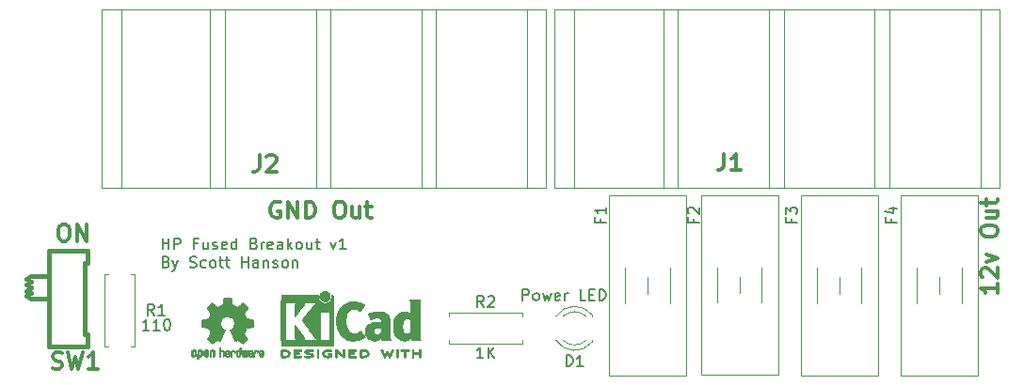
<source format=gbr>
G04 #@! TF.GenerationSoftware,KiCad,Pcbnew,(5.1.5)-3*
G04 #@! TF.CreationDate,2020-03-13T23:39:14-04:00*
G04 #@! TF.ProjectId,Power_Breakout,506f7765-725f-4427-9265-616b6f75742e,rev?*
G04 #@! TF.SameCoordinates,Original*
G04 #@! TF.FileFunction,Legend,Top*
G04 #@! TF.FilePolarity,Positive*
%FSLAX46Y46*%
G04 Gerber Fmt 4.6, Leading zero omitted, Abs format (unit mm)*
G04 Created by KiCad (PCBNEW (5.1.5)-3) date 2020-03-13 23:39:14*
%MOMM*%
%LPD*%
G04 APERTURE LIST*
%ADD10C,0.150000*%
%ADD11C,0.010000*%
%ADD12C,0.381000*%
%ADD13C,0.120000*%
%ADD14C,0.304800*%
%ADD15C,0.300000*%
G04 APERTURE END LIST*
D10*
X127284795Y-141791180D02*
X127284795Y-140791180D01*
X127284795Y-141267371D02*
X127856223Y-141267371D01*
X127856223Y-141791180D02*
X127856223Y-140791180D01*
X128332414Y-141791180D02*
X128332414Y-140791180D01*
X128713366Y-140791180D01*
X128808604Y-140838800D01*
X128856223Y-140886419D01*
X128903842Y-140981657D01*
X128903842Y-141124514D01*
X128856223Y-141219752D01*
X128808604Y-141267371D01*
X128713366Y-141314990D01*
X128332414Y-141314990D01*
X130427652Y-141267371D02*
X130094319Y-141267371D01*
X130094319Y-141791180D02*
X130094319Y-140791180D01*
X130570509Y-140791180D01*
X131380033Y-141124514D02*
X131380033Y-141791180D01*
X130951461Y-141124514D02*
X130951461Y-141648323D01*
X130999080Y-141743561D01*
X131094319Y-141791180D01*
X131237176Y-141791180D01*
X131332414Y-141743561D01*
X131380033Y-141695942D01*
X131808604Y-141743561D02*
X131903842Y-141791180D01*
X132094319Y-141791180D01*
X132189557Y-141743561D01*
X132237176Y-141648323D01*
X132237176Y-141600704D01*
X132189557Y-141505466D01*
X132094319Y-141457847D01*
X131951461Y-141457847D01*
X131856223Y-141410228D01*
X131808604Y-141314990D01*
X131808604Y-141267371D01*
X131856223Y-141172133D01*
X131951461Y-141124514D01*
X132094319Y-141124514D01*
X132189557Y-141172133D01*
X133046700Y-141743561D02*
X132951461Y-141791180D01*
X132760985Y-141791180D01*
X132665747Y-141743561D01*
X132618128Y-141648323D01*
X132618128Y-141267371D01*
X132665747Y-141172133D01*
X132760985Y-141124514D01*
X132951461Y-141124514D01*
X133046700Y-141172133D01*
X133094319Y-141267371D01*
X133094319Y-141362609D01*
X132618128Y-141457847D01*
X133951461Y-141791180D02*
X133951461Y-140791180D01*
X133951461Y-141743561D02*
X133856223Y-141791180D01*
X133665747Y-141791180D01*
X133570509Y-141743561D01*
X133522890Y-141695942D01*
X133475271Y-141600704D01*
X133475271Y-141314990D01*
X133522890Y-141219752D01*
X133570509Y-141172133D01*
X133665747Y-141124514D01*
X133856223Y-141124514D01*
X133951461Y-141172133D01*
X135522890Y-141267371D02*
X135665747Y-141314990D01*
X135713366Y-141362609D01*
X135760985Y-141457847D01*
X135760985Y-141600704D01*
X135713366Y-141695942D01*
X135665747Y-141743561D01*
X135570509Y-141791180D01*
X135189557Y-141791180D01*
X135189557Y-140791180D01*
X135522890Y-140791180D01*
X135618128Y-140838800D01*
X135665747Y-140886419D01*
X135713366Y-140981657D01*
X135713366Y-141076895D01*
X135665747Y-141172133D01*
X135618128Y-141219752D01*
X135522890Y-141267371D01*
X135189557Y-141267371D01*
X136189557Y-141791180D02*
X136189557Y-141124514D01*
X136189557Y-141314990D02*
X136237176Y-141219752D01*
X136284795Y-141172133D01*
X136380033Y-141124514D01*
X136475271Y-141124514D01*
X137189557Y-141743561D02*
X137094319Y-141791180D01*
X136903842Y-141791180D01*
X136808604Y-141743561D01*
X136760985Y-141648323D01*
X136760985Y-141267371D01*
X136808604Y-141172133D01*
X136903842Y-141124514D01*
X137094319Y-141124514D01*
X137189557Y-141172133D01*
X137237176Y-141267371D01*
X137237176Y-141362609D01*
X136760985Y-141457847D01*
X138094319Y-141791180D02*
X138094319Y-141267371D01*
X138046700Y-141172133D01*
X137951461Y-141124514D01*
X137760985Y-141124514D01*
X137665747Y-141172133D01*
X138094319Y-141743561D02*
X137999080Y-141791180D01*
X137760985Y-141791180D01*
X137665747Y-141743561D01*
X137618128Y-141648323D01*
X137618128Y-141553085D01*
X137665747Y-141457847D01*
X137760985Y-141410228D01*
X137999080Y-141410228D01*
X138094319Y-141362609D01*
X138570509Y-141791180D02*
X138570509Y-140791180D01*
X138665747Y-141410228D02*
X138951461Y-141791180D01*
X138951461Y-141124514D02*
X138570509Y-141505466D01*
X139522890Y-141791180D02*
X139427652Y-141743561D01*
X139380033Y-141695942D01*
X139332414Y-141600704D01*
X139332414Y-141314990D01*
X139380033Y-141219752D01*
X139427652Y-141172133D01*
X139522890Y-141124514D01*
X139665747Y-141124514D01*
X139760985Y-141172133D01*
X139808604Y-141219752D01*
X139856223Y-141314990D01*
X139856223Y-141600704D01*
X139808604Y-141695942D01*
X139760985Y-141743561D01*
X139665747Y-141791180D01*
X139522890Y-141791180D01*
X140713366Y-141124514D02*
X140713366Y-141791180D01*
X140284795Y-141124514D02*
X140284795Y-141648323D01*
X140332414Y-141743561D01*
X140427652Y-141791180D01*
X140570509Y-141791180D01*
X140665747Y-141743561D01*
X140713366Y-141695942D01*
X141046700Y-141124514D02*
X141427652Y-141124514D01*
X141189557Y-140791180D02*
X141189557Y-141648323D01*
X141237176Y-141743561D01*
X141332414Y-141791180D01*
X141427652Y-141791180D01*
X142427652Y-141124514D02*
X142665747Y-141791180D01*
X142903842Y-141124514D01*
X143808604Y-141791180D02*
X143237176Y-141791180D01*
X143522890Y-141791180D02*
X143522890Y-140791180D01*
X143427652Y-140934038D01*
X143332414Y-141029276D01*
X143237176Y-141076895D01*
X127618128Y-142917371D02*
X127760985Y-142964990D01*
X127808604Y-143012609D01*
X127856223Y-143107847D01*
X127856223Y-143250704D01*
X127808604Y-143345942D01*
X127760985Y-143393561D01*
X127665747Y-143441180D01*
X127284795Y-143441180D01*
X127284795Y-142441180D01*
X127618128Y-142441180D01*
X127713366Y-142488800D01*
X127760985Y-142536419D01*
X127808604Y-142631657D01*
X127808604Y-142726895D01*
X127760985Y-142822133D01*
X127713366Y-142869752D01*
X127618128Y-142917371D01*
X127284795Y-142917371D01*
X128189557Y-142774514D02*
X128427652Y-143441180D01*
X128665747Y-142774514D02*
X128427652Y-143441180D01*
X128332414Y-143679276D01*
X128284795Y-143726895D01*
X128189557Y-143774514D01*
X129760985Y-143393561D02*
X129903842Y-143441180D01*
X130141938Y-143441180D01*
X130237176Y-143393561D01*
X130284795Y-143345942D01*
X130332414Y-143250704D01*
X130332414Y-143155466D01*
X130284795Y-143060228D01*
X130237176Y-143012609D01*
X130141938Y-142964990D01*
X129951461Y-142917371D01*
X129856223Y-142869752D01*
X129808604Y-142822133D01*
X129760985Y-142726895D01*
X129760985Y-142631657D01*
X129808604Y-142536419D01*
X129856223Y-142488800D01*
X129951461Y-142441180D01*
X130189557Y-142441180D01*
X130332414Y-142488800D01*
X131189557Y-143393561D02*
X131094319Y-143441180D01*
X130903842Y-143441180D01*
X130808604Y-143393561D01*
X130760985Y-143345942D01*
X130713366Y-143250704D01*
X130713366Y-142964990D01*
X130760985Y-142869752D01*
X130808604Y-142822133D01*
X130903842Y-142774514D01*
X131094319Y-142774514D01*
X131189557Y-142822133D01*
X131760985Y-143441180D02*
X131665747Y-143393561D01*
X131618128Y-143345942D01*
X131570509Y-143250704D01*
X131570509Y-142964990D01*
X131618128Y-142869752D01*
X131665747Y-142822133D01*
X131760985Y-142774514D01*
X131903842Y-142774514D01*
X131999080Y-142822133D01*
X132046700Y-142869752D01*
X132094319Y-142964990D01*
X132094319Y-143250704D01*
X132046700Y-143345942D01*
X131999080Y-143393561D01*
X131903842Y-143441180D01*
X131760985Y-143441180D01*
X132380033Y-142774514D02*
X132760985Y-142774514D01*
X132522890Y-142441180D02*
X132522890Y-143298323D01*
X132570509Y-143393561D01*
X132665747Y-143441180D01*
X132760985Y-143441180D01*
X132951461Y-142774514D02*
X133332414Y-142774514D01*
X133094319Y-142441180D02*
X133094319Y-143298323D01*
X133141938Y-143393561D01*
X133237176Y-143441180D01*
X133332414Y-143441180D01*
X134427652Y-143441180D02*
X134427652Y-142441180D01*
X134427652Y-142917371D02*
X134999080Y-142917371D01*
X134999080Y-143441180D02*
X134999080Y-142441180D01*
X135903842Y-143441180D02*
X135903842Y-142917371D01*
X135856223Y-142822133D01*
X135760985Y-142774514D01*
X135570509Y-142774514D01*
X135475271Y-142822133D01*
X135903842Y-143393561D02*
X135808604Y-143441180D01*
X135570509Y-143441180D01*
X135475271Y-143393561D01*
X135427652Y-143298323D01*
X135427652Y-143203085D01*
X135475271Y-143107847D01*
X135570509Y-143060228D01*
X135808604Y-143060228D01*
X135903842Y-143012609D01*
X136380033Y-142774514D02*
X136380033Y-143441180D01*
X136380033Y-142869752D02*
X136427652Y-142822133D01*
X136522890Y-142774514D01*
X136665747Y-142774514D01*
X136760985Y-142822133D01*
X136808604Y-142917371D01*
X136808604Y-143441180D01*
X137237176Y-143393561D02*
X137332414Y-143441180D01*
X137522890Y-143441180D01*
X137618128Y-143393561D01*
X137665747Y-143298323D01*
X137665747Y-143250704D01*
X137618128Y-143155466D01*
X137522890Y-143107847D01*
X137380033Y-143107847D01*
X137284795Y-143060228D01*
X137237176Y-142964990D01*
X137237176Y-142917371D01*
X137284795Y-142822133D01*
X137380033Y-142774514D01*
X137522890Y-142774514D01*
X137618128Y-142822133D01*
X138237176Y-143441180D02*
X138141938Y-143393561D01*
X138094319Y-143345942D01*
X138046700Y-143250704D01*
X138046700Y-142964990D01*
X138094319Y-142869752D01*
X138141938Y-142822133D01*
X138237176Y-142774514D01*
X138380033Y-142774514D01*
X138475271Y-142822133D01*
X138522890Y-142869752D01*
X138570509Y-142964990D01*
X138570509Y-143250704D01*
X138522890Y-143345942D01*
X138475271Y-143393561D01*
X138380033Y-143441180D01*
X138237176Y-143441180D01*
X138999080Y-142774514D02*
X138999080Y-143441180D01*
X138999080Y-142869752D02*
X139046700Y-142822133D01*
X139141938Y-142774514D01*
X139284795Y-142774514D01*
X139380033Y-142822133D01*
X139427652Y-142917371D01*
X139427652Y-143441180D01*
D11*
G36*
X133225310Y-146162548D02*
G01*
X133303854Y-146162978D01*
X133360698Y-146164142D01*
X133399505Y-146166407D01*
X133423938Y-146170140D01*
X133437662Y-146175706D01*
X133444340Y-146183473D01*
X133447636Y-146193805D01*
X133447956Y-146195143D01*
X133452962Y-146219279D01*
X133462229Y-146266901D01*
X133474792Y-146332941D01*
X133489687Y-146412328D01*
X133505951Y-146499996D01*
X133506519Y-146503075D01*
X133522810Y-146588989D01*
X133538052Y-146664896D01*
X133551261Y-146726245D01*
X133561454Y-146768482D01*
X133567648Y-146787055D01*
X133567943Y-146787384D01*
X133586188Y-146796453D01*
X133623805Y-146811567D01*
X133672671Y-146829462D01*
X133672943Y-146829558D01*
X133734493Y-146852693D01*
X133807057Y-146882165D01*
X133875457Y-146911797D01*
X133878694Y-146913262D01*
X133990102Y-146963826D01*
X134236799Y-146795360D01*
X134312477Y-146744003D01*
X134381031Y-146698089D01*
X134438488Y-146660230D01*
X134480876Y-146633037D01*
X134504225Y-146619121D01*
X134506442Y-146618089D01*
X134523410Y-146622684D01*
X134555101Y-146644855D01*
X134602752Y-146685647D01*
X134667598Y-146746105D01*
X134733797Y-146810427D01*
X134797614Y-146873812D01*
X134854729Y-146931651D01*
X134901705Y-146980375D01*
X134935103Y-147016410D01*
X134951485Y-147036184D01*
X134952094Y-147037202D01*
X134953905Y-147050772D01*
X134947083Y-147072933D01*
X134929940Y-147106678D01*
X134900793Y-147155000D01*
X134857955Y-147220892D01*
X134800848Y-147305717D01*
X134750166Y-147380377D01*
X134704861Y-147447340D01*
X134667550Y-147502716D01*
X134640852Y-147542620D01*
X134627385Y-147563162D01*
X134626537Y-147564556D01*
X134628181Y-147584238D01*
X134640645Y-147622493D01*
X134661448Y-147672089D01*
X134668862Y-147687928D01*
X134701214Y-147758490D01*
X134735728Y-147838553D01*
X134763765Y-147907829D01*
X134783968Y-147959245D01*
X134800015Y-147998319D01*
X134809288Y-148018741D01*
X134810441Y-148020314D01*
X134827496Y-148022921D01*
X134867698Y-148030063D01*
X134925702Y-148040723D01*
X134996163Y-148053885D01*
X135073735Y-148068533D01*
X135153072Y-148083649D01*
X135228831Y-148098218D01*
X135295664Y-148111222D01*
X135348228Y-148121645D01*
X135381176Y-148128470D01*
X135389257Y-148130399D01*
X135397605Y-148135162D01*
X135403906Y-148145918D01*
X135408445Y-148166298D01*
X135411504Y-148199934D01*
X135413367Y-148250455D01*
X135414318Y-148321492D01*
X135414640Y-148416676D01*
X135414657Y-148455692D01*
X135414657Y-148772999D01*
X135338457Y-148788039D01*
X135296063Y-148796195D01*
X135232800Y-148808099D01*
X135156362Y-148822316D01*
X135074443Y-148837410D01*
X135051800Y-148841555D01*
X134976206Y-148856253D01*
X134910353Y-148870705D01*
X134859766Y-148883575D01*
X134829974Y-148893522D01*
X134825012Y-148896487D01*
X134812826Y-148917483D01*
X134795353Y-148958167D01*
X134775977Y-149010522D01*
X134772134Y-149021800D01*
X134746739Y-149091723D01*
X134715217Y-149170618D01*
X134684369Y-149241466D01*
X134684217Y-149241795D01*
X134632847Y-149352933D01*
X134801799Y-149601453D01*
X134970752Y-149849972D01*
X134753829Y-150067258D01*
X134688219Y-150131926D01*
X134628379Y-150188933D01*
X134577667Y-150235233D01*
X134539446Y-150267784D01*
X134517075Y-150283543D01*
X134513866Y-150284543D01*
X134495026Y-150276669D01*
X134456580Y-150254778D01*
X134402730Y-150221467D01*
X134337676Y-150179331D01*
X134267340Y-150132143D01*
X134195955Y-150084010D01*
X134132308Y-150042128D01*
X134080441Y-150009071D01*
X134044395Y-149987418D01*
X134028267Y-149979743D01*
X134008589Y-149986237D01*
X133971275Y-150003350D01*
X133924021Y-150027526D01*
X133919012Y-150030213D01*
X133855377Y-150062127D01*
X133811741Y-150077779D01*
X133784602Y-150077945D01*
X133770457Y-150063404D01*
X133770375Y-150063200D01*
X133763305Y-150045979D01*
X133746442Y-150005099D01*
X133721095Y-149943725D01*
X133688571Y-149865019D01*
X133650178Y-149772147D01*
X133607222Y-149668272D01*
X133565622Y-149567702D01*
X133519904Y-149456716D01*
X133477926Y-149353903D01*
X133440948Y-149262415D01*
X133410227Y-149185401D01*
X133387022Y-149126015D01*
X133372590Y-149087409D01*
X133368143Y-149073000D01*
X133379296Y-149056472D01*
X133408469Y-149030130D01*
X133447371Y-149001087D01*
X133558157Y-148909239D01*
X133644751Y-148803959D01*
X133706116Y-148687466D01*
X133741215Y-148561976D01*
X133749008Y-148429707D01*
X133743343Y-148368657D01*
X133712478Y-148241995D01*
X133659320Y-148130141D01*
X133587167Y-148034201D01*
X133499317Y-147955276D01*
X133399065Y-147894470D01*
X133289710Y-147852887D01*
X133174547Y-147831628D01*
X133056875Y-147831799D01*
X132939990Y-147854501D01*
X132827189Y-147900838D01*
X132721769Y-147971913D01*
X132677768Y-148012111D01*
X132593379Y-148115329D01*
X132534622Y-148228125D01*
X132501104Y-148347210D01*
X132492435Y-148469295D01*
X132508223Y-148591093D01*
X132548078Y-148709316D01*
X132611607Y-148820675D01*
X132698421Y-148921884D01*
X132795429Y-149001087D01*
X132835837Y-149031362D01*
X132864382Y-149057419D01*
X132874657Y-149073025D01*
X132869277Y-149090043D01*
X132853975Y-149130700D01*
X132830012Y-149191842D01*
X132798644Y-149270319D01*
X132761132Y-149362980D01*
X132718733Y-149466672D01*
X132677063Y-149567726D01*
X132631090Y-149678807D01*
X132588507Y-149781741D01*
X132550621Y-149873365D01*
X132518740Y-149950516D01*
X132494171Y-150010031D01*
X132478220Y-150048744D01*
X132472310Y-150063200D01*
X132458348Y-150077885D01*
X132431340Y-150077842D01*
X132387813Y-150062299D01*
X132324290Y-150030484D01*
X132323788Y-150030213D01*
X132275960Y-150005523D01*
X132237297Y-149987538D01*
X132215495Y-149979814D01*
X132214533Y-149979743D01*
X132198121Y-149987578D01*
X132161887Y-150009365D01*
X132109874Y-150042528D01*
X132046125Y-150084491D01*
X131975460Y-150132143D01*
X131903516Y-150180391D01*
X131838674Y-150222351D01*
X131785135Y-150255427D01*
X131747097Y-150277021D01*
X131728933Y-150284543D01*
X131712208Y-150274657D01*
X131678580Y-150247026D01*
X131631410Y-150204695D01*
X131574058Y-150150705D01*
X131509884Y-150088099D01*
X131488897Y-150067183D01*
X131271899Y-149849823D01*
X131437068Y-149607420D01*
X131487264Y-149532981D01*
X131531319Y-149466172D01*
X131566762Y-149410865D01*
X131591119Y-149370929D01*
X131601922Y-149350236D01*
X131602238Y-149348763D01*
X131596543Y-149329258D01*
X131581226Y-149290022D01*
X131558937Y-149237630D01*
X131543293Y-149202555D01*
X131514041Y-149135401D01*
X131486494Y-149067558D01*
X131465137Y-149010234D01*
X131459335Y-148992772D01*
X131442852Y-148946138D01*
X131426740Y-148910105D01*
X131417890Y-148896487D01*
X131398360Y-148888152D01*
X131355734Y-148876337D01*
X131295545Y-148862381D01*
X131223322Y-148847622D01*
X131191000Y-148841555D01*
X131108922Y-148826473D01*
X131030195Y-148811869D01*
X130962509Y-148799180D01*
X130913560Y-148789842D01*
X130904343Y-148788039D01*
X130828143Y-148772999D01*
X130828143Y-148455692D01*
X130828314Y-148351354D01*
X130829016Y-148272413D01*
X130830534Y-148215238D01*
X130833149Y-148176199D01*
X130837146Y-148151665D01*
X130842809Y-148138005D01*
X130850420Y-148131589D01*
X130853543Y-148130399D01*
X130872378Y-148126180D01*
X130913988Y-148117762D01*
X130973030Y-148106161D01*
X131044157Y-148092395D01*
X131122025Y-148077480D01*
X131201287Y-148062432D01*
X131276598Y-148048269D01*
X131342613Y-148036006D01*
X131393987Y-148026661D01*
X131425375Y-148021250D01*
X131432359Y-148020314D01*
X131438685Y-148007796D01*
X131452690Y-147974446D01*
X131471755Y-147926577D01*
X131479034Y-147907829D01*
X131508396Y-147835395D01*
X131542971Y-147755370D01*
X131573937Y-147687928D01*
X131596723Y-147636359D01*
X131611882Y-147593985D01*
X131616942Y-147568034D01*
X131616136Y-147564556D01*
X131605441Y-147548136D01*
X131581020Y-147511617D01*
X131545495Y-147458887D01*
X131501487Y-147393835D01*
X131451617Y-147320351D01*
X131441756Y-147305845D01*
X131383892Y-147219904D01*
X131341356Y-147154461D01*
X131312454Y-147106504D01*
X131295490Y-147073020D01*
X131288767Y-147050995D01*
X131290590Y-147037417D01*
X131290636Y-147037331D01*
X131304986Y-147019497D01*
X131336723Y-146985017D01*
X131382410Y-146937468D01*
X131438604Y-146880422D01*
X131501868Y-146817455D01*
X131509002Y-146810427D01*
X131588730Y-146733220D01*
X131650257Y-146676530D01*
X131694821Y-146639310D01*
X131723657Y-146620515D01*
X131736358Y-146618089D01*
X131754894Y-146628671D01*
X131793361Y-146653116D01*
X131847786Y-146688812D01*
X131914198Y-146733147D01*
X131988625Y-146783511D01*
X132006001Y-146795360D01*
X132252697Y-146963826D01*
X132364106Y-146913262D01*
X132431857Y-146883795D01*
X132504583Y-146854159D01*
X132567103Y-146830530D01*
X132569857Y-146829558D01*
X132618760Y-146811657D01*
X132656457Y-146796520D01*
X132674825Y-146787410D01*
X132674856Y-146787384D01*
X132680685Y-146770917D01*
X132690592Y-146730419D01*
X132703595Y-146670442D01*
X132718709Y-146595540D01*
X132734952Y-146510264D01*
X132736281Y-146503075D01*
X132752575Y-146415214D01*
X132767533Y-146335460D01*
X132780191Y-146268881D01*
X132789586Y-146220547D01*
X132794754Y-146195525D01*
X132794844Y-146195143D01*
X132797989Y-146184499D01*
X132804104Y-146176462D01*
X132816853Y-146170667D01*
X132839900Y-146166747D01*
X132876909Y-146164335D01*
X132931544Y-146163065D01*
X133007467Y-146162571D01*
X133108344Y-146162486D01*
X133121400Y-146162486D01*
X133225310Y-146162548D01*
G37*
X133225310Y-146162548D02*
X133303854Y-146162978D01*
X133360698Y-146164142D01*
X133399505Y-146166407D01*
X133423938Y-146170140D01*
X133437662Y-146175706D01*
X133444340Y-146183473D01*
X133447636Y-146193805D01*
X133447956Y-146195143D01*
X133452962Y-146219279D01*
X133462229Y-146266901D01*
X133474792Y-146332941D01*
X133489687Y-146412328D01*
X133505951Y-146499996D01*
X133506519Y-146503075D01*
X133522810Y-146588989D01*
X133538052Y-146664896D01*
X133551261Y-146726245D01*
X133561454Y-146768482D01*
X133567648Y-146787055D01*
X133567943Y-146787384D01*
X133586188Y-146796453D01*
X133623805Y-146811567D01*
X133672671Y-146829462D01*
X133672943Y-146829558D01*
X133734493Y-146852693D01*
X133807057Y-146882165D01*
X133875457Y-146911797D01*
X133878694Y-146913262D01*
X133990102Y-146963826D01*
X134236799Y-146795360D01*
X134312477Y-146744003D01*
X134381031Y-146698089D01*
X134438488Y-146660230D01*
X134480876Y-146633037D01*
X134504225Y-146619121D01*
X134506442Y-146618089D01*
X134523410Y-146622684D01*
X134555101Y-146644855D01*
X134602752Y-146685647D01*
X134667598Y-146746105D01*
X134733797Y-146810427D01*
X134797614Y-146873812D01*
X134854729Y-146931651D01*
X134901705Y-146980375D01*
X134935103Y-147016410D01*
X134951485Y-147036184D01*
X134952094Y-147037202D01*
X134953905Y-147050772D01*
X134947083Y-147072933D01*
X134929940Y-147106678D01*
X134900793Y-147155000D01*
X134857955Y-147220892D01*
X134800848Y-147305717D01*
X134750166Y-147380377D01*
X134704861Y-147447340D01*
X134667550Y-147502716D01*
X134640852Y-147542620D01*
X134627385Y-147563162D01*
X134626537Y-147564556D01*
X134628181Y-147584238D01*
X134640645Y-147622493D01*
X134661448Y-147672089D01*
X134668862Y-147687928D01*
X134701214Y-147758490D01*
X134735728Y-147838553D01*
X134763765Y-147907829D01*
X134783968Y-147959245D01*
X134800015Y-147998319D01*
X134809288Y-148018741D01*
X134810441Y-148020314D01*
X134827496Y-148022921D01*
X134867698Y-148030063D01*
X134925702Y-148040723D01*
X134996163Y-148053885D01*
X135073735Y-148068533D01*
X135153072Y-148083649D01*
X135228831Y-148098218D01*
X135295664Y-148111222D01*
X135348228Y-148121645D01*
X135381176Y-148128470D01*
X135389257Y-148130399D01*
X135397605Y-148135162D01*
X135403906Y-148145918D01*
X135408445Y-148166298D01*
X135411504Y-148199934D01*
X135413367Y-148250455D01*
X135414318Y-148321492D01*
X135414640Y-148416676D01*
X135414657Y-148455692D01*
X135414657Y-148772999D01*
X135338457Y-148788039D01*
X135296063Y-148796195D01*
X135232800Y-148808099D01*
X135156362Y-148822316D01*
X135074443Y-148837410D01*
X135051800Y-148841555D01*
X134976206Y-148856253D01*
X134910353Y-148870705D01*
X134859766Y-148883575D01*
X134829974Y-148893522D01*
X134825012Y-148896487D01*
X134812826Y-148917483D01*
X134795353Y-148958167D01*
X134775977Y-149010522D01*
X134772134Y-149021800D01*
X134746739Y-149091723D01*
X134715217Y-149170618D01*
X134684369Y-149241466D01*
X134684217Y-149241795D01*
X134632847Y-149352933D01*
X134801799Y-149601453D01*
X134970752Y-149849972D01*
X134753829Y-150067258D01*
X134688219Y-150131926D01*
X134628379Y-150188933D01*
X134577667Y-150235233D01*
X134539446Y-150267784D01*
X134517075Y-150283543D01*
X134513866Y-150284543D01*
X134495026Y-150276669D01*
X134456580Y-150254778D01*
X134402730Y-150221467D01*
X134337676Y-150179331D01*
X134267340Y-150132143D01*
X134195955Y-150084010D01*
X134132308Y-150042128D01*
X134080441Y-150009071D01*
X134044395Y-149987418D01*
X134028267Y-149979743D01*
X134008589Y-149986237D01*
X133971275Y-150003350D01*
X133924021Y-150027526D01*
X133919012Y-150030213D01*
X133855377Y-150062127D01*
X133811741Y-150077779D01*
X133784602Y-150077945D01*
X133770457Y-150063404D01*
X133770375Y-150063200D01*
X133763305Y-150045979D01*
X133746442Y-150005099D01*
X133721095Y-149943725D01*
X133688571Y-149865019D01*
X133650178Y-149772147D01*
X133607222Y-149668272D01*
X133565622Y-149567702D01*
X133519904Y-149456716D01*
X133477926Y-149353903D01*
X133440948Y-149262415D01*
X133410227Y-149185401D01*
X133387022Y-149126015D01*
X133372590Y-149087409D01*
X133368143Y-149073000D01*
X133379296Y-149056472D01*
X133408469Y-149030130D01*
X133447371Y-149001087D01*
X133558157Y-148909239D01*
X133644751Y-148803959D01*
X133706116Y-148687466D01*
X133741215Y-148561976D01*
X133749008Y-148429707D01*
X133743343Y-148368657D01*
X133712478Y-148241995D01*
X133659320Y-148130141D01*
X133587167Y-148034201D01*
X133499317Y-147955276D01*
X133399065Y-147894470D01*
X133289710Y-147852887D01*
X133174547Y-147831628D01*
X133056875Y-147831799D01*
X132939990Y-147854501D01*
X132827189Y-147900838D01*
X132721769Y-147971913D01*
X132677768Y-148012111D01*
X132593379Y-148115329D01*
X132534622Y-148228125D01*
X132501104Y-148347210D01*
X132492435Y-148469295D01*
X132508223Y-148591093D01*
X132548078Y-148709316D01*
X132611607Y-148820675D01*
X132698421Y-148921884D01*
X132795429Y-149001087D01*
X132835837Y-149031362D01*
X132864382Y-149057419D01*
X132874657Y-149073025D01*
X132869277Y-149090043D01*
X132853975Y-149130700D01*
X132830012Y-149191842D01*
X132798644Y-149270319D01*
X132761132Y-149362980D01*
X132718733Y-149466672D01*
X132677063Y-149567726D01*
X132631090Y-149678807D01*
X132588507Y-149781741D01*
X132550621Y-149873365D01*
X132518740Y-149950516D01*
X132494171Y-150010031D01*
X132478220Y-150048744D01*
X132472310Y-150063200D01*
X132458348Y-150077885D01*
X132431340Y-150077842D01*
X132387813Y-150062299D01*
X132324290Y-150030484D01*
X132323788Y-150030213D01*
X132275960Y-150005523D01*
X132237297Y-149987538D01*
X132215495Y-149979814D01*
X132214533Y-149979743D01*
X132198121Y-149987578D01*
X132161887Y-150009365D01*
X132109874Y-150042528D01*
X132046125Y-150084491D01*
X131975460Y-150132143D01*
X131903516Y-150180391D01*
X131838674Y-150222351D01*
X131785135Y-150255427D01*
X131747097Y-150277021D01*
X131728933Y-150284543D01*
X131712208Y-150274657D01*
X131678580Y-150247026D01*
X131631410Y-150204695D01*
X131574058Y-150150705D01*
X131509884Y-150088099D01*
X131488897Y-150067183D01*
X131271899Y-149849823D01*
X131437068Y-149607420D01*
X131487264Y-149532981D01*
X131531319Y-149466172D01*
X131566762Y-149410865D01*
X131591119Y-149370929D01*
X131601922Y-149350236D01*
X131602238Y-149348763D01*
X131596543Y-149329258D01*
X131581226Y-149290022D01*
X131558937Y-149237630D01*
X131543293Y-149202555D01*
X131514041Y-149135401D01*
X131486494Y-149067558D01*
X131465137Y-149010234D01*
X131459335Y-148992772D01*
X131442852Y-148946138D01*
X131426740Y-148910105D01*
X131417890Y-148896487D01*
X131398360Y-148888152D01*
X131355734Y-148876337D01*
X131295545Y-148862381D01*
X131223322Y-148847622D01*
X131191000Y-148841555D01*
X131108922Y-148826473D01*
X131030195Y-148811869D01*
X130962509Y-148799180D01*
X130913560Y-148789842D01*
X130904343Y-148788039D01*
X130828143Y-148772999D01*
X130828143Y-148455692D01*
X130828314Y-148351354D01*
X130829016Y-148272413D01*
X130830534Y-148215238D01*
X130833149Y-148176199D01*
X130837146Y-148151665D01*
X130842809Y-148138005D01*
X130850420Y-148131589D01*
X130853543Y-148130399D01*
X130872378Y-148126180D01*
X130913988Y-148117762D01*
X130973030Y-148106161D01*
X131044157Y-148092395D01*
X131122025Y-148077480D01*
X131201287Y-148062432D01*
X131276598Y-148048269D01*
X131342613Y-148036006D01*
X131393987Y-148026661D01*
X131425375Y-148021250D01*
X131432359Y-148020314D01*
X131438685Y-148007796D01*
X131452690Y-147974446D01*
X131471755Y-147926577D01*
X131479034Y-147907829D01*
X131508396Y-147835395D01*
X131542971Y-147755370D01*
X131573937Y-147687928D01*
X131596723Y-147636359D01*
X131611882Y-147593985D01*
X131616942Y-147568034D01*
X131616136Y-147564556D01*
X131605441Y-147548136D01*
X131581020Y-147511617D01*
X131545495Y-147458887D01*
X131501487Y-147393835D01*
X131451617Y-147320351D01*
X131441756Y-147305845D01*
X131383892Y-147219904D01*
X131341356Y-147154461D01*
X131312454Y-147106504D01*
X131295490Y-147073020D01*
X131288767Y-147050995D01*
X131290590Y-147037417D01*
X131290636Y-147037331D01*
X131304986Y-147019497D01*
X131336723Y-146985017D01*
X131382410Y-146937468D01*
X131438604Y-146880422D01*
X131501868Y-146817455D01*
X131509002Y-146810427D01*
X131588730Y-146733220D01*
X131650257Y-146676530D01*
X131694821Y-146639310D01*
X131723657Y-146620515D01*
X131736358Y-146618089D01*
X131754894Y-146628671D01*
X131793361Y-146653116D01*
X131847786Y-146688812D01*
X131914198Y-146733147D01*
X131988625Y-146783511D01*
X132006001Y-146795360D01*
X132252697Y-146963826D01*
X132364106Y-146913262D01*
X132431857Y-146883795D01*
X132504583Y-146854159D01*
X132567103Y-146830530D01*
X132569857Y-146829558D01*
X132618760Y-146811657D01*
X132656457Y-146796520D01*
X132674825Y-146787410D01*
X132674856Y-146787384D01*
X132680685Y-146770917D01*
X132690592Y-146730419D01*
X132703595Y-146670442D01*
X132718709Y-146595540D01*
X132734952Y-146510264D01*
X132736281Y-146503075D01*
X132752575Y-146415214D01*
X132767533Y-146335460D01*
X132780191Y-146268881D01*
X132789586Y-146220547D01*
X132794754Y-146195525D01*
X132794844Y-146195143D01*
X132797989Y-146184499D01*
X132804104Y-146176462D01*
X132816853Y-146170667D01*
X132839900Y-146166747D01*
X132876909Y-146164335D01*
X132931544Y-146163065D01*
X133007467Y-146162571D01*
X133108344Y-146162486D01*
X133121400Y-146162486D01*
X133225310Y-146162548D01*
G36*
X136274995Y-150887166D02*
G01*
X136332421Y-150924697D01*
X136360119Y-150958296D01*
X136382062Y-151019264D01*
X136383805Y-151067508D01*
X136379857Y-151132016D01*
X136231086Y-151197134D01*
X136158749Y-151230402D01*
X136111484Y-151257164D01*
X136086907Y-151280344D01*
X136082637Y-151302867D01*
X136096289Y-151327655D01*
X136111343Y-151344086D01*
X136155146Y-151370435D01*
X136202789Y-151372281D01*
X136246545Y-151351746D01*
X136278689Y-151310952D01*
X136284438Y-151296547D01*
X136311976Y-151251556D01*
X136343658Y-151232382D01*
X136387114Y-151215979D01*
X136387114Y-151278166D01*
X136383272Y-151320483D01*
X136368223Y-151356169D01*
X136336680Y-151397143D01*
X136331992Y-151402467D01*
X136296906Y-151438920D01*
X136266747Y-151458483D01*
X136229015Y-151467483D01*
X136197735Y-151470430D01*
X136141785Y-151471165D01*
X136101955Y-151461860D01*
X136077108Y-151448046D01*
X136038056Y-151417667D01*
X136011025Y-151384813D01*
X135993917Y-151343494D01*
X135984638Y-151287721D01*
X135981093Y-151211505D01*
X135980810Y-151172822D01*
X135981772Y-151126447D01*
X136069407Y-151126447D01*
X136070423Y-151151326D01*
X136072956Y-151155400D01*
X136089674Y-151149865D01*
X136125649Y-151135217D01*
X136173731Y-151114390D01*
X136183786Y-151109914D01*
X136244552Y-151079014D01*
X136278032Y-151051857D01*
X136285390Y-151026420D01*
X136267791Y-151000681D01*
X136253256Y-150989309D01*
X136200810Y-150966564D01*
X136151722Y-150970322D01*
X136110627Y-150998084D01*
X136082158Y-151047352D01*
X136073031Y-151086457D01*
X136069407Y-151126447D01*
X135981772Y-151126447D01*
X135982685Y-151082449D01*
X135989596Y-151015584D01*
X136003284Y-150966895D01*
X136025496Y-150931049D01*
X136057974Y-150902713D01*
X136072133Y-150893555D01*
X136136453Y-150869707D01*
X136206873Y-150868206D01*
X136274995Y-150887166D01*
G37*
X136274995Y-150887166D02*
X136332421Y-150924697D01*
X136360119Y-150958296D01*
X136382062Y-151019264D01*
X136383805Y-151067508D01*
X136379857Y-151132016D01*
X136231086Y-151197134D01*
X136158749Y-151230402D01*
X136111484Y-151257164D01*
X136086907Y-151280344D01*
X136082637Y-151302867D01*
X136096289Y-151327655D01*
X136111343Y-151344086D01*
X136155146Y-151370435D01*
X136202789Y-151372281D01*
X136246545Y-151351746D01*
X136278689Y-151310952D01*
X136284438Y-151296547D01*
X136311976Y-151251556D01*
X136343658Y-151232382D01*
X136387114Y-151215979D01*
X136387114Y-151278166D01*
X136383272Y-151320483D01*
X136368223Y-151356169D01*
X136336680Y-151397143D01*
X136331992Y-151402467D01*
X136296906Y-151438920D01*
X136266747Y-151458483D01*
X136229015Y-151467483D01*
X136197735Y-151470430D01*
X136141785Y-151471165D01*
X136101955Y-151461860D01*
X136077108Y-151448046D01*
X136038056Y-151417667D01*
X136011025Y-151384813D01*
X135993917Y-151343494D01*
X135984638Y-151287721D01*
X135981093Y-151211505D01*
X135980810Y-151172822D01*
X135981772Y-151126447D01*
X136069407Y-151126447D01*
X136070423Y-151151326D01*
X136072956Y-151155400D01*
X136089674Y-151149865D01*
X136125649Y-151135217D01*
X136173731Y-151114390D01*
X136183786Y-151109914D01*
X136244552Y-151079014D01*
X136278032Y-151051857D01*
X136285390Y-151026420D01*
X136267791Y-151000681D01*
X136253256Y-150989309D01*
X136200810Y-150966564D01*
X136151722Y-150970322D01*
X136110627Y-150998084D01*
X136082158Y-151047352D01*
X136073031Y-151086457D01*
X136069407Y-151126447D01*
X135981772Y-151126447D01*
X135982685Y-151082449D01*
X135989596Y-151015584D01*
X136003284Y-150966895D01*
X136025496Y-150931049D01*
X136057974Y-150902713D01*
X136072133Y-150893555D01*
X136136453Y-150869707D01*
X136206873Y-150868206D01*
X136274995Y-150887166D01*
G36*
X135774000Y-150878952D02*
G01*
X135791348Y-150886534D01*
X135832756Y-150919328D01*
X135868165Y-150966747D01*
X135890064Y-151017351D01*
X135893629Y-151042298D01*
X135881679Y-151077127D01*
X135855467Y-151095557D01*
X135827364Y-151106716D01*
X135814495Y-151108772D01*
X135808229Y-151093849D01*
X135795856Y-151061375D01*
X135790428Y-151046702D01*
X135759990Y-150995944D01*
X135715920Y-150970627D01*
X135659410Y-150971406D01*
X135655225Y-150972403D01*
X135625055Y-150986707D01*
X135602876Y-151014593D01*
X135587727Y-151059487D01*
X135578650Y-151124815D01*
X135574686Y-151214004D01*
X135574314Y-151261461D01*
X135574130Y-151336271D01*
X135572922Y-151387269D01*
X135569709Y-151419671D01*
X135563509Y-151438695D01*
X135553340Y-151449556D01*
X135538219Y-151457472D01*
X135537346Y-151457870D01*
X135508228Y-151470181D01*
X135493803Y-151474714D01*
X135491586Y-151461009D01*
X135489689Y-151423125D01*
X135488247Y-151365915D01*
X135487398Y-151294227D01*
X135487229Y-151241765D01*
X135488092Y-151140247D01*
X135491470Y-151063232D01*
X135498542Y-151006223D01*
X135510488Y-150964726D01*
X135528490Y-150934243D01*
X135553727Y-150910280D01*
X135578647Y-150893555D01*
X135638571Y-150871297D01*
X135708311Y-150866276D01*
X135774000Y-150878952D01*
G37*
X135774000Y-150878952D02*
X135791348Y-150886534D01*
X135832756Y-150919328D01*
X135868165Y-150966747D01*
X135890064Y-151017351D01*
X135893629Y-151042298D01*
X135881679Y-151077127D01*
X135855467Y-151095557D01*
X135827364Y-151106716D01*
X135814495Y-151108772D01*
X135808229Y-151093849D01*
X135795856Y-151061375D01*
X135790428Y-151046702D01*
X135759990Y-150995944D01*
X135715920Y-150970627D01*
X135659410Y-150971406D01*
X135655225Y-150972403D01*
X135625055Y-150986707D01*
X135602876Y-151014593D01*
X135587727Y-151059487D01*
X135578650Y-151124815D01*
X135574686Y-151214004D01*
X135574314Y-151261461D01*
X135574130Y-151336271D01*
X135572922Y-151387269D01*
X135569709Y-151419671D01*
X135563509Y-151438695D01*
X135553340Y-151449556D01*
X135538219Y-151457472D01*
X135537346Y-151457870D01*
X135508228Y-151470181D01*
X135493803Y-151474714D01*
X135491586Y-151461009D01*
X135489689Y-151423125D01*
X135488247Y-151365915D01*
X135487398Y-151294227D01*
X135487229Y-151241765D01*
X135488092Y-151140247D01*
X135491470Y-151063232D01*
X135498542Y-151006223D01*
X135510488Y-150964726D01*
X135528490Y-150934243D01*
X135553727Y-150910280D01*
X135578647Y-150893555D01*
X135638571Y-150871297D01*
X135708311Y-150866276D01*
X135774000Y-150878952D01*
G36*
X135266276Y-150876535D02*
G01*
X135308067Y-150895544D01*
X135340869Y-150918578D01*
X135364903Y-150944333D01*
X135381497Y-150977558D01*
X135391977Y-151023000D01*
X135397671Y-151085407D01*
X135399907Y-151169527D01*
X135400143Y-151224921D01*
X135400143Y-151441026D01*
X135363174Y-151457870D01*
X135334056Y-151470181D01*
X135319631Y-151474714D01*
X135316872Y-151461225D01*
X135314682Y-151424853D01*
X135313342Y-151371742D01*
X135313057Y-151329572D01*
X135311834Y-151268647D01*
X135308536Y-151220315D01*
X135303721Y-151190718D01*
X135299896Y-151184429D01*
X135274183Y-151190852D01*
X135233818Y-151207325D01*
X135187079Y-151229658D01*
X135142245Y-151253657D01*
X135107593Y-151275130D01*
X135091402Y-151289885D01*
X135091338Y-151290045D01*
X135092730Y-151317352D01*
X135105218Y-151343419D01*
X135127143Y-151364592D01*
X135159143Y-151371674D01*
X135186492Y-151370849D01*
X135225226Y-151370242D01*
X135245558Y-151379316D01*
X135257769Y-151403292D01*
X135259309Y-151407813D01*
X135264603Y-151442006D01*
X135250447Y-151462768D01*
X135213548Y-151472662D01*
X135173689Y-151474492D01*
X135101962Y-151460927D01*
X135064832Y-151441555D01*
X135018976Y-151396045D01*
X134994656Y-151340183D01*
X134992473Y-151281157D01*
X135013029Y-151226153D01*
X135043949Y-151191686D01*
X135074820Y-151172389D01*
X135123342Y-151147959D01*
X135179885Y-151123185D01*
X135189310Y-151119399D01*
X135251419Y-151091991D01*
X135287222Y-151067834D01*
X135298737Y-151043819D01*
X135287980Y-151016835D01*
X135269514Y-150995743D01*
X135225869Y-150969772D01*
X135177846Y-150967824D01*
X135133806Y-150987837D01*
X135102109Y-151027751D01*
X135097949Y-151038048D01*
X135073727Y-151075924D01*
X135038365Y-151104042D01*
X134993743Y-151127117D01*
X134993743Y-151061685D01*
X134996369Y-151021706D01*
X135007630Y-150990197D01*
X135032599Y-150956578D01*
X135056569Y-150930684D01*
X135093841Y-150894017D01*
X135122801Y-150874321D01*
X135153905Y-150866420D01*
X135189113Y-150865114D01*
X135266276Y-150876535D01*
G37*
X135266276Y-150876535D02*
X135308067Y-150895544D01*
X135340869Y-150918578D01*
X135364903Y-150944333D01*
X135381497Y-150977558D01*
X135391977Y-151023000D01*
X135397671Y-151085407D01*
X135399907Y-151169527D01*
X135400143Y-151224921D01*
X135400143Y-151441026D01*
X135363174Y-151457870D01*
X135334056Y-151470181D01*
X135319631Y-151474714D01*
X135316872Y-151461225D01*
X135314682Y-151424853D01*
X135313342Y-151371742D01*
X135313057Y-151329572D01*
X135311834Y-151268647D01*
X135308536Y-151220315D01*
X135303721Y-151190718D01*
X135299896Y-151184429D01*
X135274183Y-151190852D01*
X135233818Y-151207325D01*
X135187079Y-151229658D01*
X135142245Y-151253657D01*
X135107593Y-151275130D01*
X135091402Y-151289885D01*
X135091338Y-151290045D01*
X135092730Y-151317352D01*
X135105218Y-151343419D01*
X135127143Y-151364592D01*
X135159143Y-151371674D01*
X135186492Y-151370849D01*
X135225226Y-151370242D01*
X135245558Y-151379316D01*
X135257769Y-151403292D01*
X135259309Y-151407813D01*
X135264603Y-151442006D01*
X135250447Y-151462768D01*
X135213548Y-151472662D01*
X135173689Y-151474492D01*
X135101962Y-151460927D01*
X135064832Y-151441555D01*
X135018976Y-151396045D01*
X134994656Y-151340183D01*
X134992473Y-151281157D01*
X135013029Y-151226153D01*
X135043949Y-151191686D01*
X135074820Y-151172389D01*
X135123342Y-151147959D01*
X135179885Y-151123185D01*
X135189310Y-151119399D01*
X135251419Y-151091991D01*
X135287222Y-151067834D01*
X135298737Y-151043819D01*
X135287980Y-151016835D01*
X135269514Y-150995743D01*
X135225869Y-150969772D01*
X135177846Y-150967824D01*
X135133806Y-150987837D01*
X135102109Y-151027751D01*
X135097949Y-151038048D01*
X135073727Y-151075924D01*
X135038365Y-151104042D01*
X134993743Y-151127117D01*
X134993743Y-151061685D01*
X134996369Y-151021706D01*
X135007630Y-150990197D01*
X135032599Y-150956578D01*
X135056569Y-150930684D01*
X135093841Y-150894017D01*
X135122801Y-150874321D01*
X135153905Y-150866420D01*
X135189113Y-150865114D01*
X135266276Y-150876535D01*
G36*
X134901233Y-150878863D02*
G01*
X134903448Y-150917050D01*
X134905184Y-150975086D01*
X134906299Y-151048380D01*
X134906657Y-151125255D01*
X134906657Y-151385396D01*
X134860726Y-151431327D01*
X134829075Y-151459629D01*
X134801290Y-151471093D01*
X134763315Y-151470368D01*
X134748240Y-151468521D01*
X134701126Y-151463148D01*
X134662156Y-151460069D01*
X134652657Y-151459785D01*
X134620633Y-151461645D01*
X134574832Y-151466314D01*
X134557074Y-151468521D01*
X134513457Y-151471935D01*
X134484145Y-151464520D01*
X134455080Y-151441627D01*
X134444588Y-151431327D01*
X134398657Y-151385396D01*
X134398657Y-150898802D01*
X134435626Y-150881958D01*
X134467459Y-150869482D01*
X134486083Y-150865114D01*
X134490858Y-150878918D01*
X134495321Y-150917486D01*
X134499175Y-150976556D01*
X134502122Y-151051863D01*
X134503543Y-151115486D01*
X134507514Y-151365857D01*
X134542159Y-151370756D01*
X134573668Y-151367331D01*
X134589108Y-151356241D01*
X134593423Y-151335508D01*
X134597108Y-151291345D01*
X134599869Y-151229346D01*
X134601412Y-151155109D01*
X134601635Y-151116906D01*
X134601857Y-150896983D01*
X134647566Y-150881049D01*
X134679918Y-150870215D01*
X134697515Y-150865162D01*
X134698023Y-150865114D01*
X134699788Y-150878848D01*
X134701729Y-150916930D01*
X134703682Y-150974682D01*
X134705484Y-151047427D01*
X134706743Y-151115486D01*
X134710714Y-151365857D01*
X134797800Y-151365857D01*
X134801796Y-151137440D01*
X134805792Y-150909022D01*
X134848247Y-150887068D01*
X134879592Y-150871993D01*
X134898144Y-150865151D01*
X134898679Y-150865114D01*
X134901233Y-150878863D01*
G37*
X134901233Y-150878863D02*
X134903448Y-150917050D01*
X134905184Y-150975086D01*
X134906299Y-151048380D01*
X134906657Y-151125255D01*
X134906657Y-151385396D01*
X134860726Y-151431327D01*
X134829075Y-151459629D01*
X134801290Y-151471093D01*
X134763315Y-151470368D01*
X134748240Y-151468521D01*
X134701126Y-151463148D01*
X134662156Y-151460069D01*
X134652657Y-151459785D01*
X134620633Y-151461645D01*
X134574832Y-151466314D01*
X134557074Y-151468521D01*
X134513457Y-151471935D01*
X134484145Y-151464520D01*
X134455080Y-151441627D01*
X134444588Y-151431327D01*
X134398657Y-151385396D01*
X134398657Y-150898802D01*
X134435626Y-150881958D01*
X134467459Y-150869482D01*
X134486083Y-150865114D01*
X134490858Y-150878918D01*
X134495321Y-150917486D01*
X134499175Y-150976556D01*
X134502122Y-151051863D01*
X134503543Y-151115486D01*
X134507514Y-151365857D01*
X134542159Y-151370756D01*
X134573668Y-151367331D01*
X134589108Y-151356241D01*
X134593423Y-151335508D01*
X134597108Y-151291345D01*
X134599869Y-151229346D01*
X134601412Y-151155109D01*
X134601635Y-151116906D01*
X134601857Y-150896983D01*
X134647566Y-150881049D01*
X134679918Y-150870215D01*
X134697515Y-150865162D01*
X134698023Y-150865114D01*
X134699788Y-150878848D01*
X134701729Y-150916930D01*
X134703682Y-150974682D01*
X134705484Y-151047427D01*
X134706743Y-151115486D01*
X134710714Y-151365857D01*
X134797800Y-151365857D01*
X134801796Y-151137440D01*
X134805792Y-150909022D01*
X134848247Y-150887068D01*
X134879592Y-150871993D01*
X134898144Y-150865151D01*
X134898679Y-150865114D01*
X134901233Y-150878863D01*
G36*
X134311517Y-150985558D02*
G01*
X134311333Y-151094037D01*
X134310619Y-151177487D01*
X134309075Y-151239904D01*
X134306401Y-151285285D01*
X134302294Y-151317629D01*
X134296455Y-151340933D01*
X134288582Y-151359195D01*
X134282621Y-151369618D01*
X134233255Y-151426145D01*
X134170664Y-151461577D01*
X134101413Y-151474290D01*
X134032068Y-151462663D01*
X133990775Y-151441768D01*
X133947425Y-151405622D01*
X133917881Y-151361476D01*
X133900055Y-151303662D01*
X133891863Y-151226513D01*
X133890702Y-151169914D01*
X133890858Y-151165847D01*
X133992257Y-151165847D01*
X133992876Y-151230750D01*
X133995714Y-151273714D01*
X134002240Y-151301822D01*
X134013923Y-151322153D01*
X134027883Y-151337488D01*
X134074765Y-151367090D01*
X134125101Y-151369619D01*
X134172676Y-151344905D01*
X134176379Y-151341556D01*
X134192183Y-151324135D01*
X134202093Y-151303409D01*
X134207458Y-151272562D01*
X134209628Y-151224777D01*
X134209971Y-151171948D01*
X134209227Y-151105581D01*
X134206148Y-151061306D01*
X134199461Y-151032209D01*
X134187896Y-151011373D01*
X134178413Y-151000307D01*
X134134360Y-150972398D01*
X134083624Y-150969043D01*
X134035196Y-150990359D01*
X134025850Y-150998273D01*
X134009940Y-151015847D01*
X134000010Y-151036787D01*
X133994678Y-151067982D01*
X133992563Y-151116322D01*
X133992257Y-151165847D01*
X133890858Y-151165847D01*
X133894210Y-151078768D01*
X133906126Y-151010286D01*
X133928535Y-150958800D01*
X133963524Y-150918643D01*
X133990775Y-150898061D01*
X134040307Y-150875825D01*
X134097716Y-150865504D01*
X134151082Y-150868267D01*
X134180943Y-150879412D01*
X134192661Y-150882583D01*
X134200437Y-150870757D01*
X134205865Y-150839066D01*
X134209971Y-150790793D01*
X134214467Y-150737029D01*
X134220713Y-150704682D01*
X134232076Y-150686185D01*
X134251928Y-150673970D01*
X134264400Y-150668562D01*
X134311571Y-150648801D01*
X134311517Y-150985558D01*
G37*
X134311517Y-150985558D02*
X134311333Y-151094037D01*
X134310619Y-151177487D01*
X134309075Y-151239904D01*
X134306401Y-151285285D01*
X134302294Y-151317629D01*
X134296455Y-151340933D01*
X134288582Y-151359195D01*
X134282621Y-151369618D01*
X134233255Y-151426145D01*
X134170664Y-151461577D01*
X134101413Y-151474290D01*
X134032068Y-151462663D01*
X133990775Y-151441768D01*
X133947425Y-151405622D01*
X133917881Y-151361476D01*
X133900055Y-151303662D01*
X133891863Y-151226513D01*
X133890702Y-151169914D01*
X133890858Y-151165847D01*
X133992257Y-151165847D01*
X133992876Y-151230750D01*
X133995714Y-151273714D01*
X134002240Y-151301822D01*
X134013923Y-151322153D01*
X134027883Y-151337488D01*
X134074765Y-151367090D01*
X134125101Y-151369619D01*
X134172676Y-151344905D01*
X134176379Y-151341556D01*
X134192183Y-151324135D01*
X134202093Y-151303409D01*
X134207458Y-151272562D01*
X134209628Y-151224777D01*
X134209971Y-151171948D01*
X134209227Y-151105581D01*
X134206148Y-151061306D01*
X134199461Y-151032209D01*
X134187896Y-151011373D01*
X134178413Y-151000307D01*
X134134360Y-150972398D01*
X134083624Y-150969043D01*
X134035196Y-150990359D01*
X134025850Y-150998273D01*
X134009940Y-151015847D01*
X134000010Y-151036787D01*
X133994678Y-151067982D01*
X133992563Y-151116322D01*
X133992257Y-151165847D01*
X133890858Y-151165847D01*
X133894210Y-151078768D01*
X133906126Y-151010286D01*
X133928535Y-150958800D01*
X133963524Y-150918643D01*
X133990775Y-150898061D01*
X134040307Y-150875825D01*
X134097716Y-150865504D01*
X134151082Y-150868267D01*
X134180943Y-150879412D01*
X134192661Y-150882583D01*
X134200437Y-150870757D01*
X134205865Y-150839066D01*
X134209971Y-150790793D01*
X134214467Y-150737029D01*
X134220713Y-150704682D01*
X134232076Y-150686185D01*
X134251928Y-150673970D01*
X134264400Y-150668562D01*
X134311571Y-150648801D01*
X134311517Y-150985558D01*
G36*
X133651326Y-150869955D02*
G01*
X133717258Y-150894284D01*
X133770673Y-150937317D01*
X133791564Y-150967609D01*
X133814339Y-151023194D01*
X133813866Y-151063386D01*
X133789962Y-151090417D01*
X133781117Y-151095013D01*
X133742930Y-151109344D01*
X133723428Y-151105672D01*
X133716822Y-151081607D01*
X133716486Y-151068314D01*
X133704392Y-151019410D01*
X133672871Y-150985199D01*
X133629059Y-150968676D01*
X133580095Y-150972834D01*
X133540294Y-150994427D01*
X133526850Y-151006744D01*
X133517321Y-151021687D01*
X133510885Y-151044275D01*
X133506717Y-151079528D01*
X133503997Y-151132466D01*
X133501902Y-151208107D01*
X133501360Y-151232057D01*
X133499381Y-151313990D01*
X133497131Y-151371655D01*
X133493757Y-151409808D01*
X133488406Y-151433204D01*
X133480224Y-151446598D01*
X133468359Y-151454745D01*
X133460762Y-151458344D01*
X133428502Y-151470652D01*
X133409511Y-151474714D01*
X133403236Y-151461148D01*
X133399406Y-151420134D01*
X133398000Y-151351199D01*
X133398998Y-151253869D01*
X133399308Y-151238857D01*
X133401501Y-151150059D01*
X133404093Y-151085219D01*
X133407782Y-151039267D01*
X133413264Y-151007135D01*
X133421235Y-150983753D01*
X133432393Y-150964052D01*
X133438230Y-150955610D01*
X133471696Y-150918257D01*
X133509127Y-150889203D01*
X133513709Y-150886667D01*
X133580826Y-150866643D01*
X133651326Y-150869955D01*
G37*
X133651326Y-150869955D02*
X133717258Y-150894284D01*
X133770673Y-150937317D01*
X133791564Y-150967609D01*
X133814339Y-151023194D01*
X133813866Y-151063386D01*
X133789962Y-151090417D01*
X133781117Y-151095013D01*
X133742930Y-151109344D01*
X133723428Y-151105672D01*
X133716822Y-151081607D01*
X133716486Y-151068314D01*
X133704392Y-151019410D01*
X133672871Y-150985199D01*
X133629059Y-150968676D01*
X133580095Y-150972834D01*
X133540294Y-150994427D01*
X133526850Y-151006744D01*
X133517321Y-151021687D01*
X133510885Y-151044275D01*
X133506717Y-151079528D01*
X133503997Y-151132466D01*
X133501902Y-151208107D01*
X133501360Y-151232057D01*
X133499381Y-151313990D01*
X133497131Y-151371655D01*
X133493757Y-151409808D01*
X133488406Y-151433204D01*
X133480224Y-151446598D01*
X133468359Y-151454745D01*
X133460762Y-151458344D01*
X133428502Y-151470652D01*
X133409511Y-151474714D01*
X133403236Y-151461148D01*
X133399406Y-151420134D01*
X133398000Y-151351199D01*
X133398998Y-151253869D01*
X133399308Y-151238857D01*
X133401501Y-151150059D01*
X133404093Y-151085219D01*
X133407782Y-151039267D01*
X133413264Y-151007135D01*
X133421235Y-150983753D01*
X133432393Y-150964052D01*
X133438230Y-150955610D01*
X133471696Y-150918257D01*
X133509127Y-150889203D01*
X133513709Y-150886667D01*
X133580826Y-150866643D01*
X133651326Y-150869955D01*
G36*
X133161144Y-150871168D02*
G01*
X133218016Y-150892287D01*
X133218667Y-150892693D01*
X133253840Y-150918580D01*
X133279807Y-150948833D01*
X133298070Y-150988258D01*
X133310132Y-151041662D01*
X133317496Y-151113851D01*
X133321664Y-151209632D01*
X133322029Y-151223278D01*
X133327276Y-151429042D01*
X133283116Y-151451878D01*
X133251163Y-151467310D01*
X133231870Y-151474623D01*
X133230978Y-151474714D01*
X133227639Y-151461222D01*
X133224987Y-151424826D01*
X133223356Y-151371652D01*
X133223000Y-151328593D01*
X133222992Y-151258841D01*
X133219803Y-151215037D01*
X133208688Y-151194144D01*
X133184901Y-151193125D01*
X133143696Y-151208941D01*
X133081486Y-151238015D01*
X133035741Y-151262163D01*
X133012213Y-151283113D01*
X133005296Y-151305947D01*
X133005286Y-151307077D01*
X133016699Y-151346412D01*
X133050492Y-151367662D01*
X133102209Y-151370739D01*
X133139461Y-151370206D01*
X133159103Y-151380935D01*
X133171352Y-151406705D01*
X133178402Y-151439537D01*
X133168242Y-151458166D01*
X133164417Y-151460832D01*
X133128401Y-151471540D01*
X133077966Y-151473056D01*
X133026026Y-151465959D01*
X132989222Y-151452988D01*
X132938338Y-151409785D01*
X132909414Y-151349646D01*
X132903686Y-151302662D01*
X132908057Y-151260282D01*
X132923875Y-151225688D01*
X132955197Y-151194963D01*
X133006078Y-151164190D01*
X133080576Y-151129452D01*
X133085114Y-151127488D01*
X133152221Y-151096487D01*
X133193632Y-151071062D01*
X133211381Y-151048214D01*
X133207507Y-151024945D01*
X133184043Y-150998256D01*
X133177027Y-150992114D01*
X133130030Y-150968300D01*
X133081333Y-150969303D01*
X133038922Y-150992651D01*
X133010784Y-151035875D01*
X133008169Y-151044360D01*
X132982708Y-151085508D01*
X132950401Y-151105328D01*
X132903686Y-151124970D01*
X132903686Y-151074150D01*
X132917896Y-151000282D01*
X132960075Y-150932527D01*
X132982024Y-150909861D01*
X133031917Y-150880769D01*
X133095367Y-150867600D01*
X133161144Y-150871168D01*
G37*
X133161144Y-150871168D02*
X133218016Y-150892287D01*
X133218667Y-150892693D01*
X133253840Y-150918580D01*
X133279807Y-150948833D01*
X133298070Y-150988258D01*
X133310132Y-151041662D01*
X133317496Y-151113851D01*
X133321664Y-151209632D01*
X133322029Y-151223278D01*
X133327276Y-151429042D01*
X133283116Y-151451878D01*
X133251163Y-151467310D01*
X133231870Y-151474623D01*
X133230978Y-151474714D01*
X133227639Y-151461222D01*
X133224987Y-151424826D01*
X133223356Y-151371652D01*
X133223000Y-151328593D01*
X133222992Y-151258841D01*
X133219803Y-151215037D01*
X133208688Y-151194144D01*
X133184901Y-151193125D01*
X133143696Y-151208941D01*
X133081486Y-151238015D01*
X133035741Y-151262163D01*
X133012213Y-151283113D01*
X133005296Y-151305947D01*
X133005286Y-151307077D01*
X133016699Y-151346412D01*
X133050492Y-151367662D01*
X133102209Y-151370739D01*
X133139461Y-151370206D01*
X133159103Y-151380935D01*
X133171352Y-151406705D01*
X133178402Y-151439537D01*
X133168242Y-151458166D01*
X133164417Y-151460832D01*
X133128401Y-151471540D01*
X133077966Y-151473056D01*
X133026026Y-151465959D01*
X132989222Y-151452988D01*
X132938338Y-151409785D01*
X132909414Y-151349646D01*
X132903686Y-151302662D01*
X132908057Y-151260282D01*
X132923875Y-151225688D01*
X132955197Y-151194963D01*
X133006078Y-151164190D01*
X133080576Y-151129452D01*
X133085114Y-151127488D01*
X133152221Y-151096487D01*
X133193632Y-151071062D01*
X133211381Y-151048214D01*
X133207507Y-151024945D01*
X133184043Y-150998256D01*
X133177027Y-150992114D01*
X133130030Y-150968300D01*
X133081333Y-150969303D01*
X133038922Y-150992651D01*
X133010784Y-151035875D01*
X133008169Y-151044360D01*
X132982708Y-151085508D01*
X132950401Y-151105328D01*
X132903686Y-151124970D01*
X132903686Y-151074150D01*
X132917896Y-151000282D01*
X132960075Y-150932527D01*
X132982024Y-150909861D01*
X133031917Y-150880769D01*
X133095367Y-150867600D01*
X133161144Y-150871168D01*
G36*
X132497286Y-150771489D02*
G01*
X132501539Y-150830813D01*
X132506425Y-150865772D01*
X132513195Y-150881020D01*
X132523102Y-150881215D01*
X132526314Y-150879395D01*
X132569044Y-150866215D01*
X132624627Y-150866985D01*
X132681137Y-150880533D01*
X132716482Y-150898061D01*
X132752721Y-150926061D01*
X132779213Y-150957749D01*
X132797399Y-150998013D01*
X132808722Y-151051743D01*
X132814622Y-151123826D01*
X132816543Y-151219151D01*
X132816577Y-151237437D01*
X132816600Y-151442846D01*
X132770891Y-151458780D01*
X132738427Y-151469620D01*
X132720615Y-151474668D01*
X132720091Y-151474714D01*
X132718337Y-151461028D01*
X132716844Y-151423276D01*
X132715726Y-151366424D01*
X132715097Y-151295434D01*
X132715000Y-151252273D01*
X132714798Y-151167173D01*
X132713758Y-151106181D01*
X132711231Y-151064377D01*
X132706564Y-151036842D01*
X132699107Y-151018656D01*
X132688211Y-151004898D01*
X132681407Y-150998273D01*
X132634672Y-150971575D01*
X132583672Y-150969575D01*
X132537401Y-150992155D01*
X132528844Y-151000307D01*
X132516293Y-151015636D01*
X132507588Y-151033818D01*
X132502031Y-151060109D01*
X132498926Y-151099762D01*
X132497576Y-151158032D01*
X132497286Y-151238373D01*
X132497286Y-151442846D01*
X132451577Y-151458780D01*
X132419113Y-151469620D01*
X132401301Y-151474668D01*
X132400777Y-151474714D01*
X132399437Y-151460823D01*
X132398228Y-151421639D01*
X132397201Y-151360900D01*
X132396402Y-151282341D01*
X132395881Y-151189698D01*
X132395686Y-151086709D01*
X132395686Y-150689542D01*
X132442857Y-150669644D01*
X132490029Y-150649747D01*
X132497286Y-150771489D01*
G37*
X132497286Y-150771489D02*
X132501539Y-150830813D01*
X132506425Y-150865772D01*
X132513195Y-150881020D01*
X132523102Y-150881215D01*
X132526314Y-150879395D01*
X132569044Y-150866215D01*
X132624627Y-150866985D01*
X132681137Y-150880533D01*
X132716482Y-150898061D01*
X132752721Y-150926061D01*
X132779213Y-150957749D01*
X132797399Y-150998013D01*
X132808722Y-151051743D01*
X132814622Y-151123826D01*
X132816543Y-151219151D01*
X132816577Y-151237437D01*
X132816600Y-151442846D01*
X132770891Y-151458780D01*
X132738427Y-151469620D01*
X132720615Y-151474668D01*
X132720091Y-151474714D01*
X132718337Y-151461028D01*
X132716844Y-151423276D01*
X132715726Y-151366424D01*
X132715097Y-151295434D01*
X132715000Y-151252273D01*
X132714798Y-151167173D01*
X132713758Y-151106181D01*
X132711231Y-151064377D01*
X132706564Y-151036842D01*
X132699107Y-151018656D01*
X132688211Y-151004898D01*
X132681407Y-150998273D01*
X132634672Y-150971575D01*
X132583672Y-150969575D01*
X132537401Y-150992155D01*
X132528844Y-151000307D01*
X132516293Y-151015636D01*
X132507588Y-151033818D01*
X132502031Y-151060109D01*
X132498926Y-151099762D01*
X132497576Y-151158032D01*
X132497286Y-151238373D01*
X132497286Y-151442846D01*
X132451577Y-151458780D01*
X132419113Y-151469620D01*
X132401301Y-151474668D01*
X132400777Y-151474714D01*
X132399437Y-151460823D01*
X132398228Y-151421639D01*
X132397201Y-151360900D01*
X132396402Y-151282341D01*
X132395881Y-151189698D01*
X132395686Y-151086709D01*
X132395686Y-150689542D01*
X132442857Y-150669644D01*
X132490029Y-150649747D01*
X132497286Y-150771489D01*
G36*
X131289703Y-150851439D02*
G01*
X131346927Y-150889935D01*
X131391149Y-150945535D01*
X131417567Y-151016286D01*
X131422910Y-151068362D01*
X131422303Y-151090093D01*
X131417222Y-151106731D01*
X131403255Y-151121637D01*
X131375989Y-151138173D01*
X131331012Y-151159698D01*
X131263911Y-151189574D01*
X131263571Y-151189724D01*
X131201807Y-151218013D01*
X131151159Y-151243133D01*
X131116804Y-151262379D01*
X131103918Y-151273048D01*
X131103914Y-151273134D01*
X131115272Y-151296366D01*
X131141831Y-151321974D01*
X131172323Y-151340421D01*
X131187770Y-151344086D01*
X131229915Y-151331412D01*
X131266208Y-151299671D01*
X131283917Y-151264772D01*
X131300952Y-151239045D01*
X131334322Y-151209746D01*
X131373549Y-151184435D01*
X131408156Y-151170671D01*
X131415393Y-151169914D01*
X131423539Y-151182360D01*
X131424030Y-151214172D01*
X131418043Y-151257066D01*
X131406757Y-151302758D01*
X131391350Y-151342961D01*
X131390571Y-151344522D01*
X131344204Y-151409262D01*
X131284111Y-151453297D01*
X131215865Y-151474911D01*
X131145038Y-151472385D01*
X131077204Y-151444004D01*
X131074188Y-151442008D01*
X131020827Y-151393648D01*
X130985740Y-151330552D01*
X130966322Y-151247587D01*
X130963716Y-151224278D01*
X130959101Y-151114255D01*
X130964633Y-151062948D01*
X131103914Y-151062948D01*
X131105724Y-151094953D01*
X131115622Y-151104293D01*
X131140298Y-151097305D01*
X131179195Y-151080787D01*
X131222675Y-151060081D01*
X131223756Y-151059533D01*
X131260609Y-151040149D01*
X131275400Y-151027213D01*
X131271753Y-151013651D01*
X131256395Y-150995832D01*
X131217323Y-150970045D01*
X131175246Y-150968150D01*
X131137503Y-150986917D01*
X131111434Y-151023115D01*
X131103914Y-151062948D01*
X130964633Y-151062948D01*
X130968594Y-151026227D01*
X130992950Y-150956412D01*
X131026856Y-150907502D01*
X131088053Y-150858078D01*
X131155463Y-150833559D01*
X131224280Y-150831997D01*
X131289703Y-150851439D01*
G37*
X131289703Y-150851439D02*
X131346927Y-150889935D01*
X131391149Y-150945535D01*
X131417567Y-151016286D01*
X131422910Y-151068362D01*
X131422303Y-151090093D01*
X131417222Y-151106731D01*
X131403255Y-151121637D01*
X131375989Y-151138173D01*
X131331012Y-151159698D01*
X131263911Y-151189574D01*
X131263571Y-151189724D01*
X131201807Y-151218013D01*
X131151159Y-151243133D01*
X131116804Y-151262379D01*
X131103918Y-151273048D01*
X131103914Y-151273134D01*
X131115272Y-151296366D01*
X131141831Y-151321974D01*
X131172323Y-151340421D01*
X131187770Y-151344086D01*
X131229915Y-151331412D01*
X131266208Y-151299671D01*
X131283917Y-151264772D01*
X131300952Y-151239045D01*
X131334322Y-151209746D01*
X131373549Y-151184435D01*
X131408156Y-151170671D01*
X131415393Y-151169914D01*
X131423539Y-151182360D01*
X131424030Y-151214172D01*
X131418043Y-151257066D01*
X131406757Y-151302758D01*
X131391350Y-151342961D01*
X131390571Y-151344522D01*
X131344204Y-151409262D01*
X131284111Y-151453297D01*
X131215865Y-151474911D01*
X131145038Y-151472385D01*
X131077204Y-151444004D01*
X131074188Y-151442008D01*
X131020827Y-151393648D01*
X130985740Y-151330552D01*
X130966322Y-151247587D01*
X130963716Y-151224278D01*
X130959101Y-151114255D01*
X130964633Y-151062948D01*
X131103914Y-151062948D01*
X131105724Y-151094953D01*
X131115622Y-151104293D01*
X131140298Y-151097305D01*
X131179195Y-151080787D01*
X131222675Y-151060081D01*
X131223756Y-151059533D01*
X131260609Y-151040149D01*
X131275400Y-151027213D01*
X131271753Y-151013651D01*
X131256395Y-150995832D01*
X131217323Y-150970045D01*
X131175246Y-150968150D01*
X131137503Y-150986917D01*
X131111434Y-151023115D01*
X131103914Y-151062948D01*
X130964633Y-151062948D01*
X130968594Y-151026227D01*
X130992950Y-150956412D01*
X131026856Y-150907502D01*
X131088053Y-150858078D01*
X131155463Y-150833559D01*
X131224280Y-150831997D01*
X131289703Y-150851439D01*
G36*
X130162515Y-150842162D02*
G01*
X130230545Y-150877933D01*
X130280751Y-150935501D01*
X130298585Y-150972512D01*
X130312463Y-151028082D01*
X130319567Y-151098296D01*
X130320240Y-151174927D01*
X130314827Y-151249752D01*
X130303670Y-151314542D01*
X130287114Y-151361073D01*
X130282026Y-151369087D01*
X130221755Y-151428907D01*
X130150169Y-151464735D01*
X130072492Y-151475220D01*
X129993948Y-151459010D01*
X129972089Y-151449292D01*
X129929522Y-151419343D01*
X129892163Y-151379633D01*
X129888632Y-151374597D01*
X129874281Y-151350324D01*
X129864794Y-151324378D01*
X129859190Y-151290222D01*
X129856486Y-151241319D01*
X129855699Y-151171135D01*
X129855686Y-151155400D01*
X129855722Y-151150392D01*
X130000829Y-151150392D01*
X130001673Y-151216630D01*
X130004996Y-151260586D01*
X130011983Y-151288979D01*
X130023816Y-151308525D01*
X130029857Y-151315057D01*
X130064586Y-151339880D01*
X130098303Y-151338748D01*
X130132395Y-151317216D01*
X130152729Y-151294229D01*
X130164771Y-151260678D01*
X130171534Y-151207769D01*
X130171998Y-151201599D01*
X130173152Y-151105713D01*
X130161088Y-151034499D01*
X130135970Y-150988394D01*
X130097960Y-150967835D01*
X130084392Y-150966714D01*
X130048764Y-150972352D01*
X130024394Y-150991886D01*
X130009493Y-151029242D01*
X130002275Y-151088350D01*
X130000829Y-151150392D01*
X129855722Y-151150392D01*
X129856226Y-151080613D01*
X129858496Y-151028359D01*
X129863468Y-150992149D01*
X129872113Y-150965499D01*
X129885405Y-150941922D01*
X129888343Y-150937538D01*
X129937713Y-150878449D01*
X129991509Y-150844147D01*
X130057002Y-150830531D01*
X130079242Y-150829865D01*
X130162515Y-150842162D01*
G37*
X130162515Y-150842162D02*
X130230545Y-150877933D01*
X130280751Y-150935501D01*
X130298585Y-150972512D01*
X130312463Y-151028082D01*
X130319567Y-151098296D01*
X130320240Y-151174927D01*
X130314827Y-151249752D01*
X130303670Y-151314542D01*
X130287114Y-151361073D01*
X130282026Y-151369087D01*
X130221755Y-151428907D01*
X130150169Y-151464735D01*
X130072492Y-151475220D01*
X129993948Y-151459010D01*
X129972089Y-151449292D01*
X129929522Y-151419343D01*
X129892163Y-151379633D01*
X129888632Y-151374597D01*
X129874281Y-151350324D01*
X129864794Y-151324378D01*
X129859190Y-151290222D01*
X129856486Y-151241319D01*
X129855699Y-151171135D01*
X129855686Y-151155400D01*
X129855722Y-151150392D01*
X130000829Y-151150392D01*
X130001673Y-151216630D01*
X130004996Y-151260586D01*
X130011983Y-151288979D01*
X130023816Y-151308525D01*
X130029857Y-151315057D01*
X130064586Y-151339880D01*
X130098303Y-151338748D01*
X130132395Y-151317216D01*
X130152729Y-151294229D01*
X130164771Y-151260678D01*
X130171534Y-151207769D01*
X130171998Y-151201599D01*
X130173152Y-151105713D01*
X130161088Y-151034499D01*
X130135970Y-150988394D01*
X130097960Y-150967835D01*
X130084392Y-150966714D01*
X130048764Y-150972352D01*
X130024394Y-150991886D01*
X130009493Y-151029242D01*
X130002275Y-151088350D01*
X130000829Y-151150392D01*
X129855722Y-151150392D01*
X129856226Y-151080613D01*
X129858496Y-151028359D01*
X129863468Y-150992149D01*
X129872113Y-150965499D01*
X129885405Y-150941922D01*
X129888343Y-150937538D01*
X129937713Y-150878449D01*
X129991509Y-150844147D01*
X130057002Y-150830531D01*
X130079242Y-150829865D01*
X130162515Y-150842162D01*
G36*
X131837493Y-150847980D02*
G01*
X131884072Y-150874923D01*
X131916457Y-150901666D01*
X131940142Y-150929684D01*
X131956459Y-150963948D01*
X131966739Y-151009427D01*
X131972314Y-151071092D01*
X131974516Y-151153911D01*
X131974771Y-151213446D01*
X131974771Y-151432591D01*
X131913086Y-151460244D01*
X131851400Y-151487897D01*
X131844143Y-151247870D01*
X131841144Y-151158228D01*
X131837998Y-151093162D01*
X131834101Y-151048226D01*
X131828847Y-151018970D01*
X131821631Y-151000948D01*
X131811850Y-150989711D01*
X131808712Y-150987279D01*
X131761161Y-150968283D01*
X131713097Y-150975800D01*
X131684486Y-150995743D01*
X131672847Y-151009875D01*
X131664791Y-151028420D01*
X131659671Y-151056534D01*
X131656841Y-151099373D01*
X131655656Y-151162095D01*
X131655457Y-151227461D01*
X131655418Y-151309468D01*
X131654014Y-151367516D01*
X131649314Y-151406665D01*
X131639387Y-151431980D01*
X131622303Y-151448523D01*
X131596132Y-151461356D01*
X131561175Y-151474691D01*
X131522996Y-151489207D01*
X131527541Y-151231589D01*
X131529371Y-151138719D01*
X131531512Y-151070089D01*
X131534581Y-151020911D01*
X131539194Y-150986398D01*
X131545968Y-150961762D01*
X131555519Y-150942216D01*
X131567034Y-150924970D01*
X131622590Y-150869880D01*
X131690380Y-150838022D01*
X131764113Y-150830391D01*
X131837493Y-150847980D01*
G37*
X131837493Y-150847980D02*
X131884072Y-150874923D01*
X131916457Y-150901666D01*
X131940142Y-150929684D01*
X131956459Y-150963948D01*
X131966739Y-151009427D01*
X131972314Y-151071092D01*
X131974516Y-151153911D01*
X131974771Y-151213446D01*
X131974771Y-151432591D01*
X131913086Y-151460244D01*
X131851400Y-151487897D01*
X131844143Y-151247870D01*
X131841144Y-151158228D01*
X131837998Y-151093162D01*
X131834101Y-151048226D01*
X131828847Y-151018970D01*
X131821631Y-151000948D01*
X131811850Y-150989711D01*
X131808712Y-150987279D01*
X131761161Y-150968283D01*
X131713097Y-150975800D01*
X131684486Y-150995743D01*
X131672847Y-151009875D01*
X131664791Y-151028420D01*
X131659671Y-151056534D01*
X131656841Y-151099373D01*
X131655656Y-151162095D01*
X131655457Y-151227461D01*
X131655418Y-151309468D01*
X131654014Y-151367516D01*
X131649314Y-151406665D01*
X131639387Y-151431980D01*
X131622303Y-151448523D01*
X131596132Y-151461356D01*
X131561175Y-151474691D01*
X131522996Y-151489207D01*
X131527541Y-151231589D01*
X131529371Y-151138719D01*
X131531512Y-151070089D01*
X131534581Y-151020911D01*
X131539194Y-150986398D01*
X131545968Y-150961762D01*
X131555519Y-150942216D01*
X131567034Y-150924970D01*
X131622590Y-150869880D01*
X131690380Y-150838022D01*
X131764113Y-150830391D01*
X131837493Y-150847980D01*
G36*
X130721144Y-150840118D02*
G01*
X130776601Y-150867768D01*
X130825548Y-150918680D01*
X130839029Y-150937538D01*
X130853714Y-150962215D01*
X130863242Y-150989016D01*
X130868693Y-151024787D01*
X130871147Y-151076369D01*
X130871686Y-151144467D01*
X130869252Y-151237788D01*
X130860794Y-151307857D01*
X130844574Y-151360131D01*
X130818854Y-151400069D01*
X130781897Y-151433129D01*
X130779182Y-151435086D01*
X130742760Y-151455108D01*
X130698902Y-151465015D01*
X130643124Y-151467457D01*
X130552448Y-151467457D01*
X130552410Y-151555483D01*
X130551566Y-151604508D01*
X130546424Y-151633265D01*
X130532987Y-151650511D01*
X130507258Y-151665008D01*
X130501079Y-151667969D01*
X130472164Y-151681848D01*
X130449776Y-151690614D01*
X130433129Y-151691371D01*
X130421436Y-151681223D01*
X130413910Y-151657273D01*
X130409766Y-151616626D01*
X130408215Y-151556386D01*
X130408471Y-151473655D01*
X130409749Y-151365539D01*
X130410148Y-151333200D01*
X130411585Y-151221724D01*
X130412872Y-151148803D01*
X130552371Y-151148803D01*
X130553155Y-151210699D01*
X130556640Y-151251197D01*
X130564524Y-151277908D01*
X130578505Y-151298444D01*
X130587997Y-151308460D01*
X130626804Y-151337767D01*
X130661163Y-151340152D01*
X130696616Y-151315950D01*
X130697514Y-151315057D01*
X130711939Y-151296353D01*
X130720713Y-151270932D01*
X130725139Y-151231784D01*
X130726518Y-151171897D01*
X130726543Y-151158630D01*
X130723212Y-151076101D01*
X130712369Y-151018891D01*
X130692740Y-150983966D01*
X130663050Y-150968294D01*
X130645891Y-150966714D01*
X130605166Y-150974126D01*
X130577232Y-150998530D01*
X130560417Y-151043180D01*
X130553050Y-151111330D01*
X130552371Y-151148803D01*
X130412872Y-151148803D01*
X130413108Y-151135445D01*
X130415077Y-151070533D01*
X130417850Y-151023158D01*
X130421788Y-150989490D01*
X130427249Y-150965698D01*
X130434592Y-150947953D01*
X130444177Y-150932424D01*
X130448287Y-150926581D01*
X130502805Y-150871385D01*
X130571736Y-150840090D01*
X130651472Y-150831365D01*
X130721144Y-150840118D01*
G37*
X130721144Y-150840118D02*
X130776601Y-150867768D01*
X130825548Y-150918680D01*
X130839029Y-150937538D01*
X130853714Y-150962215D01*
X130863242Y-150989016D01*
X130868693Y-151024787D01*
X130871147Y-151076369D01*
X130871686Y-151144467D01*
X130869252Y-151237788D01*
X130860794Y-151307857D01*
X130844574Y-151360131D01*
X130818854Y-151400069D01*
X130781897Y-151433129D01*
X130779182Y-151435086D01*
X130742760Y-151455108D01*
X130698902Y-151465015D01*
X130643124Y-151467457D01*
X130552448Y-151467457D01*
X130552410Y-151555483D01*
X130551566Y-151604508D01*
X130546424Y-151633265D01*
X130532987Y-151650511D01*
X130507258Y-151665008D01*
X130501079Y-151667969D01*
X130472164Y-151681848D01*
X130449776Y-151690614D01*
X130433129Y-151691371D01*
X130421436Y-151681223D01*
X130413910Y-151657273D01*
X130409766Y-151616626D01*
X130408215Y-151556386D01*
X130408471Y-151473655D01*
X130409749Y-151365539D01*
X130410148Y-151333200D01*
X130411585Y-151221724D01*
X130412872Y-151148803D01*
X130552371Y-151148803D01*
X130553155Y-151210699D01*
X130556640Y-151251197D01*
X130564524Y-151277908D01*
X130578505Y-151298444D01*
X130587997Y-151308460D01*
X130626804Y-151337767D01*
X130661163Y-151340152D01*
X130696616Y-151315950D01*
X130697514Y-151315057D01*
X130711939Y-151296353D01*
X130720713Y-151270932D01*
X130725139Y-151231784D01*
X130726518Y-151171897D01*
X130726543Y-151158630D01*
X130723212Y-151076101D01*
X130712369Y-151018891D01*
X130692740Y-150983966D01*
X130663050Y-150968294D01*
X130645891Y-150966714D01*
X130605166Y-150974126D01*
X130577232Y-150998530D01*
X130560417Y-151043180D01*
X130553050Y-151111330D01*
X130552371Y-151148803D01*
X130412872Y-151148803D01*
X130413108Y-151135445D01*
X130415077Y-151070533D01*
X130417850Y-151023158D01*
X130421788Y-150989490D01*
X130427249Y-150965698D01*
X130434592Y-150947953D01*
X130444177Y-150932424D01*
X130448287Y-150926581D01*
X130502805Y-150871385D01*
X130571736Y-150840090D01*
X130651472Y-150831365D01*
X130721144Y-150840118D01*
G36*
X150450023Y-150813733D02*
G01*
X150481402Y-150835976D01*
X150509111Y-150863685D01*
X150509111Y-151173120D01*
X150509038Y-151264999D01*
X150508695Y-151337040D01*
X150507892Y-151391980D01*
X150506441Y-151432560D01*
X150504152Y-151461517D01*
X150500836Y-151481591D01*
X150496305Y-151495521D01*
X150490369Y-151506045D01*
X150485714Y-151512300D01*
X150454983Y-151536873D01*
X150419696Y-151539541D01*
X150387445Y-151524471D01*
X150376788Y-151515574D01*
X150369664Y-151503757D01*
X150365367Y-151484726D01*
X150363191Y-151454192D01*
X150362428Y-151407862D01*
X150362355Y-151372071D01*
X150362355Y-151237245D01*
X149865644Y-151237245D01*
X149865644Y-151359900D01*
X149865131Y-151415987D01*
X149863076Y-151454533D01*
X149858708Y-151480561D01*
X149851256Y-151499097D01*
X149842247Y-151512300D01*
X149811344Y-151536804D01*
X149776396Y-151539706D01*
X149742938Y-151522289D01*
X149733804Y-151513159D01*
X149727352Y-151501055D01*
X149723097Y-151482201D01*
X149720552Y-151452820D01*
X149719229Y-151409137D01*
X149718643Y-151347375D01*
X149718575Y-151333200D01*
X149718091Y-151216831D01*
X149717841Y-151120927D01*
X149717923Y-151043377D01*
X149718431Y-150982069D01*
X149719462Y-150934890D01*
X149721113Y-150899730D01*
X149723479Y-150874476D01*
X149726657Y-150857017D01*
X149730744Y-150845241D01*
X149735834Y-150837035D01*
X149741466Y-150830845D01*
X149773328Y-150811044D01*
X149806557Y-150813733D01*
X149837935Y-150835976D01*
X149850633Y-150850326D01*
X149858726Y-150866178D01*
X149863242Y-150888754D01*
X149865206Y-150923278D01*
X149865644Y-150974976D01*
X149865644Y-151090489D01*
X150362355Y-151090489D01*
X150362355Y-150971956D01*
X150362862Y-150917348D01*
X150364898Y-150880475D01*
X150369235Y-150856507D01*
X150376647Y-150840615D01*
X150384933Y-150830845D01*
X150416794Y-150811044D01*
X150450023Y-150813733D01*
G37*
X150450023Y-150813733D02*
X150481402Y-150835976D01*
X150509111Y-150863685D01*
X150509111Y-151173120D01*
X150509038Y-151264999D01*
X150508695Y-151337040D01*
X150507892Y-151391980D01*
X150506441Y-151432560D01*
X150504152Y-151461517D01*
X150500836Y-151481591D01*
X150496305Y-151495521D01*
X150490369Y-151506045D01*
X150485714Y-151512300D01*
X150454983Y-151536873D01*
X150419696Y-151539541D01*
X150387445Y-151524471D01*
X150376788Y-151515574D01*
X150369664Y-151503757D01*
X150365367Y-151484726D01*
X150363191Y-151454192D01*
X150362428Y-151407862D01*
X150362355Y-151372071D01*
X150362355Y-151237245D01*
X149865644Y-151237245D01*
X149865644Y-151359900D01*
X149865131Y-151415987D01*
X149863076Y-151454533D01*
X149858708Y-151480561D01*
X149851256Y-151499097D01*
X149842247Y-151512300D01*
X149811344Y-151536804D01*
X149776396Y-151539706D01*
X149742938Y-151522289D01*
X149733804Y-151513159D01*
X149727352Y-151501055D01*
X149723097Y-151482201D01*
X149720552Y-151452820D01*
X149719229Y-151409137D01*
X149718643Y-151347375D01*
X149718575Y-151333200D01*
X149718091Y-151216831D01*
X149717841Y-151120927D01*
X149717923Y-151043377D01*
X149718431Y-150982069D01*
X149719462Y-150934890D01*
X149721113Y-150899730D01*
X149723479Y-150874476D01*
X149726657Y-150857017D01*
X149730744Y-150845241D01*
X149735834Y-150837035D01*
X149741466Y-150830845D01*
X149773328Y-150811044D01*
X149806557Y-150813733D01*
X149837935Y-150835976D01*
X149850633Y-150850326D01*
X149858726Y-150866178D01*
X149863242Y-150888754D01*
X149865206Y-150923278D01*
X149865644Y-150974976D01*
X149865644Y-151090489D01*
X150362355Y-151090489D01*
X150362355Y-150971956D01*
X150362862Y-150917348D01*
X150364898Y-150880475D01*
X150369235Y-150856507D01*
X150376647Y-150840615D01*
X150384933Y-150830845D01*
X150416794Y-150811044D01*
X150450023Y-150813733D01*
G36*
X149184265Y-150808363D02*
G01*
X149262972Y-150808742D01*
X149324063Y-150809533D01*
X149370017Y-150810870D01*
X149403314Y-150812883D01*
X149426436Y-150815706D01*
X149441862Y-150819469D01*
X149452071Y-150824305D01*
X149457013Y-150828022D01*
X149482657Y-150860558D01*
X149485759Y-150894338D01*
X149469911Y-150925026D01*
X149459548Y-150937289D01*
X149448396Y-150945650D01*
X149432235Y-150950857D01*
X149406842Y-150953657D01*
X149367998Y-150954796D01*
X149311480Y-150955021D01*
X149300380Y-150955022D01*
X149154444Y-150955022D01*
X149154444Y-151225956D01*
X149154348Y-151311354D01*
X149153911Y-151377064D01*
X149152912Y-151425974D01*
X149151128Y-151460973D01*
X149148337Y-151484949D01*
X149144317Y-151500793D01*
X149138845Y-151511391D01*
X149131866Y-151519467D01*
X149098934Y-151539312D01*
X149064554Y-151537748D01*
X149033376Y-151515106D01*
X149031086Y-151512300D01*
X149023629Y-151501692D01*
X149017947Y-151489281D01*
X149013801Y-151472050D01*
X149010950Y-151446984D01*
X149009154Y-151411067D01*
X149008172Y-151361283D01*
X149007764Y-151294617D01*
X149007689Y-151218789D01*
X149007689Y-150955022D01*
X148868327Y-150955022D01*
X148808522Y-150954618D01*
X148767118Y-150953040D01*
X148739948Y-150949747D01*
X148722846Y-150944192D01*
X148711643Y-150935831D01*
X148710283Y-150934378D01*
X148693925Y-150901139D01*
X148695372Y-150863562D01*
X148714178Y-150830845D01*
X148721450Y-150824498D01*
X148730827Y-150819466D01*
X148744809Y-150815596D01*
X148765896Y-150812737D01*
X148796589Y-150810735D01*
X148839389Y-150809439D01*
X148896795Y-150808698D01*
X148971310Y-150808358D01*
X149065433Y-150808268D01*
X149085460Y-150808267D01*
X149184265Y-150808363D01*
G37*
X149184265Y-150808363D02*
X149262972Y-150808742D01*
X149324063Y-150809533D01*
X149370017Y-150810870D01*
X149403314Y-150812883D01*
X149426436Y-150815706D01*
X149441862Y-150819469D01*
X149452071Y-150824305D01*
X149457013Y-150828022D01*
X149482657Y-150860558D01*
X149485759Y-150894338D01*
X149469911Y-150925026D01*
X149459548Y-150937289D01*
X149448396Y-150945650D01*
X149432235Y-150950857D01*
X149406842Y-150953657D01*
X149367998Y-150954796D01*
X149311480Y-150955021D01*
X149300380Y-150955022D01*
X149154444Y-150955022D01*
X149154444Y-151225956D01*
X149154348Y-151311354D01*
X149153911Y-151377064D01*
X149152912Y-151425974D01*
X149151128Y-151460973D01*
X149148337Y-151484949D01*
X149144317Y-151500793D01*
X149138845Y-151511391D01*
X149131866Y-151519467D01*
X149098934Y-151539312D01*
X149064554Y-151537748D01*
X149033376Y-151515106D01*
X149031086Y-151512300D01*
X149023629Y-151501692D01*
X149017947Y-151489281D01*
X149013801Y-151472050D01*
X149010950Y-151446984D01*
X149009154Y-151411067D01*
X149008172Y-151361283D01*
X149007764Y-151294617D01*
X149007689Y-151218789D01*
X149007689Y-150955022D01*
X148868327Y-150955022D01*
X148808522Y-150954618D01*
X148767118Y-150953040D01*
X148739948Y-150949747D01*
X148722846Y-150944192D01*
X148711643Y-150935831D01*
X148710283Y-150934378D01*
X148693925Y-150901139D01*
X148695372Y-150863562D01*
X148714178Y-150830845D01*
X148721450Y-150824498D01*
X148730827Y-150819466D01*
X148744809Y-150815596D01*
X148765896Y-150812737D01*
X148796589Y-150810735D01*
X148839389Y-150809439D01*
X148896795Y-150808698D01*
X148971310Y-150808358D01*
X149065433Y-150808268D01*
X149085460Y-150808267D01*
X149184265Y-150808363D01*
G36*
X148409814Y-150815077D02*
G01*
X148433527Y-150829847D01*
X148460178Y-150851427D01*
X148460178Y-151172973D01*
X148460093Y-151267030D01*
X148459729Y-151341132D01*
X148458924Y-151397904D01*
X148457513Y-151439968D01*
X148455333Y-151469948D01*
X148452221Y-151490467D01*
X148448014Y-151504149D01*
X148442548Y-151513616D01*
X148438672Y-151518282D01*
X148407234Y-151538775D01*
X148371433Y-151537939D01*
X148340073Y-151520464D01*
X148313422Y-151498884D01*
X148313422Y-150851427D01*
X148340073Y-150829847D01*
X148365794Y-150814149D01*
X148386800Y-150808267D01*
X148409814Y-150815077D01*
G37*
X148409814Y-150815077D02*
X148433527Y-150829847D01*
X148460178Y-150851427D01*
X148460178Y-151172973D01*
X148460093Y-151267030D01*
X148459729Y-151341132D01*
X148458924Y-151397904D01*
X148457513Y-151439968D01*
X148455333Y-151469948D01*
X148452221Y-151490467D01*
X148448014Y-151504149D01*
X148442548Y-151513616D01*
X148438672Y-151518282D01*
X148407234Y-151538775D01*
X148371433Y-151537939D01*
X148340073Y-151520464D01*
X148313422Y-151498884D01*
X148313422Y-150851427D01*
X148340073Y-150829847D01*
X148365794Y-150814149D01*
X148386800Y-150808267D01*
X148409814Y-150815077D01*
G36*
X147965865Y-150810234D02*
G01*
X147985455Y-150817235D01*
X147986210Y-150817577D01*
X148012813Y-150837878D01*
X148027470Y-150858761D01*
X148030338Y-150868552D01*
X148030196Y-150881561D01*
X148026161Y-150900095D01*
X148017346Y-150926457D01*
X148002869Y-150962952D01*
X147981845Y-151011887D01*
X147953388Y-151075565D01*
X147916615Y-151156293D01*
X147896375Y-151200416D01*
X147859825Y-151279185D01*
X147825515Y-151351623D01*
X147794752Y-151415080D01*
X147768848Y-151466908D01*
X147749110Y-151504459D01*
X147736850Y-151525084D01*
X147734424Y-151527933D01*
X147703383Y-151540502D01*
X147668321Y-151538819D01*
X147640200Y-151523532D01*
X147639054Y-151522289D01*
X147627868Y-151505354D01*
X147609104Y-151472370D01*
X147585075Y-151427580D01*
X147558097Y-151375232D01*
X147548401Y-151355942D01*
X147475214Y-151209350D01*
X147395440Y-151368593D01*
X147366967Y-151423615D01*
X147340550Y-151471332D01*
X147318348Y-151508093D01*
X147302519Y-151530244D01*
X147297154Y-151534941D01*
X147255457Y-151541302D01*
X147221049Y-151527933D01*
X147210928Y-151513646D01*
X147193414Y-151481892D01*
X147169935Y-151435797D01*
X147141920Y-151378485D01*
X147110799Y-151313080D01*
X147077999Y-151242707D01*
X147044950Y-151170491D01*
X147013081Y-151099555D01*
X146983819Y-151033025D01*
X146958595Y-150974026D01*
X146938836Y-150925681D01*
X146925972Y-150891115D01*
X146921431Y-150873453D01*
X146921477Y-150872813D01*
X146932526Y-150850588D01*
X146954610Y-150827953D01*
X146955910Y-150826968D01*
X146983053Y-150811625D01*
X147008158Y-150811774D01*
X147017568Y-150814666D01*
X147029034Y-150820918D01*
X147041210Y-150833214D01*
X147055557Y-150854108D01*
X147073536Y-150886149D01*
X147096607Y-150931888D01*
X147126230Y-150993877D01*
X147152945Y-151051098D01*
X147183680Y-151117426D01*
X147211221Y-151177074D01*
X147234138Y-151226925D01*
X147250998Y-151263864D01*
X147260373Y-151284773D01*
X147261740Y-151288045D01*
X147267889Y-151282697D01*
X147282022Y-151260309D01*
X147302257Y-151224146D01*
X147326715Y-151177477D01*
X147336448Y-151158222D01*
X147369417Y-151093204D01*
X147394843Y-151045854D01*
X147414812Y-151013419D01*
X147431410Y-150993146D01*
X147446724Y-150982282D01*
X147462840Y-150978075D01*
X147473343Y-150977600D01*
X147491870Y-150979242D01*
X147508104Y-150986031D01*
X147524235Y-151000766D01*
X147542451Y-151026244D01*
X147564939Y-151065261D01*
X147593889Y-151120614D01*
X147609862Y-151152103D01*
X147635770Y-151202287D01*
X147658367Y-151243904D01*
X147675658Y-151273442D01*
X147685650Y-151287389D01*
X147687009Y-151287970D01*
X147693461Y-151276993D01*
X147707908Y-151248490D01*
X147728903Y-151205444D01*
X147754997Y-151150838D01*
X147784746Y-151087654D01*
X147799380Y-151056271D01*
X147837450Y-150975278D01*
X147868105Y-150912956D01*
X147892937Y-150867271D01*
X147913537Y-150836189D01*
X147931498Y-150817678D01*
X147948410Y-150809704D01*
X147965865Y-150810234D01*
G37*
X147965865Y-150810234D02*
X147985455Y-150817235D01*
X147986210Y-150817577D01*
X148012813Y-150837878D01*
X148027470Y-150858761D01*
X148030338Y-150868552D01*
X148030196Y-150881561D01*
X148026161Y-150900095D01*
X148017346Y-150926457D01*
X148002869Y-150962952D01*
X147981845Y-151011887D01*
X147953388Y-151075565D01*
X147916615Y-151156293D01*
X147896375Y-151200416D01*
X147859825Y-151279185D01*
X147825515Y-151351623D01*
X147794752Y-151415080D01*
X147768848Y-151466908D01*
X147749110Y-151504459D01*
X147736850Y-151525084D01*
X147734424Y-151527933D01*
X147703383Y-151540502D01*
X147668321Y-151538819D01*
X147640200Y-151523532D01*
X147639054Y-151522289D01*
X147627868Y-151505354D01*
X147609104Y-151472370D01*
X147585075Y-151427580D01*
X147558097Y-151375232D01*
X147548401Y-151355942D01*
X147475214Y-151209350D01*
X147395440Y-151368593D01*
X147366967Y-151423615D01*
X147340550Y-151471332D01*
X147318348Y-151508093D01*
X147302519Y-151530244D01*
X147297154Y-151534941D01*
X147255457Y-151541302D01*
X147221049Y-151527933D01*
X147210928Y-151513646D01*
X147193414Y-151481892D01*
X147169935Y-151435797D01*
X147141920Y-151378485D01*
X147110799Y-151313080D01*
X147077999Y-151242707D01*
X147044950Y-151170491D01*
X147013081Y-151099555D01*
X146983819Y-151033025D01*
X146958595Y-150974026D01*
X146938836Y-150925681D01*
X146925972Y-150891115D01*
X146921431Y-150873453D01*
X146921477Y-150872813D01*
X146932526Y-150850588D01*
X146954610Y-150827953D01*
X146955910Y-150826968D01*
X146983053Y-150811625D01*
X147008158Y-150811774D01*
X147017568Y-150814666D01*
X147029034Y-150820918D01*
X147041210Y-150833214D01*
X147055557Y-150854108D01*
X147073536Y-150886149D01*
X147096607Y-150931888D01*
X147126230Y-150993877D01*
X147152945Y-151051098D01*
X147183680Y-151117426D01*
X147211221Y-151177074D01*
X147234138Y-151226925D01*
X147250998Y-151263864D01*
X147260373Y-151284773D01*
X147261740Y-151288045D01*
X147267889Y-151282697D01*
X147282022Y-151260309D01*
X147302257Y-151224146D01*
X147326715Y-151177477D01*
X147336448Y-151158222D01*
X147369417Y-151093204D01*
X147394843Y-151045854D01*
X147414812Y-151013419D01*
X147431410Y-150993146D01*
X147446724Y-150982282D01*
X147462840Y-150978075D01*
X147473343Y-150977600D01*
X147491870Y-150979242D01*
X147508104Y-150986031D01*
X147524235Y-151000766D01*
X147542451Y-151026244D01*
X147564939Y-151065261D01*
X147593889Y-151120614D01*
X147609862Y-151152103D01*
X147635770Y-151202287D01*
X147658367Y-151243904D01*
X147675658Y-151273442D01*
X147685650Y-151287389D01*
X147687009Y-151287970D01*
X147693461Y-151276993D01*
X147707908Y-151248490D01*
X147728903Y-151205444D01*
X147754997Y-151150838D01*
X147784746Y-151087654D01*
X147799380Y-151056271D01*
X147837450Y-150975278D01*
X147868105Y-150912956D01*
X147892937Y-150867271D01*
X147913537Y-150836189D01*
X147931498Y-150817678D01*
X147948410Y-150809704D01*
X147965865Y-150810234D01*
G36*
X145239509Y-150808475D02*
G01*
X145368488Y-150812836D01*
X145478191Y-150826061D01*
X145570426Y-150848941D01*
X145647002Y-150882270D01*
X145709727Y-150926838D01*
X145760412Y-150983436D01*
X145800863Y-151052858D01*
X145801659Y-151054551D01*
X145825801Y-151116683D01*
X145834403Y-151171709D01*
X145827431Y-151227087D01*
X145804854Y-151290273D01*
X145800572Y-151299889D01*
X145771372Y-151356166D01*
X145738556Y-151399651D01*
X145696202Y-151436617D01*
X145638390Y-151473335D01*
X145635031Y-151475252D01*
X145584704Y-151499427D01*
X145527821Y-151517482D01*
X145460727Y-151530039D01*
X145379765Y-151537722D01*
X145281282Y-151541153D01*
X145246486Y-151541451D01*
X145080794Y-151542045D01*
X145057397Y-151512300D01*
X145050457Y-151502519D01*
X145045042Y-151491097D01*
X145040965Y-151475295D01*
X145038037Y-151452375D01*
X145036067Y-151419596D01*
X145035425Y-151395289D01*
X145192044Y-151395289D01*
X145285926Y-151395289D01*
X145340864Y-151393683D01*
X145397260Y-151389455D01*
X145443545Y-151383492D01*
X145446339Y-151382990D01*
X145528548Y-151360936D01*
X145592314Y-151327800D01*
X145639652Y-151282047D01*
X145672582Y-151222139D01*
X145678308Y-151206261D01*
X145683921Y-151181533D01*
X145681491Y-151157102D01*
X145669667Y-151124600D01*
X145662540Y-151108634D01*
X145639200Y-151066206D01*
X145611080Y-151036440D01*
X145580140Y-151015711D01*
X145518166Y-150988737D01*
X145438851Y-150969198D01*
X145346453Y-150957946D01*
X145279533Y-150955470D01*
X145192044Y-150955022D01*
X145192044Y-151395289D01*
X145035425Y-151395289D01*
X145034868Y-151374221D01*
X145034250Y-151313511D01*
X145034025Y-151234726D01*
X145034000Y-151173120D01*
X145034000Y-150863685D01*
X145061709Y-150835976D01*
X145074006Y-150824744D01*
X145087303Y-150817053D01*
X145105872Y-150812240D01*
X145133986Y-150809646D01*
X145175917Y-150808610D01*
X145235937Y-150808470D01*
X145239509Y-150808475D01*
G37*
X145239509Y-150808475D02*
X145368488Y-150812836D01*
X145478191Y-150826061D01*
X145570426Y-150848941D01*
X145647002Y-150882270D01*
X145709727Y-150926838D01*
X145760412Y-150983436D01*
X145800863Y-151052858D01*
X145801659Y-151054551D01*
X145825801Y-151116683D01*
X145834403Y-151171709D01*
X145827431Y-151227087D01*
X145804854Y-151290273D01*
X145800572Y-151299889D01*
X145771372Y-151356166D01*
X145738556Y-151399651D01*
X145696202Y-151436617D01*
X145638390Y-151473335D01*
X145635031Y-151475252D01*
X145584704Y-151499427D01*
X145527821Y-151517482D01*
X145460727Y-151530039D01*
X145379765Y-151537722D01*
X145281282Y-151541153D01*
X145246486Y-151541451D01*
X145080794Y-151542045D01*
X145057397Y-151512300D01*
X145050457Y-151502519D01*
X145045042Y-151491097D01*
X145040965Y-151475295D01*
X145038037Y-151452375D01*
X145036067Y-151419596D01*
X145035425Y-151395289D01*
X145192044Y-151395289D01*
X145285926Y-151395289D01*
X145340864Y-151393683D01*
X145397260Y-151389455D01*
X145443545Y-151383492D01*
X145446339Y-151382990D01*
X145528548Y-151360936D01*
X145592314Y-151327800D01*
X145639652Y-151282047D01*
X145672582Y-151222139D01*
X145678308Y-151206261D01*
X145683921Y-151181533D01*
X145681491Y-151157102D01*
X145669667Y-151124600D01*
X145662540Y-151108634D01*
X145639200Y-151066206D01*
X145611080Y-151036440D01*
X145580140Y-151015711D01*
X145518166Y-150988737D01*
X145438851Y-150969198D01*
X145346453Y-150957946D01*
X145279533Y-150955470D01*
X145192044Y-150955022D01*
X145192044Y-151395289D01*
X145035425Y-151395289D01*
X145034868Y-151374221D01*
X145034250Y-151313511D01*
X145034025Y-151234726D01*
X145034000Y-151173120D01*
X145034000Y-150863685D01*
X145061709Y-150835976D01*
X145074006Y-150824744D01*
X145087303Y-150817053D01*
X145105872Y-150812240D01*
X145133986Y-150809646D01*
X145175917Y-150808610D01*
X145235937Y-150808470D01*
X145239509Y-150808475D01*
G36*
X144451543Y-150808460D02*
G01*
X144527901Y-150809374D01*
X144586417Y-150811511D01*
X144629455Y-150815375D01*
X144659383Y-150821467D01*
X144678568Y-150830290D01*
X144689376Y-150842346D01*
X144694173Y-150858139D01*
X144695327Y-150878170D01*
X144695333Y-150880535D01*
X144694331Y-150903192D01*
X144689596Y-150920703D01*
X144678533Y-150933774D01*
X144658548Y-150943113D01*
X144627046Y-150949427D01*
X144581432Y-150953422D01*
X144519113Y-150955806D01*
X144437493Y-150957286D01*
X144412477Y-150957614D01*
X144170400Y-150960667D01*
X144167014Y-151025578D01*
X144163629Y-151090489D01*
X144331776Y-151090489D01*
X144397466Y-151090731D01*
X144444372Y-151091756D01*
X144476283Y-151094011D01*
X144496991Y-151097942D01*
X144510284Y-151103998D01*
X144519955Y-151112624D01*
X144520017Y-151112693D01*
X144537556Y-151146312D01*
X144536922Y-151182648D01*
X144518514Y-151213623D01*
X144514871Y-151216807D01*
X144501941Y-151225012D01*
X144484224Y-151230721D01*
X144457770Y-151234362D01*
X144418632Y-151236367D01*
X144362862Y-151237164D01*
X144327194Y-151237245D01*
X144164755Y-151237245D01*
X144164755Y-151395289D01*
X144411361Y-151395289D01*
X144492780Y-151395431D01*
X144554610Y-151396014D01*
X144599837Y-151397268D01*
X144631448Y-151399427D01*
X144652431Y-151402723D01*
X144665773Y-151407389D01*
X144674461Y-151413657D01*
X144676650Y-151415933D01*
X144692814Y-151447480D01*
X144693997Y-151483368D01*
X144680736Y-151514485D01*
X144670243Y-151524471D01*
X144659329Y-151529969D01*
X144642417Y-151534222D01*
X144616833Y-151537380D01*
X144579901Y-151539592D01*
X144528946Y-151541006D01*
X144461294Y-151541772D01*
X144374269Y-151542038D01*
X144354594Y-151542045D01*
X144266111Y-151541987D01*
X144197427Y-151541667D01*
X144145764Y-151540867D01*
X144108345Y-151539367D01*
X144082390Y-151536949D01*
X144065122Y-151533394D01*
X144053762Y-151528482D01*
X144045532Y-151521995D01*
X144041017Y-151517338D01*
X144034221Y-151509089D01*
X144028912Y-151498869D01*
X144024906Y-151484000D01*
X144022021Y-151461802D01*
X144020074Y-151429593D01*
X144018881Y-151384696D01*
X144018261Y-151324428D01*
X144018029Y-151246111D01*
X144018000Y-151180194D01*
X144018071Y-151087828D01*
X144018408Y-151015317D01*
X144019198Y-150959937D01*
X144020626Y-150918965D01*
X144022879Y-150889678D01*
X144026143Y-150869353D01*
X144030604Y-150855266D01*
X144036448Y-150844695D01*
X144041397Y-150838011D01*
X144064794Y-150808267D01*
X144354974Y-150808267D01*
X144451543Y-150808460D01*
G37*
X144451543Y-150808460D02*
X144527901Y-150809374D01*
X144586417Y-150811511D01*
X144629455Y-150815375D01*
X144659383Y-150821467D01*
X144678568Y-150830290D01*
X144689376Y-150842346D01*
X144694173Y-150858139D01*
X144695327Y-150878170D01*
X144695333Y-150880535D01*
X144694331Y-150903192D01*
X144689596Y-150920703D01*
X144678533Y-150933774D01*
X144658548Y-150943113D01*
X144627046Y-150949427D01*
X144581432Y-150953422D01*
X144519113Y-150955806D01*
X144437493Y-150957286D01*
X144412477Y-150957614D01*
X144170400Y-150960667D01*
X144167014Y-151025578D01*
X144163629Y-151090489D01*
X144331776Y-151090489D01*
X144397466Y-151090731D01*
X144444372Y-151091756D01*
X144476283Y-151094011D01*
X144496991Y-151097942D01*
X144510284Y-151103998D01*
X144519955Y-151112624D01*
X144520017Y-151112693D01*
X144537556Y-151146312D01*
X144536922Y-151182648D01*
X144518514Y-151213623D01*
X144514871Y-151216807D01*
X144501941Y-151225012D01*
X144484224Y-151230721D01*
X144457770Y-151234362D01*
X144418632Y-151236367D01*
X144362862Y-151237164D01*
X144327194Y-151237245D01*
X144164755Y-151237245D01*
X144164755Y-151395289D01*
X144411361Y-151395289D01*
X144492780Y-151395431D01*
X144554610Y-151396014D01*
X144599837Y-151397268D01*
X144631448Y-151399427D01*
X144652431Y-151402723D01*
X144665773Y-151407389D01*
X144674461Y-151413657D01*
X144676650Y-151415933D01*
X144692814Y-151447480D01*
X144693997Y-151483368D01*
X144680736Y-151514485D01*
X144670243Y-151524471D01*
X144659329Y-151529969D01*
X144642417Y-151534222D01*
X144616833Y-151537380D01*
X144579901Y-151539592D01*
X144528946Y-151541006D01*
X144461294Y-151541772D01*
X144374269Y-151542038D01*
X144354594Y-151542045D01*
X144266111Y-151541987D01*
X144197427Y-151541667D01*
X144145764Y-151540867D01*
X144108345Y-151539367D01*
X144082390Y-151536949D01*
X144065122Y-151533394D01*
X144053762Y-151528482D01*
X144045532Y-151521995D01*
X144041017Y-151517338D01*
X144034221Y-151509089D01*
X144028912Y-151498869D01*
X144024906Y-151484000D01*
X144022021Y-151461802D01*
X144020074Y-151429593D01*
X144018881Y-151384696D01*
X144018261Y-151324428D01*
X144018029Y-151246111D01*
X144018000Y-151180194D01*
X144018071Y-151087828D01*
X144018408Y-151015317D01*
X144019198Y-150959937D01*
X144020626Y-150918965D01*
X144022879Y-150889678D01*
X144026143Y-150869353D01*
X144030604Y-150855266D01*
X144036448Y-150844695D01*
X144041397Y-150838011D01*
X144064794Y-150808267D01*
X144354974Y-150808267D01*
X144451543Y-150808460D01*
G36*
X142921086Y-150812648D02*
G01*
X142944652Y-150826473D01*
X142975465Y-150849081D01*
X143015122Y-150881538D01*
X143065220Y-150924908D01*
X143127357Y-150980258D01*
X143203128Y-151048651D01*
X143289866Y-151127284D01*
X143470489Y-151291078D01*
X143476133Y-151071229D01*
X143478171Y-150995551D01*
X143480137Y-150939194D01*
X143482466Y-150898906D01*
X143485594Y-150871435D01*
X143489955Y-150853529D01*
X143495984Y-150841937D01*
X143504116Y-150833408D01*
X143508428Y-150829823D01*
X143542959Y-150810870D01*
X143575817Y-150813641D01*
X143601882Y-150829833D01*
X143628533Y-150851399D01*
X143631848Y-151166351D01*
X143632765Y-151258979D01*
X143633232Y-151331744D01*
X143633087Y-151387361D01*
X143632168Y-151428542D01*
X143630313Y-151458003D01*
X143627361Y-151478455D01*
X143623150Y-151492613D01*
X143617518Y-151503191D01*
X143611273Y-151511674D01*
X143597761Y-151527407D01*
X143584317Y-151537836D01*
X143569076Y-151541839D01*
X143550174Y-151538294D01*
X143525745Y-151526079D01*
X143493927Y-151504071D01*
X143452852Y-151471149D01*
X143400658Y-151426191D01*
X143335478Y-151368075D01*
X143261644Y-151301299D01*
X142996355Y-151060658D01*
X142990711Y-151279789D01*
X142988669Y-151355328D01*
X142986698Y-151411554D01*
X142984361Y-151451724D01*
X142981219Y-151479096D01*
X142976836Y-151496928D01*
X142970776Y-151508479D01*
X142962600Y-151517007D01*
X142958416Y-151520482D01*
X142921435Y-151539572D01*
X142886492Y-151536693D01*
X142856064Y-151512300D01*
X142849103Y-151502486D01*
X142843677Y-151491026D01*
X142839597Y-151475168D01*
X142836671Y-151452163D01*
X142834708Y-151419262D01*
X142833517Y-151373716D01*
X142832908Y-151312773D01*
X142832689Y-151233686D01*
X142832666Y-151175156D01*
X142832740Y-151083607D01*
X142833087Y-151011887D01*
X142833899Y-150957245D01*
X142835367Y-150916932D01*
X142837681Y-150888198D01*
X142841033Y-150868293D01*
X142845612Y-150854468D01*
X142851611Y-150843972D01*
X142856064Y-150838011D01*
X142867350Y-150823891D01*
X142877899Y-150813229D01*
X142889307Y-150807092D01*
X142903170Y-150806543D01*
X142921086Y-150812648D01*
G37*
X142921086Y-150812648D02*
X142944652Y-150826473D01*
X142975465Y-150849081D01*
X143015122Y-150881538D01*
X143065220Y-150924908D01*
X143127357Y-150980258D01*
X143203128Y-151048651D01*
X143289866Y-151127284D01*
X143470489Y-151291078D01*
X143476133Y-151071229D01*
X143478171Y-150995551D01*
X143480137Y-150939194D01*
X143482466Y-150898906D01*
X143485594Y-150871435D01*
X143489955Y-150853529D01*
X143495984Y-150841937D01*
X143504116Y-150833408D01*
X143508428Y-150829823D01*
X143542959Y-150810870D01*
X143575817Y-150813641D01*
X143601882Y-150829833D01*
X143628533Y-150851399D01*
X143631848Y-151166351D01*
X143632765Y-151258979D01*
X143633232Y-151331744D01*
X143633087Y-151387361D01*
X143632168Y-151428542D01*
X143630313Y-151458003D01*
X143627361Y-151478455D01*
X143623150Y-151492613D01*
X143617518Y-151503191D01*
X143611273Y-151511674D01*
X143597761Y-151527407D01*
X143584317Y-151537836D01*
X143569076Y-151541839D01*
X143550174Y-151538294D01*
X143525745Y-151526079D01*
X143493927Y-151504071D01*
X143452852Y-151471149D01*
X143400658Y-151426191D01*
X143335478Y-151368075D01*
X143261644Y-151301299D01*
X142996355Y-151060658D01*
X142990711Y-151279789D01*
X142988669Y-151355328D01*
X142986698Y-151411554D01*
X142984361Y-151451724D01*
X142981219Y-151479096D01*
X142976836Y-151496928D01*
X142970776Y-151508479D01*
X142962600Y-151517007D01*
X142958416Y-151520482D01*
X142921435Y-151539572D01*
X142886492Y-151536693D01*
X142856064Y-151512300D01*
X142849103Y-151502486D01*
X142843677Y-151491026D01*
X142839597Y-151475168D01*
X142836671Y-151452163D01*
X142834708Y-151419262D01*
X142833517Y-151373716D01*
X142832908Y-151312773D01*
X142832689Y-151233686D01*
X142832666Y-151175156D01*
X142832740Y-151083607D01*
X142833087Y-151011887D01*
X142833899Y-150957245D01*
X142835367Y-150916932D01*
X142837681Y-150888198D01*
X142841033Y-150868293D01*
X142845612Y-150854468D01*
X142851611Y-150843972D01*
X142856064Y-150838011D01*
X142867350Y-150823891D01*
X142877899Y-150813229D01*
X142889307Y-150807092D01*
X142903170Y-150806543D01*
X142921086Y-150812648D01*
G36*
X142271119Y-150813799D02*
G01*
X142339635Y-150825295D01*
X142392257Y-150843167D01*
X142426492Y-150866699D01*
X142435821Y-150880124D01*
X142445307Y-150911348D01*
X142438923Y-150939595D01*
X142418770Y-150966382D01*
X142387455Y-150978913D01*
X142342017Y-150977896D01*
X142306874Y-150971106D01*
X142228781Y-150958171D01*
X142148974Y-150956942D01*
X142059645Y-150967441D01*
X142034971Y-150971890D01*
X141951909Y-150995308D01*
X141886927Y-151030145D01*
X141840739Y-151075804D01*
X141814055Y-151131694D01*
X141808537Y-151160588D01*
X141812149Y-151219212D01*
X141835471Y-151271079D01*
X141876376Y-151315178D01*
X141932741Y-151350499D01*
X142002440Y-151376029D01*
X142083348Y-151390759D01*
X142173340Y-151393678D01*
X142270290Y-151383775D01*
X142275764Y-151382841D01*
X142314325Y-151375659D01*
X142335706Y-151368721D01*
X142344973Y-151358427D01*
X142347194Y-151341176D01*
X142347244Y-151332041D01*
X142347244Y-151293689D01*
X142278769Y-151293689D01*
X142218300Y-151289547D01*
X142177035Y-151276347D01*
X142153025Y-151252930D01*
X142144323Y-151218136D01*
X142144217Y-151213594D01*
X142149308Y-151183854D01*
X142166767Y-151162619D01*
X142199261Y-151148566D01*
X142249457Y-151140373D01*
X142298077Y-151137361D01*
X142368744Y-151135633D01*
X142420002Y-151138270D01*
X142454961Y-151148000D01*
X142476730Y-151167553D01*
X142488420Y-151199656D01*
X142493140Y-151247038D01*
X142494000Y-151309271D01*
X142492591Y-151378735D01*
X142488352Y-151425986D01*
X142481264Y-151451212D01*
X142479889Y-151453188D01*
X142440972Y-151484708D01*
X142383914Y-151509670D01*
X142312331Y-151527540D01*
X142229842Y-151537786D01*
X142140061Y-151539873D01*
X142046608Y-151533268D01*
X141991644Y-151525156D01*
X141905434Y-151500754D01*
X141825308Y-151460862D01*
X141758223Y-151409087D01*
X141748027Y-151398739D01*
X141714898Y-151355235D01*
X141685006Y-151301318D01*
X141661843Y-151244792D01*
X141648902Y-151193459D01*
X141647342Y-151173744D01*
X141653982Y-151132619D01*
X141671632Y-151081452D01*
X141696903Y-151027594D01*
X141726411Y-150978395D01*
X141752481Y-150945534D01*
X141813435Y-150896652D01*
X141892231Y-150857745D01*
X141986043Y-150829694D01*
X142092050Y-150813379D01*
X142189200Y-150809392D01*
X142271119Y-150813799D01*
G37*
X142271119Y-150813799D02*
X142339635Y-150825295D01*
X142392257Y-150843167D01*
X142426492Y-150866699D01*
X142435821Y-150880124D01*
X142445307Y-150911348D01*
X142438923Y-150939595D01*
X142418770Y-150966382D01*
X142387455Y-150978913D01*
X142342017Y-150977896D01*
X142306874Y-150971106D01*
X142228781Y-150958171D01*
X142148974Y-150956942D01*
X142059645Y-150967441D01*
X142034971Y-150971890D01*
X141951909Y-150995308D01*
X141886927Y-151030145D01*
X141840739Y-151075804D01*
X141814055Y-151131694D01*
X141808537Y-151160588D01*
X141812149Y-151219212D01*
X141835471Y-151271079D01*
X141876376Y-151315178D01*
X141932741Y-151350499D01*
X142002440Y-151376029D01*
X142083348Y-151390759D01*
X142173340Y-151393678D01*
X142270290Y-151383775D01*
X142275764Y-151382841D01*
X142314325Y-151375659D01*
X142335706Y-151368721D01*
X142344973Y-151358427D01*
X142347194Y-151341176D01*
X142347244Y-151332041D01*
X142347244Y-151293689D01*
X142278769Y-151293689D01*
X142218300Y-151289547D01*
X142177035Y-151276347D01*
X142153025Y-151252930D01*
X142144323Y-151218136D01*
X142144217Y-151213594D01*
X142149308Y-151183854D01*
X142166767Y-151162619D01*
X142199261Y-151148566D01*
X142249457Y-151140373D01*
X142298077Y-151137361D01*
X142368744Y-151135633D01*
X142420002Y-151138270D01*
X142454961Y-151148000D01*
X142476730Y-151167553D01*
X142488420Y-151199656D01*
X142493140Y-151247038D01*
X142494000Y-151309271D01*
X142492591Y-151378735D01*
X142488352Y-151425986D01*
X142481264Y-151451212D01*
X142479889Y-151453188D01*
X142440972Y-151484708D01*
X142383914Y-151509670D01*
X142312331Y-151527540D01*
X142229842Y-151537786D01*
X142140061Y-151539873D01*
X142046608Y-151533268D01*
X141991644Y-151525156D01*
X141905434Y-151500754D01*
X141825308Y-151460862D01*
X141758223Y-151409087D01*
X141748027Y-151398739D01*
X141714898Y-151355235D01*
X141685006Y-151301318D01*
X141661843Y-151244792D01*
X141648902Y-151193459D01*
X141647342Y-151173744D01*
X141653982Y-151132619D01*
X141671632Y-151081452D01*
X141696903Y-151027594D01*
X141726411Y-150978395D01*
X141752481Y-150945534D01*
X141813435Y-150896652D01*
X141892231Y-150857745D01*
X141986043Y-150829694D01*
X142092050Y-150813379D01*
X142189200Y-150809392D01*
X142271119Y-150813799D01*
G36*
X141297378Y-150830845D02*
G01*
X141303958Y-150838418D01*
X141309121Y-150848187D01*
X141313036Y-150862771D01*
X141315876Y-150884785D01*
X141317813Y-150916848D01*
X141319017Y-150961575D01*
X141319661Y-151021585D01*
X141319916Y-151099494D01*
X141319955Y-151175156D01*
X141319886Y-151269002D01*
X141319562Y-151342889D01*
X141318814Y-151399432D01*
X141317468Y-151441249D01*
X141315354Y-151470957D01*
X141312300Y-151491173D01*
X141308134Y-151504514D01*
X141302684Y-151513598D01*
X141297378Y-151519467D01*
X141264374Y-151539147D01*
X141229209Y-151537381D01*
X141197745Y-151515917D01*
X141190516Y-151507537D01*
X141184866Y-151497814D01*
X141180601Y-151484061D01*
X141177527Y-151463589D01*
X141175448Y-151433712D01*
X141174170Y-151391741D01*
X141173499Y-151334989D01*
X141173241Y-151260767D01*
X141173200Y-151176737D01*
X141173200Y-150863685D01*
X141200909Y-150835976D01*
X141235063Y-150812663D01*
X141268194Y-150811823D01*
X141297378Y-150830845D01*
G37*
X141297378Y-150830845D02*
X141303958Y-150838418D01*
X141309121Y-150848187D01*
X141313036Y-150862771D01*
X141315876Y-150884785D01*
X141317813Y-150916848D01*
X141319017Y-150961575D01*
X141319661Y-151021585D01*
X141319916Y-151099494D01*
X141319955Y-151175156D01*
X141319886Y-151269002D01*
X141319562Y-151342889D01*
X141318814Y-151399432D01*
X141317468Y-151441249D01*
X141315354Y-151470957D01*
X141312300Y-151491173D01*
X141308134Y-151504514D01*
X141302684Y-151513598D01*
X141297378Y-151519467D01*
X141264374Y-151539147D01*
X141229209Y-151537381D01*
X141197745Y-151515917D01*
X141190516Y-151507537D01*
X141184866Y-151497814D01*
X141180601Y-151484061D01*
X141177527Y-151463589D01*
X141175448Y-151433712D01*
X141174170Y-151391741D01*
X141173499Y-151334989D01*
X141173241Y-151260767D01*
X141173200Y-151176737D01*
X141173200Y-150863685D01*
X141200909Y-150835976D01*
X141235063Y-150812663D01*
X141268194Y-150811823D01*
X141297378Y-150830845D01*
G36*
X140529497Y-150809551D02*
G01*
X140604312Y-150814781D01*
X140673894Y-150822950D01*
X140734198Y-150833750D01*
X140781180Y-150846873D01*
X140810794Y-150862013D01*
X140815340Y-150866469D01*
X140831146Y-150901050D01*
X140826353Y-150936551D01*
X140801836Y-150966925D01*
X140800666Y-150967796D01*
X140786246Y-150977154D01*
X140771192Y-150982076D01*
X140750195Y-150982673D01*
X140717943Y-150979061D01*
X140669127Y-150971354D01*
X140665200Y-150970705D01*
X140592461Y-150961769D01*
X140513983Y-150957361D01*
X140435273Y-150957319D01*
X140361839Y-150961479D01*
X140299189Y-150969679D01*
X140252830Y-150981757D01*
X140249784Y-150982971D01*
X140216152Y-151001815D01*
X140204336Y-151020885D01*
X140213586Y-151039639D01*
X140243153Y-151057537D01*
X140292289Y-151074037D01*
X140360243Y-151088596D01*
X140405555Y-151095606D01*
X140499744Y-151109089D01*
X140574656Y-151121414D01*
X140633483Y-151133649D01*
X140679415Y-151146861D01*
X140715645Y-151162117D01*
X140745362Y-151180485D01*
X140771758Y-151203031D01*
X140792970Y-151225171D01*
X140818135Y-151256019D01*
X140830519Y-151282545D01*
X140834392Y-151315226D01*
X140834533Y-151327195D01*
X140831624Y-151366912D01*
X140819998Y-151396459D01*
X140799877Y-151422686D01*
X140758984Y-151462776D01*
X140713383Y-151493349D01*
X140659687Y-151515403D01*
X140594508Y-151529935D01*
X140514456Y-151537941D01*
X140416143Y-151540418D01*
X140399911Y-151540377D01*
X140334351Y-151539018D01*
X140269334Y-151535930D01*
X140211948Y-151531556D01*
X140169278Y-151526340D01*
X140165828Y-151525741D01*
X140123404Y-151515691D01*
X140087420Y-151502996D01*
X140067050Y-151491390D01*
X140048093Y-151460772D01*
X140046773Y-151425118D01*
X140063115Y-151393344D01*
X140066771Y-151389751D01*
X140081885Y-151379076D01*
X140100785Y-151374476D01*
X140130038Y-151375259D01*
X140165549Y-151379327D01*
X140205230Y-151382962D01*
X140260855Y-151386028D01*
X140325794Y-151388253D01*
X140393415Y-151389364D01*
X140411200Y-151389437D01*
X140479072Y-151389164D01*
X140528746Y-151387846D01*
X140564590Y-151385027D01*
X140590976Y-151380250D01*
X140612274Y-151373057D01*
X140625074Y-151367067D01*
X140653200Y-151350433D01*
X140671132Y-151335368D01*
X140673753Y-151331097D01*
X140668224Y-151313463D01*
X140641940Y-151296392D01*
X140596722Y-151280658D01*
X140534392Y-151267038D01*
X140516029Y-151264004D01*
X140420110Y-151248938D01*
X140343559Y-151236346D01*
X140283420Y-151225311D01*
X140236740Y-151214920D01*
X140200563Y-151204256D01*
X140171935Y-151192405D01*
X140147902Y-151178451D01*
X140125508Y-151161481D01*
X140101798Y-151140578D01*
X140093820Y-151133249D01*
X140065847Y-151105899D01*
X140051040Y-151084229D01*
X140045248Y-151059432D01*
X140044311Y-151028183D01*
X140054625Y-150966905D01*
X140085448Y-150914840D01*
X140136605Y-150872158D01*
X140207917Y-150839025D01*
X140258800Y-150824164D01*
X140314100Y-150814566D01*
X140380347Y-150809136D01*
X140453494Y-150807567D01*
X140529497Y-150809551D01*
G37*
X140529497Y-150809551D02*
X140604312Y-150814781D01*
X140673894Y-150822950D01*
X140734198Y-150833750D01*
X140781180Y-150846873D01*
X140810794Y-150862013D01*
X140815340Y-150866469D01*
X140831146Y-150901050D01*
X140826353Y-150936551D01*
X140801836Y-150966925D01*
X140800666Y-150967796D01*
X140786246Y-150977154D01*
X140771192Y-150982076D01*
X140750195Y-150982673D01*
X140717943Y-150979061D01*
X140669127Y-150971354D01*
X140665200Y-150970705D01*
X140592461Y-150961769D01*
X140513983Y-150957361D01*
X140435273Y-150957319D01*
X140361839Y-150961479D01*
X140299189Y-150969679D01*
X140252830Y-150981757D01*
X140249784Y-150982971D01*
X140216152Y-151001815D01*
X140204336Y-151020885D01*
X140213586Y-151039639D01*
X140243153Y-151057537D01*
X140292289Y-151074037D01*
X140360243Y-151088596D01*
X140405555Y-151095606D01*
X140499744Y-151109089D01*
X140574656Y-151121414D01*
X140633483Y-151133649D01*
X140679415Y-151146861D01*
X140715645Y-151162117D01*
X140745362Y-151180485D01*
X140771758Y-151203031D01*
X140792970Y-151225171D01*
X140818135Y-151256019D01*
X140830519Y-151282545D01*
X140834392Y-151315226D01*
X140834533Y-151327195D01*
X140831624Y-151366912D01*
X140819998Y-151396459D01*
X140799877Y-151422686D01*
X140758984Y-151462776D01*
X140713383Y-151493349D01*
X140659687Y-151515403D01*
X140594508Y-151529935D01*
X140514456Y-151537941D01*
X140416143Y-151540418D01*
X140399911Y-151540377D01*
X140334351Y-151539018D01*
X140269334Y-151535930D01*
X140211948Y-151531556D01*
X140169278Y-151526340D01*
X140165828Y-151525741D01*
X140123404Y-151515691D01*
X140087420Y-151502996D01*
X140067050Y-151491390D01*
X140048093Y-151460772D01*
X140046773Y-151425118D01*
X140063115Y-151393344D01*
X140066771Y-151389751D01*
X140081885Y-151379076D01*
X140100785Y-151374476D01*
X140130038Y-151375259D01*
X140165549Y-151379327D01*
X140205230Y-151382962D01*
X140260855Y-151386028D01*
X140325794Y-151388253D01*
X140393415Y-151389364D01*
X140411200Y-151389437D01*
X140479072Y-151389164D01*
X140528746Y-151387846D01*
X140564590Y-151385027D01*
X140590976Y-151380250D01*
X140612274Y-151373057D01*
X140625074Y-151367067D01*
X140653200Y-151350433D01*
X140671132Y-151335368D01*
X140673753Y-151331097D01*
X140668224Y-151313463D01*
X140641940Y-151296392D01*
X140596722Y-151280658D01*
X140534392Y-151267038D01*
X140516029Y-151264004D01*
X140420110Y-151248938D01*
X140343559Y-151236346D01*
X140283420Y-151225311D01*
X140236740Y-151214920D01*
X140200563Y-151204256D01*
X140171935Y-151192405D01*
X140147902Y-151178451D01*
X140125508Y-151161481D01*
X140101798Y-151140578D01*
X140093820Y-151133249D01*
X140065847Y-151105899D01*
X140051040Y-151084229D01*
X140045248Y-151059432D01*
X140044311Y-151028183D01*
X140054625Y-150966905D01*
X140085448Y-150914840D01*
X140136605Y-150872158D01*
X140207917Y-150839025D01*
X140258800Y-150824164D01*
X140314100Y-150814566D01*
X140380347Y-150809136D01*
X140453494Y-150807567D01*
X140529497Y-150809551D01*
G36*
X139508406Y-150808346D02*
G01*
X139577814Y-150808718D01*
X139630203Y-150809585D01*
X139668353Y-150811146D01*
X139695041Y-150813603D01*
X139713047Y-150817157D01*
X139725151Y-150822010D01*
X139734131Y-150828361D01*
X139737382Y-150831284D01*
X139757157Y-150862342D01*
X139760718Y-150898028D01*
X139747709Y-150929710D01*
X139741694Y-150936113D01*
X139731965Y-150942321D01*
X139716299Y-150947110D01*
X139691792Y-150950714D01*
X139655539Y-150953364D01*
X139604635Y-150955295D01*
X139536174Y-150956739D01*
X139473583Y-150957618D01*
X139225866Y-150960667D01*
X139222481Y-151025578D01*
X139219095Y-151090489D01*
X139387242Y-151090489D01*
X139460241Y-151091119D01*
X139513683Y-151093753D01*
X139550572Y-151099509D01*
X139573912Y-151109504D01*
X139586706Y-151124856D01*
X139591958Y-151146682D01*
X139592755Y-151166938D01*
X139590277Y-151191792D01*
X139580923Y-151210106D01*
X139561817Y-151222837D01*
X139530082Y-151230941D01*
X139482841Y-151235376D01*
X139417217Y-151237099D01*
X139381399Y-151237245D01*
X139220222Y-151237245D01*
X139220222Y-151395289D01*
X139468578Y-151395289D01*
X139549987Y-151395402D01*
X139611858Y-151395912D01*
X139657232Y-151397070D01*
X139689146Y-151399130D01*
X139710641Y-151402346D01*
X139724757Y-151406972D01*
X139734532Y-151413259D01*
X139739511Y-151417867D01*
X139756590Y-151444760D01*
X139762089Y-151468667D01*
X139754237Y-151497867D01*
X139739511Y-151519467D01*
X139731654Y-151526266D01*
X139721512Y-151531546D01*
X139706356Y-151535498D01*
X139683459Y-151538313D01*
X139650091Y-151540182D01*
X139603525Y-151541298D01*
X139541033Y-151541851D01*
X139459886Y-151542033D01*
X139417778Y-151542045D01*
X139327602Y-151541965D01*
X139257276Y-151541598D01*
X139204071Y-151540752D01*
X139165260Y-151539236D01*
X139138113Y-151536859D01*
X139119902Y-151533429D01*
X139107900Y-151528754D01*
X139099378Y-151522644D01*
X139096044Y-151519467D01*
X139089445Y-151511870D01*
X139084273Y-151502070D01*
X139080354Y-151487439D01*
X139077516Y-151465352D01*
X139075585Y-151433182D01*
X139074388Y-151388303D01*
X139073752Y-151328089D01*
X139073503Y-151249913D01*
X139073466Y-151177123D01*
X139073500Y-151083907D01*
X139073735Y-151010631D01*
X139074370Y-150954658D01*
X139075606Y-150913351D01*
X139077644Y-150884072D01*
X139080683Y-150864184D01*
X139084923Y-150851050D01*
X139090565Y-150842032D01*
X139097809Y-150834493D01*
X139099594Y-150832812D01*
X139108255Y-150825372D01*
X139118318Y-150819609D01*
X139132575Y-150815312D01*
X139153817Y-150812264D01*
X139184836Y-150810251D01*
X139228423Y-150809060D01*
X139287369Y-150808475D01*
X139364466Y-150808283D01*
X139419199Y-150808267D01*
X139508406Y-150808346D01*
G37*
X139508406Y-150808346D02*
X139577814Y-150808718D01*
X139630203Y-150809585D01*
X139668353Y-150811146D01*
X139695041Y-150813603D01*
X139713047Y-150817157D01*
X139725151Y-150822010D01*
X139734131Y-150828361D01*
X139737382Y-150831284D01*
X139757157Y-150862342D01*
X139760718Y-150898028D01*
X139747709Y-150929710D01*
X139741694Y-150936113D01*
X139731965Y-150942321D01*
X139716299Y-150947110D01*
X139691792Y-150950714D01*
X139655539Y-150953364D01*
X139604635Y-150955295D01*
X139536174Y-150956739D01*
X139473583Y-150957618D01*
X139225866Y-150960667D01*
X139222481Y-151025578D01*
X139219095Y-151090489D01*
X139387242Y-151090489D01*
X139460241Y-151091119D01*
X139513683Y-151093753D01*
X139550572Y-151099509D01*
X139573912Y-151109504D01*
X139586706Y-151124856D01*
X139591958Y-151146682D01*
X139592755Y-151166938D01*
X139590277Y-151191792D01*
X139580923Y-151210106D01*
X139561817Y-151222837D01*
X139530082Y-151230941D01*
X139482841Y-151235376D01*
X139417217Y-151237099D01*
X139381399Y-151237245D01*
X139220222Y-151237245D01*
X139220222Y-151395289D01*
X139468578Y-151395289D01*
X139549987Y-151395402D01*
X139611858Y-151395912D01*
X139657232Y-151397070D01*
X139689146Y-151399130D01*
X139710641Y-151402346D01*
X139724757Y-151406972D01*
X139734532Y-151413259D01*
X139739511Y-151417867D01*
X139756590Y-151444760D01*
X139762089Y-151468667D01*
X139754237Y-151497867D01*
X139739511Y-151519467D01*
X139731654Y-151526266D01*
X139721512Y-151531546D01*
X139706356Y-151535498D01*
X139683459Y-151538313D01*
X139650091Y-151540182D01*
X139603525Y-151541298D01*
X139541033Y-151541851D01*
X139459886Y-151542033D01*
X139417778Y-151542045D01*
X139327602Y-151541965D01*
X139257276Y-151541598D01*
X139204071Y-151540752D01*
X139165260Y-151539236D01*
X139138113Y-151536859D01*
X139119902Y-151533429D01*
X139107900Y-151528754D01*
X139099378Y-151522644D01*
X139096044Y-151519467D01*
X139089445Y-151511870D01*
X139084273Y-151502070D01*
X139080354Y-151487439D01*
X139077516Y-151465352D01*
X139075585Y-151433182D01*
X139074388Y-151388303D01*
X139073752Y-151328089D01*
X139073503Y-151249913D01*
X139073466Y-151177123D01*
X139073500Y-151083907D01*
X139073735Y-151010631D01*
X139074370Y-150954658D01*
X139075606Y-150913351D01*
X139077644Y-150884072D01*
X139080683Y-150864184D01*
X139084923Y-150851050D01*
X139090565Y-150842032D01*
X139097809Y-150834493D01*
X139099594Y-150832812D01*
X139108255Y-150825372D01*
X139118318Y-150819609D01*
X139132575Y-150815312D01*
X139153817Y-150812264D01*
X139184836Y-150810251D01*
X139228423Y-150809060D01*
X139287369Y-150808475D01*
X139364466Y-150808283D01*
X139419199Y-150808267D01*
X139508406Y-150808346D01*
G36*
X138099829Y-150808266D02*
G01*
X138139311Y-150808667D01*
X138255000Y-150811459D01*
X138351889Y-150819750D01*
X138433281Y-150834432D01*
X138502477Y-150856393D01*
X138562780Y-150886522D01*
X138617492Y-150925710D01*
X138637033Y-150942732D01*
X138669450Y-150982563D01*
X138698680Y-151036613D01*
X138721209Y-151096523D01*
X138733521Y-151153939D01*
X138734800Y-151175156D01*
X138726783Y-151233969D01*
X138705301Y-151298213D01*
X138674201Y-151359021D01*
X138637334Y-151407530D01*
X138631346Y-151413382D01*
X138580621Y-151454521D01*
X138525075Y-151486635D01*
X138461504Y-151510565D01*
X138386706Y-151527153D01*
X138297478Y-151537241D01*
X138190618Y-151541669D01*
X138141672Y-151542045D01*
X138079438Y-151541745D01*
X138035672Y-151540492D01*
X138006269Y-151537754D01*
X137987121Y-151533001D01*
X137974123Y-151525701D01*
X137967155Y-151519467D01*
X137960574Y-151511894D01*
X137955412Y-151502124D01*
X137951497Y-151487540D01*
X137948657Y-151465526D01*
X137946720Y-151433464D01*
X137945516Y-151388736D01*
X137944872Y-151328726D01*
X137944617Y-151250817D01*
X137944578Y-151175156D01*
X137944330Y-151074241D01*
X137944383Y-150993627D01*
X137945343Y-150955022D01*
X138091333Y-150955022D01*
X138091333Y-151395289D01*
X138184466Y-151395204D01*
X138240507Y-151393596D01*
X138299201Y-151389456D01*
X138348172Y-151383664D01*
X138349662Y-151383426D01*
X138428808Y-151364290D01*
X138490198Y-151334487D01*
X138536895Y-151292078D01*
X138566565Y-151246161D01*
X138584847Y-151195226D01*
X138583429Y-151147400D01*
X138562212Y-151096133D01*
X138520711Y-151043099D01*
X138463202Y-151003800D01*
X138388450Y-150977531D01*
X138338492Y-150968235D01*
X138281784Y-150961707D01*
X138221681Y-150956982D01*
X138170561Y-150955017D01*
X138167533Y-150955008D01*
X138091333Y-150955022D01*
X137945343Y-150955022D01*
X137945940Y-150931051D01*
X137950202Y-150884255D01*
X137958370Y-150850978D01*
X137971644Y-150828959D01*
X137991226Y-150815939D01*
X138018317Y-150809657D01*
X138054118Y-150807853D01*
X138099829Y-150808266D01*
G37*
X138099829Y-150808266D02*
X138139311Y-150808667D01*
X138255000Y-150811459D01*
X138351889Y-150819750D01*
X138433281Y-150834432D01*
X138502477Y-150856393D01*
X138562780Y-150886522D01*
X138617492Y-150925710D01*
X138637033Y-150942732D01*
X138669450Y-150982563D01*
X138698680Y-151036613D01*
X138721209Y-151096523D01*
X138733521Y-151153939D01*
X138734800Y-151175156D01*
X138726783Y-151233969D01*
X138705301Y-151298213D01*
X138674201Y-151359021D01*
X138637334Y-151407530D01*
X138631346Y-151413382D01*
X138580621Y-151454521D01*
X138525075Y-151486635D01*
X138461504Y-151510565D01*
X138386706Y-151527153D01*
X138297478Y-151537241D01*
X138190618Y-151541669D01*
X138141672Y-151542045D01*
X138079438Y-151541745D01*
X138035672Y-151540492D01*
X138006269Y-151537754D01*
X137987121Y-151533001D01*
X137974123Y-151525701D01*
X137967155Y-151519467D01*
X137960574Y-151511894D01*
X137955412Y-151502124D01*
X137951497Y-151487540D01*
X137948657Y-151465526D01*
X137946720Y-151433464D01*
X137945516Y-151388736D01*
X137944872Y-151328726D01*
X137944617Y-151250817D01*
X137944578Y-151175156D01*
X137944330Y-151074241D01*
X137944383Y-150993627D01*
X137945343Y-150955022D01*
X138091333Y-150955022D01*
X138091333Y-151395289D01*
X138184466Y-151395204D01*
X138240507Y-151393596D01*
X138299201Y-151389456D01*
X138348172Y-151383664D01*
X138349662Y-151383426D01*
X138428808Y-151364290D01*
X138490198Y-151334487D01*
X138536895Y-151292078D01*
X138566565Y-151246161D01*
X138584847Y-151195226D01*
X138583429Y-151147400D01*
X138562212Y-151096133D01*
X138520711Y-151043099D01*
X138463202Y-151003800D01*
X138388450Y-150977531D01*
X138338492Y-150968235D01*
X138281784Y-150961707D01*
X138221681Y-150956982D01*
X138170561Y-150955017D01*
X138167533Y-150955008D01*
X138091333Y-150955022D01*
X137945343Y-150955022D01*
X137945940Y-150931051D01*
X137950202Y-150884255D01*
X137958370Y-150850978D01*
X137971644Y-150828959D01*
X137991226Y-150815939D01*
X138018317Y-150809657D01*
X138054118Y-150807853D01*
X138099829Y-150808266D01*
G36*
X141948157Y-145565771D02*
G01*
X142044432Y-145590009D01*
X142131016Y-145632841D01*
X142205827Y-145692619D01*
X142266782Y-145767694D01*
X142311801Y-145856420D01*
X142338064Y-145952730D01*
X142343914Y-146049995D01*
X142329060Y-146143854D01*
X142295360Y-146231711D01*
X142244672Y-146310970D01*
X142178855Y-146379036D01*
X142099766Y-146433312D01*
X142009266Y-146471202D01*
X141958000Y-146483626D01*
X141913502Y-146491147D01*
X141879201Y-146494119D01*
X141846240Y-146492294D01*
X141805766Y-146485425D01*
X141772669Y-146478450D01*
X141679253Y-146446941D01*
X141595581Y-146395817D01*
X141523535Y-146326629D01*
X141465000Y-146240928D01*
X141451052Y-146213689D01*
X141434614Y-146177322D01*
X141424306Y-146146782D01*
X141418740Y-146114650D01*
X141416531Y-146073507D01*
X141416252Y-146027422D01*
X141420339Y-145943065D01*
X141433754Y-145873786D01*
X141458944Y-145813161D01*
X141498354Y-145754767D01*
X141536902Y-145710502D01*
X141608794Y-145644684D01*
X141683887Y-145599253D01*
X141766638Y-145572050D01*
X141844272Y-145561776D01*
X141948157Y-145565771D01*
G37*
X141948157Y-145565771D02*
X142044432Y-145590009D01*
X142131016Y-145632841D01*
X142205827Y-145692619D01*
X142266782Y-145767694D01*
X142311801Y-145856420D01*
X142338064Y-145952730D01*
X142343914Y-146049995D01*
X142329060Y-146143854D01*
X142295360Y-146231711D01*
X142244672Y-146310970D01*
X142178855Y-146379036D01*
X142099766Y-146433312D01*
X142009266Y-146471202D01*
X141958000Y-146483626D01*
X141913502Y-146491147D01*
X141879201Y-146494119D01*
X141846240Y-146492294D01*
X141805766Y-146485425D01*
X141772669Y-146478450D01*
X141679253Y-146446941D01*
X141595581Y-146395817D01*
X141523535Y-146326629D01*
X141465000Y-146240928D01*
X141451052Y-146213689D01*
X141434614Y-146177322D01*
X141424306Y-146146782D01*
X141418740Y-146114650D01*
X141416531Y-146073507D01*
X141416252Y-146027422D01*
X141420339Y-145943065D01*
X141433754Y-145873786D01*
X141458944Y-145813161D01*
X141498354Y-145754767D01*
X141536902Y-145710502D01*
X141608794Y-145644684D01*
X141683887Y-145599253D01*
X141766638Y-145572050D01*
X141844272Y-145561776D01*
X141948157Y-145565771D01*
G36*
X150407707Y-148011445D02*
G01*
X150407726Y-148245862D01*
X150407752Y-148458803D01*
X150407825Y-148651368D01*
X150407982Y-148824659D01*
X150408264Y-148979776D01*
X150408709Y-149117820D01*
X150409356Y-149239892D01*
X150410245Y-149347094D01*
X150411413Y-149440526D01*
X150412901Y-149521290D01*
X150414746Y-149590486D01*
X150416989Y-149649215D01*
X150419669Y-149698579D01*
X150422823Y-149739678D01*
X150426492Y-149773613D01*
X150430713Y-149801486D01*
X150435527Y-149824398D01*
X150440973Y-149843449D01*
X150447088Y-149859740D01*
X150453912Y-149874373D01*
X150461485Y-149888449D01*
X150469845Y-149903068D01*
X150475039Y-149912174D01*
X150509304Y-149972889D01*
X149651155Y-149972889D01*
X149651155Y-149876933D01*
X149650424Y-149833570D01*
X149648472Y-149800405D01*
X149645663Y-149782624D01*
X149644421Y-149780978D01*
X149632999Y-149787862D01*
X149610284Y-149805705D01*
X149587585Y-149825079D01*
X149533000Y-149865814D01*
X149463521Y-149906817D01*
X149386470Y-149944323D01*
X149309165Y-149974564D01*
X149278313Y-149984212D01*
X149209816Y-149998778D01*
X149126964Y-150008739D01*
X149037571Y-150013783D01*
X148949448Y-150013596D01*
X148870407Y-150007866D01*
X148832711Y-150002058D01*
X148694614Y-149963997D01*
X148567313Y-149906273D01*
X148451492Y-149829411D01*
X148347837Y-149733939D01*
X148257033Y-149620379D01*
X148190231Y-149509581D01*
X148135364Y-149392825D01*
X148093363Y-149273476D01*
X148063367Y-149147483D01*
X148044511Y-149010794D01*
X148035932Y-148859358D01*
X148035206Y-148781911D01*
X148037300Y-148725134D01*
X148866417Y-148725134D01*
X148866624Y-148818202D01*
X148869537Y-148905892D01*
X148875200Y-148982972D01*
X148883655Y-149044209D01*
X148886238Y-149056550D01*
X148918040Y-149163833D01*
X148959698Y-149250858D01*
X149011563Y-149317842D01*
X149073981Y-149365005D01*
X149147300Y-149392565D01*
X149231869Y-149400741D01*
X149328035Y-149389751D01*
X149391511Y-149374029D01*
X149440654Y-149355839D01*
X149494783Y-149329991D01*
X149535444Y-149306289D01*
X149606000Y-149259921D01*
X149606000Y-148109730D01*
X149538592Y-148066162D01*
X149460067Y-148025240D01*
X149375881Y-147998589D01*
X149290757Y-147986665D01*
X149209416Y-147989922D01*
X149136580Y-148008815D01*
X149104626Y-148024384D01*
X149046701Y-148067381D01*
X148997744Y-148124153D01*
X148956590Y-148196775D01*
X148922074Y-148287321D01*
X148893033Y-148397866D01*
X148891752Y-148403733D01*
X148881581Y-148465988D01*
X148873939Y-148543794D01*
X148868870Y-148631920D01*
X148866417Y-148725134D01*
X148037300Y-148725134D01*
X148043057Y-148569095D01*
X148065002Y-148373259D01*
X148100986Y-148194532D01*
X148150959Y-148033045D01*
X148214868Y-147888926D01*
X148292662Y-147762306D01*
X148384289Y-147653315D01*
X148489697Y-147562083D01*
X148534862Y-147531132D01*
X148635811Y-147474985D01*
X148739101Y-147435374D01*
X148849189Y-147411214D01*
X148970530Y-147401419D01*
X149063036Y-147402465D01*
X149192690Y-147413431D01*
X149305284Y-147435246D01*
X149404075Y-147468914D01*
X149492321Y-147515436D01*
X149541186Y-147549648D01*
X149570553Y-147571562D01*
X149592243Y-147586533D01*
X149600453Y-147590933D01*
X149602068Y-147580104D01*
X149603359Y-147549451D01*
X149604338Y-147501726D01*
X149605017Y-147439679D01*
X149605410Y-147366062D01*
X149605530Y-147283627D01*
X149605388Y-147195125D01*
X149604997Y-147103307D01*
X149604371Y-147010924D01*
X149603520Y-146920728D01*
X149602460Y-146835471D01*
X149601201Y-146757903D01*
X149599756Y-146690776D01*
X149598138Y-146636841D01*
X149596361Y-146598850D01*
X149595869Y-146591867D01*
X149588292Y-146521451D01*
X149576731Y-146466302D01*
X149558992Y-146419181D01*
X149532882Y-146372847D01*
X149526615Y-146363267D01*
X149502183Y-146326578D01*
X150407511Y-146326578D01*
X150407707Y-148011445D01*
G37*
X150407707Y-148011445D02*
X150407726Y-148245862D01*
X150407752Y-148458803D01*
X150407825Y-148651368D01*
X150407982Y-148824659D01*
X150408264Y-148979776D01*
X150408709Y-149117820D01*
X150409356Y-149239892D01*
X150410245Y-149347094D01*
X150411413Y-149440526D01*
X150412901Y-149521290D01*
X150414746Y-149590486D01*
X150416989Y-149649215D01*
X150419669Y-149698579D01*
X150422823Y-149739678D01*
X150426492Y-149773613D01*
X150430713Y-149801486D01*
X150435527Y-149824398D01*
X150440973Y-149843449D01*
X150447088Y-149859740D01*
X150453912Y-149874373D01*
X150461485Y-149888449D01*
X150469845Y-149903068D01*
X150475039Y-149912174D01*
X150509304Y-149972889D01*
X149651155Y-149972889D01*
X149651155Y-149876933D01*
X149650424Y-149833570D01*
X149648472Y-149800405D01*
X149645663Y-149782624D01*
X149644421Y-149780978D01*
X149632999Y-149787862D01*
X149610284Y-149805705D01*
X149587585Y-149825079D01*
X149533000Y-149865814D01*
X149463521Y-149906817D01*
X149386470Y-149944323D01*
X149309165Y-149974564D01*
X149278313Y-149984212D01*
X149209816Y-149998778D01*
X149126964Y-150008739D01*
X149037571Y-150013783D01*
X148949448Y-150013596D01*
X148870407Y-150007866D01*
X148832711Y-150002058D01*
X148694614Y-149963997D01*
X148567313Y-149906273D01*
X148451492Y-149829411D01*
X148347837Y-149733939D01*
X148257033Y-149620379D01*
X148190231Y-149509581D01*
X148135364Y-149392825D01*
X148093363Y-149273476D01*
X148063367Y-149147483D01*
X148044511Y-149010794D01*
X148035932Y-148859358D01*
X148035206Y-148781911D01*
X148037300Y-148725134D01*
X148866417Y-148725134D01*
X148866624Y-148818202D01*
X148869537Y-148905892D01*
X148875200Y-148982972D01*
X148883655Y-149044209D01*
X148886238Y-149056550D01*
X148918040Y-149163833D01*
X148959698Y-149250858D01*
X149011563Y-149317842D01*
X149073981Y-149365005D01*
X149147300Y-149392565D01*
X149231869Y-149400741D01*
X149328035Y-149389751D01*
X149391511Y-149374029D01*
X149440654Y-149355839D01*
X149494783Y-149329991D01*
X149535444Y-149306289D01*
X149606000Y-149259921D01*
X149606000Y-148109730D01*
X149538592Y-148066162D01*
X149460067Y-148025240D01*
X149375881Y-147998589D01*
X149290757Y-147986665D01*
X149209416Y-147989922D01*
X149136580Y-148008815D01*
X149104626Y-148024384D01*
X149046701Y-148067381D01*
X148997744Y-148124153D01*
X148956590Y-148196775D01*
X148922074Y-148287321D01*
X148893033Y-148397866D01*
X148891752Y-148403733D01*
X148881581Y-148465988D01*
X148873939Y-148543794D01*
X148868870Y-148631920D01*
X148866417Y-148725134D01*
X148037300Y-148725134D01*
X148043057Y-148569095D01*
X148065002Y-148373259D01*
X148100986Y-148194532D01*
X148150959Y-148033045D01*
X148214868Y-147888926D01*
X148292662Y-147762306D01*
X148384289Y-147653315D01*
X148489697Y-147562083D01*
X148534862Y-147531132D01*
X148635811Y-147474985D01*
X148739101Y-147435374D01*
X148849189Y-147411214D01*
X148970530Y-147401419D01*
X149063036Y-147402465D01*
X149192690Y-147413431D01*
X149305284Y-147435246D01*
X149404075Y-147468914D01*
X149492321Y-147515436D01*
X149541186Y-147549648D01*
X149570553Y-147571562D01*
X149592243Y-147586533D01*
X149600453Y-147590933D01*
X149602068Y-147580104D01*
X149603359Y-147549451D01*
X149604338Y-147501726D01*
X149605017Y-147439679D01*
X149605410Y-147366062D01*
X149605530Y-147283627D01*
X149605388Y-147195125D01*
X149604997Y-147103307D01*
X149604371Y-147010924D01*
X149603520Y-146920728D01*
X149602460Y-146835471D01*
X149601201Y-146757903D01*
X149599756Y-146690776D01*
X149598138Y-146636841D01*
X149596361Y-146598850D01*
X149595869Y-146591867D01*
X149588292Y-146521451D01*
X149576731Y-146466302D01*
X149558992Y-146419181D01*
X149532882Y-146372847D01*
X149526615Y-146363267D01*
X149502183Y-146326578D01*
X150407511Y-146326578D01*
X150407707Y-148011445D01*
G36*
X146894774Y-147405752D02*
G01*
X147046692Y-147425767D01*
X147181956Y-147459402D01*
X147301439Y-147506925D01*
X147406015Y-147568605D01*
X147483624Y-147632165D01*
X147552465Y-147706299D01*
X147606206Y-147786071D01*
X147649110Y-147878291D01*
X147664584Y-147921361D01*
X147677444Y-147960342D01*
X147688646Y-147996489D01*
X147698320Y-148031634D01*
X147706596Y-148067610D01*
X147713603Y-148106250D01*
X147719472Y-148149385D01*
X147724331Y-148198849D01*
X147728310Y-148256473D01*
X147731540Y-148324091D01*
X147734149Y-148403534D01*
X147736267Y-148496636D01*
X147738024Y-148605227D01*
X147739549Y-148731142D01*
X147740972Y-148876212D01*
X147742225Y-149018978D01*
X147743551Y-149175168D01*
X147744756Y-149310439D01*
X147745966Y-149426446D01*
X147747306Y-149524845D01*
X147748900Y-149607293D01*
X147750875Y-149675446D01*
X147753356Y-149730960D01*
X147756469Y-149775492D01*
X147760338Y-149810698D01*
X147765089Y-149838234D01*
X147770848Y-149859756D01*
X147777739Y-149876922D01*
X147785889Y-149891386D01*
X147795423Y-149904806D01*
X147806466Y-149918838D01*
X147810766Y-149924271D01*
X147826586Y-149947110D01*
X147833622Y-149962663D01*
X147833644Y-149963122D01*
X147822767Y-149965321D01*
X147791782Y-149967347D01*
X147743157Y-149969142D01*
X147679363Y-149970651D01*
X147602869Y-149971816D01*
X147516144Y-149972580D01*
X147421657Y-149972886D01*
X147410750Y-149972889D01*
X146987857Y-149972889D01*
X146984595Y-149876822D01*
X146981333Y-149780756D01*
X146919244Y-149831743D01*
X146821914Y-149899257D01*
X146712013Y-149953949D01*
X146625549Y-149984178D01*
X146556478Y-149998866D01*
X146473125Y-150008859D01*
X146383359Y-150013846D01*
X146295045Y-150013513D01*
X146216051Y-150007551D01*
X146179822Y-150001838D01*
X146039803Y-149963976D01*
X145913378Y-149909132D01*
X145801460Y-149838124D01*
X145704962Y-149751768D01*
X145624800Y-149650879D01*
X145561887Y-149536276D01*
X145517512Y-149410184D01*
X145505178Y-149353601D01*
X145497568Y-149291402D01*
X145493939Y-149216563D01*
X145493445Y-149182667D01*
X145493510Y-149179482D01*
X146253448Y-149179482D01*
X146262741Y-149254533D01*
X146290928Y-149318360D01*
X146339397Y-149373998D01*
X146344454Y-149378411D01*
X146392748Y-149413237D01*
X146444457Y-149435820D01*
X146505189Y-149447740D01*
X146580552Y-149450583D01*
X146598659Y-149450178D01*
X146652478Y-149447525D01*
X146692508Y-149442109D01*
X146727524Y-149431945D01*
X146766303Y-149415050D01*
X146776945Y-149409872D01*
X146837596Y-149374044D01*
X146884415Y-149331412D01*
X146897152Y-149316173D01*
X146941822Y-149259662D01*
X146941822Y-149063786D01*
X146941286Y-148985139D01*
X146939596Y-148927188D01*
X146936628Y-148888075D01*
X146932257Y-148865941D01*
X146928172Y-148859474D01*
X146912247Y-148856311D01*
X146878464Y-148853688D01*
X146831540Y-148851855D01*
X146776193Y-148851057D01*
X146767306Y-148851042D01*
X146646530Y-148856296D01*
X146543860Y-148872463D01*
X146457306Y-148900161D01*
X146384881Y-148940008D01*
X146329951Y-148986958D01*
X146285404Y-149044845D01*
X146260680Y-149107893D01*
X146253448Y-149179482D01*
X145493510Y-149179482D01*
X145495378Y-149088912D01*
X145503722Y-149010012D01*
X145519968Y-148938790D01*
X145545605Y-148868064D01*
X145569601Y-148815693D01*
X145628220Y-148720396D01*
X145706317Y-148632370D01*
X145801515Y-148553217D01*
X145911438Y-148484540D01*
X146033710Y-148427941D01*
X146165955Y-148385021D01*
X146230622Y-148370082D01*
X146366804Y-148347977D01*
X146515249Y-148333394D01*
X146666705Y-148327013D01*
X146793264Y-148328645D01*
X146955150Y-148335424D01*
X146947730Y-148276445D01*
X146928438Y-148177292D01*
X146897304Y-148096572D01*
X146853469Y-148033666D01*
X146796071Y-147987956D01*
X146724248Y-147958822D01*
X146637141Y-147945647D01*
X146533886Y-147947811D01*
X146495911Y-147951812D01*
X146354720Y-147976980D01*
X146217907Y-148018014D01*
X146123378Y-148056015D01*
X146078218Y-148075390D01*
X146039785Y-148090960D01*
X146013434Y-148100605D01*
X146005746Y-148102652D01*
X145996002Y-148093574D01*
X145979283Y-148064605D01*
X145955432Y-148015417D01*
X145924293Y-147945684D01*
X145885707Y-147855079D01*
X145879110Y-147839289D01*
X145849053Y-147766972D01*
X145822074Y-147701625D01*
X145799336Y-147646106D01*
X145782006Y-147603272D01*
X145771248Y-147575981D01*
X145768141Y-147567142D01*
X145778140Y-147562387D01*
X145804417Y-147557110D01*
X145832689Y-147553431D01*
X145862846Y-147548674D01*
X145910633Y-147539228D01*
X145971812Y-147526020D01*
X146042146Y-147509976D01*
X146117394Y-147492020D01*
X146145955Y-147484997D01*
X146251016Y-147459409D01*
X146338680Y-147439347D01*
X146413268Y-147424169D01*
X146479103Y-147413235D01*
X146540507Y-147405904D01*
X146601802Y-147401535D01*
X146667310Y-147399487D01*
X146725328Y-147399089D01*
X146894774Y-147405752D01*
G37*
X146894774Y-147405752D02*
X147046692Y-147425767D01*
X147181956Y-147459402D01*
X147301439Y-147506925D01*
X147406015Y-147568605D01*
X147483624Y-147632165D01*
X147552465Y-147706299D01*
X147606206Y-147786071D01*
X147649110Y-147878291D01*
X147664584Y-147921361D01*
X147677444Y-147960342D01*
X147688646Y-147996489D01*
X147698320Y-148031634D01*
X147706596Y-148067610D01*
X147713603Y-148106250D01*
X147719472Y-148149385D01*
X147724331Y-148198849D01*
X147728310Y-148256473D01*
X147731540Y-148324091D01*
X147734149Y-148403534D01*
X147736267Y-148496636D01*
X147738024Y-148605227D01*
X147739549Y-148731142D01*
X147740972Y-148876212D01*
X147742225Y-149018978D01*
X147743551Y-149175168D01*
X147744756Y-149310439D01*
X147745966Y-149426446D01*
X147747306Y-149524845D01*
X147748900Y-149607293D01*
X147750875Y-149675446D01*
X147753356Y-149730960D01*
X147756469Y-149775492D01*
X147760338Y-149810698D01*
X147765089Y-149838234D01*
X147770848Y-149859756D01*
X147777739Y-149876922D01*
X147785889Y-149891386D01*
X147795423Y-149904806D01*
X147806466Y-149918838D01*
X147810766Y-149924271D01*
X147826586Y-149947110D01*
X147833622Y-149962663D01*
X147833644Y-149963122D01*
X147822767Y-149965321D01*
X147791782Y-149967347D01*
X147743157Y-149969142D01*
X147679363Y-149970651D01*
X147602869Y-149971816D01*
X147516144Y-149972580D01*
X147421657Y-149972886D01*
X147410750Y-149972889D01*
X146987857Y-149972889D01*
X146984595Y-149876822D01*
X146981333Y-149780756D01*
X146919244Y-149831743D01*
X146821914Y-149899257D01*
X146712013Y-149953949D01*
X146625549Y-149984178D01*
X146556478Y-149998866D01*
X146473125Y-150008859D01*
X146383359Y-150013846D01*
X146295045Y-150013513D01*
X146216051Y-150007551D01*
X146179822Y-150001838D01*
X146039803Y-149963976D01*
X145913378Y-149909132D01*
X145801460Y-149838124D01*
X145704962Y-149751768D01*
X145624800Y-149650879D01*
X145561887Y-149536276D01*
X145517512Y-149410184D01*
X145505178Y-149353601D01*
X145497568Y-149291402D01*
X145493939Y-149216563D01*
X145493445Y-149182667D01*
X145493510Y-149179482D01*
X146253448Y-149179482D01*
X146262741Y-149254533D01*
X146290928Y-149318360D01*
X146339397Y-149373998D01*
X146344454Y-149378411D01*
X146392748Y-149413237D01*
X146444457Y-149435820D01*
X146505189Y-149447740D01*
X146580552Y-149450583D01*
X146598659Y-149450178D01*
X146652478Y-149447525D01*
X146692508Y-149442109D01*
X146727524Y-149431945D01*
X146766303Y-149415050D01*
X146776945Y-149409872D01*
X146837596Y-149374044D01*
X146884415Y-149331412D01*
X146897152Y-149316173D01*
X146941822Y-149259662D01*
X146941822Y-149063786D01*
X146941286Y-148985139D01*
X146939596Y-148927188D01*
X146936628Y-148888075D01*
X146932257Y-148865941D01*
X146928172Y-148859474D01*
X146912247Y-148856311D01*
X146878464Y-148853688D01*
X146831540Y-148851855D01*
X146776193Y-148851057D01*
X146767306Y-148851042D01*
X146646530Y-148856296D01*
X146543860Y-148872463D01*
X146457306Y-148900161D01*
X146384881Y-148940008D01*
X146329951Y-148986958D01*
X146285404Y-149044845D01*
X146260680Y-149107893D01*
X146253448Y-149179482D01*
X145493510Y-149179482D01*
X145495378Y-149088912D01*
X145503722Y-149010012D01*
X145519968Y-148938790D01*
X145545605Y-148868064D01*
X145569601Y-148815693D01*
X145628220Y-148720396D01*
X145706317Y-148632370D01*
X145801515Y-148553217D01*
X145911438Y-148484540D01*
X146033710Y-148427941D01*
X146165955Y-148385021D01*
X146230622Y-148370082D01*
X146366804Y-148347977D01*
X146515249Y-148333394D01*
X146666705Y-148327013D01*
X146793264Y-148328645D01*
X146955150Y-148335424D01*
X146947730Y-148276445D01*
X146928438Y-148177292D01*
X146897304Y-148096572D01*
X146853469Y-148033666D01*
X146796071Y-147987956D01*
X146724248Y-147958822D01*
X146637141Y-147945647D01*
X146533886Y-147947811D01*
X146495911Y-147951812D01*
X146354720Y-147976980D01*
X146217907Y-148018014D01*
X146123378Y-148056015D01*
X146078218Y-148075390D01*
X146039785Y-148090960D01*
X146013434Y-148100605D01*
X146005746Y-148102652D01*
X145996002Y-148093574D01*
X145979283Y-148064605D01*
X145955432Y-148015417D01*
X145924293Y-147945684D01*
X145885707Y-147855079D01*
X145879110Y-147839289D01*
X145849053Y-147766972D01*
X145822074Y-147701625D01*
X145799336Y-147646106D01*
X145782006Y-147603272D01*
X145771248Y-147575981D01*
X145768141Y-147567142D01*
X145778140Y-147562387D01*
X145804417Y-147557110D01*
X145832689Y-147553431D01*
X145862846Y-147548674D01*
X145910633Y-147539228D01*
X145971812Y-147526020D01*
X146042146Y-147509976D01*
X146117394Y-147492020D01*
X146145955Y-147484997D01*
X146251016Y-147459409D01*
X146338680Y-147439347D01*
X146413268Y-147424169D01*
X146479103Y-147413235D01*
X146540507Y-147405904D01*
X146601802Y-147401535D01*
X146667310Y-147399487D01*
X146725328Y-147399089D01*
X146894774Y-147405752D01*
G36*
X144549629Y-146488271D02*
G01*
X144709770Y-146509445D01*
X144873710Y-146549585D01*
X145043513Y-146609089D01*
X145221243Y-146688354D01*
X145232510Y-146693899D01*
X145290205Y-146721925D01*
X145341752Y-146746002D01*
X145383391Y-146764449D01*
X145411362Y-146775586D01*
X145420933Y-146778133D01*
X145440150Y-146783141D01*
X145444761Y-146787347D01*
X145439658Y-146797780D01*
X145423618Y-146824068D01*
X145398488Y-146863457D01*
X145366114Y-146913191D01*
X145328343Y-146970515D01*
X145287022Y-147032676D01*
X145243998Y-147096918D01*
X145201117Y-147160485D01*
X145160226Y-147220625D01*
X145123171Y-147274580D01*
X145091800Y-147319597D01*
X145067959Y-147352921D01*
X145053494Y-147371797D01*
X145051509Y-147373987D01*
X145041391Y-147369338D01*
X145019050Y-147352162D01*
X144988480Y-147325640D01*
X144972736Y-147311164D01*
X144876247Y-147235882D01*
X144769536Y-147180441D01*
X144654032Y-147145341D01*
X144531162Y-147131080D01*
X144461761Y-147132251D01*
X144340623Y-147149412D01*
X144231405Y-147185294D01*
X144133782Y-147240159D01*
X144047428Y-147314270D01*
X143972015Y-147407888D01*
X143907218Y-147521276D01*
X143869801Y-147607867D01*
X143825948Y-147743566D01*
X143793628Y-147891050D01*
X143772757Y-148046514D01*
X143763251Y-148206156D01*
X143765027Y-148366173D01*
X143778003Y-148522761D01*
X143802094Y-148672118D01*
X143837218Y-148810440D01*
X143883292Y-148933924D01*
X143899573Y-148968178D01*
X143967820Y-149082264D01*
X144048279Y-149178757D01*
X144139770Y-149256870D01*
X144241111Y-149315817D01*
X144351120Y-149354812D01*
X144468615Y-149373068D01*
X144510083Y-149374411D01*
X144631641Y-149363490D01*
X144752078Y-149330674D01*
X144869866Y-149276639D01*
X144983477Y-149202065D01*
X145074885Y-149123739D01*
X145121415Y-149079208D01*
X145302683Y-149376471D01*
X145347780Y-149450633D01*
X145389019Y-149518846D01*
X145424935Y-149578659D01*
X145454066Y-149627620D01*
X145474950Y-149663279D01*
X145486124Y-149683184D01*
X145487575Y-149686279D01*
X145479346Y-149695918D01*
X145453767Y-149713199D01*
X145414073Y-149736483D01*
X145363497Y-149764134D01*
X145305274Y-149794515D01*
X145242637Y-149825990D01*
X145178821Y-149856922D01*
X145117060Y-149885673D01*
X145060588Y-149910608D01*
X145012638Y-149930089D01*
X144989186Y-149938518D01*
X144855421Y-149976333D01*
X144717527Y-150001336D01*
X144569822Y-150014340D01*
X144443033Y-150016668D01*
X144375078Y-150015573D01*
X144309477Y-150013475D01*
X144252047Y-150010634D01*
X144208603Y-150007306D01*
X144194498Y-150005622D01*
X144055484Y-149976787D01*
X143913957Y-149931668D01*
X143776475Y-149872950D01*
X143649594Y-149803320D01*
X143572089Y-149750641D01*
X143444681Y-149642439D01*
X143326378Y-149515871D01*
X143219372Y-149374066D01*
X143125852Y-149220151D01*
X143048010Y-149057253D01*
X143004156Y-148939956D01*
X142953908Y-148756328D01*
X142920409Y-148561781D01*
X142903649Y-148360525D01*
X142903616Y-148156768D01*
X142920301Y-147954721D01*
X142953693Y-147758592D01*
X143003780Y-147572591D01*
X143007597Y-147561003D01*
X143070481Y-147398950D01*
X143147228Y-147251032D01*
X143240442Y-147113065D01*
X143352727Y-146980861D01*
X143396592Y-146935599D01*
X143532734Y-146811657D01*
X143672691Y-146709115D01*
X143818611Y-146626856D01*
X143972642Y-146563764D01*
X144136932Y-146518723D01*
X144232489Y-146501233D01*
X144391223Y-146485666D01*
X144549629Y-146488271D01*
G37*
X144549629Y-146488271D02*
X144709770Y-146509445D01*
X144873710Y-146549585D01*
X145043513Y-146609089D01*
X145221243Y-146688354D01*
X145232510Y-146693899D01*
X145290205Y-146721925D01*
X145341752Y-146746002D01*
X145383391Y-146764449D01*
X145411362Y-146775586D01*
X145420933Y-146778133D01*
X145440150Y-146783141D01*
X145444761Y-146787347D01*
X145439658Y-146797780D01*
X145423618Y-146824068D01*
X145398488Y-146863457D01*
X145366114Y-146913191D01*
X145328343Y-146970515D01*
X145287022Y-147032676D01*
X145243998Y-147096918D01*
X145201117Y-147160485D01*
X145160226Y-147220625D01*
X145123171Y-147274580D01*
X145091800Y-147319597D01*
X145067959Y-147352921D01*
X145053494Y-147371797D01*
X145051509Y-147373987D01*
X145041391Y-147369338D01*
X145019050Y-147352162D01*
X144988480Y-147325640D01*
X144972736Y-147311164D01*
X144876247Y-147235882D01*
X144769536Y-147180441D01*
X144654032Y-147145341D01*
X144531162Y-147131080D01*
X144461761Y-147132251D01*
X144340623Y-147149412D01*
X144231405Y-147185294D01*
X144133782Y-147240159D01*
X144047428Y-147314270D01*
X143972015Y-147407888D01*
X143907218Y-147521276D01*
X143869801Y-147607867D01*
X143825948Y-147743566D01*
X143793628Y-147891050D01*
X143772757Y-148046514D01*
X143763251Y-148206156D01*
X143765027Y-148366173D01*
X143778003Y-148522761D01*
X143802094Y-148672118D01*
X143837218Y-148810440D01*
X143883292Y-148933924D01*
X143899573Y-148968178D01*
X143967820Y-149082264D01*
X144048279Y-149178757D01*
X144139770Y-149256870D01*
X144241111Y-149315817D01*
X144351120Y-149354812D01*
X144468615Y-149373068D01*
X144510083Y-149374411D01*
X144631641Y-149363490D01*
X144752078Y-149330674D01*
X144869866Y-149276639D01*
X144983477Y-149202065D01*
X145074885Y-149123739D01*
X145121415Y-149079208D01*
X145302683Y-149376471D01*
X145347780Y-149450633D01*
X145389019Y-149518846D01*
X145424935Y-149578659D01*
X145454066Y-149627620D01*
X145474950Y-149663279D01*
X145486124Y-149683184D01*
X145487575Y-149686279D01*
X145479346Y-149695918D01*
X145453767Y-149713199D01*
X145414073Y-149736483D01*
X145363497Y-149764134D01*
X145305274Y-149794515D01*
X145242637Y-149825990D01*
X145178821Y-149856922D01*
X145117060Y-149885673D01*
X145060588Y-149910608D01*
X145012638Y-149930089D01*
X144989186Y-149938518D01*
X144855421Y-149976333D01*
X144717527Y-150001336D01*
X144569822Y-150014340D01*
X144443033Y-150016668D01*
X144375078Y-150015573D01*
X144309477Y-150013475D01*
X144252047Y-150010634D01*
X144208603Y-150007306D01*
X144194498Y-150005622D01*
X144055484Y-149976787D01*
X143913957Y-149931668D01*
X143776475Y-149872950D01*
X143649594Y-149803320D01*
X143572089Y-149750641D01*
X143444681Y-149642439D01*
X143326378Y-149515871D01*
X143219372Y-149374066D01*
X143125852Y-149220151D01*
X143048010Y-149057253D01*
X143004156Y-148939956D01*
X142953908Y-148756328D01*
X142920409Y-148561781D01*
X142903649Y-148360525D01*
X142903616Y-148156768D01*
X142920301Y-147954721D01*
X142953693Y-147758592D01*
X143003780Y-147572591D01*
X143007597Y-147561003D01*
X143070481Y-147398950D01*
X143147228Y-147251032D01*
X143240442Y-147113065D01*
X143352727Y-146980861D01*
X143396592Y-146935599D01*
X143532734Y-146811657D01*
X143672691Y-146709115D01*
X143818611Y-146626856D01*
X143972642Y-146563764D01*
X144136932Y-146518723D01*
X144232489Y-146501233D01*
X144391223Y-146485666D01*
X144549629Y-146488271D01*
G36*
X141274800Y-146028254D02*
G01*
X141285665Y-146142193D01*
X141317282Y-146249816D01*
X141368185Y-146348815D01*
X141436907Y-146436884D01*
X141521981Y-146511716D01*
X141618968Y-146569584D01*
X141725236Y-146609205D01*
X141832250Y-146627773D01*
X141937900Y-146626634D01*
X142040075Y-146607130D01*
X142136666Y-146570606D01*
X142225562Y-146518405D01*
X142304654Y-146451873D01*
X142371831Y-146372352D01*
X142424983Y-146281187D01*
X142462001Y-146179723D01*
X142480773Y-146069302D01*
X142482711Y-146019406D01*
X142482711Y-145931467D01*
X142534640Y-145931467D01*
X142570947Y-145934311D01*
X142597845Y-145946111D01*
X142624951Y-145969849D01*
X142663333Y-146008231D01*
X142663333Y-148199802D01*
X142663324Y-148461939D01*
X142663292Y-148702441D01*
X142663228Y-148922248D01*
X142663124Y-149122301D01*
X142662973Y-149303544D01*
X142662766Y-149466916D01*
X142662494Y-149613360D01*
X142662150Y-149743817D01*
X142661726Y-149859229D01*
X142661213Y-149960538D01*
X142660603Y-150048684D01*
X142659888Y-150124610D01*
X142659060Y-150189257D01*
X142658111Y-150243567D01*
X142657033Y-150288480D01*
X142655817Y-150324940D01*
X142654455Y-150353887D01*
X142652939Y-150376263D01*
X142651262Y-150393009D01*
X142649414Y-150405068D01*
X142647387Y-150413380D01*
X142645175Y-150418887D01*
X142644092Y-150420737D01*
X142639929Y-150427749D01*
X142636395Y-150434196D01*
X142632565Y-150440100D01*
X142627518Y-150445486D01*
X142620329Y-150450378D01*
X142610077Y-150454798D01*
X142595836Y-150458772D01*
X142576686Y-150462321D01*
X142551701Y-150465470D01*
X142519960Y-150468242D01*
X142480538Y-150470661D01*
X142432514Y-150472751D01*
X142374963Y-150474535D01*
X142306963Y-150476037D01*
X142227590Y-150477280D01*
X142135921Y-150478289D01*
X142031034Y-150479085D01*
X141912004Y-150479694D01*
X141777910Y-150480139D01*
X141627827Y-150480443D01*
X141460833Y-150480630D01*
X141276004Y-150480724D01*
X141072417Y-150480748D01*
X140849150Y-150480725D01*
X140605278Y-150480680D01*
X140339879Y-150480637D01*
X140301496Y-150480632D01*
X140034518Y-150480589D01*
X139789198Y-150480518D01*
X139564617Y-150480413D01*
X139359855Y-150480266D01*
X139173994Y-150480069D01*
X139006112Y-150479816D01*
X138855292Y-150479500D01*
X138720613Y-150479113D01*
X138601156Y-150478647D01*
X138496001Y-150478097D01*
X138404229Y-150477453D01*
X138324921Y-150476711D01*
X138257157Y-150475861D01*
X138200018Y-150474897D01*
X138152583Y-150473811D01*
X138113934Y-150472597D01*
X138083151Y-150471247D01*
X138059315Y-150469755D01*
X138041506Y-150468111D01*
X138028805Y-150466311D01*
X138020292Y-150464345D01*
X138015934Y-150462677D01*
X138007472Y-150459106D01*
X137999703Y-150456470D01*
X137992598Y-150453834D01*
X137986127Y-150450262D01*
X137980261Y-150444821D01*
X137974971Y-150436575D01*
X137970226Y-150424590D01*
X137965998Y-150407931D01*
X137962257Y-150385663D01*
X137958973Y-150356852D01*
X137956117Y-150320563D01*
X137953660Y-150275861D01*
X137951571Y-150221811D01*
X137949822Y-150157479D01*
X137948383Y-150081930D01*
X137947224Y-149994230D01*
X137946317Y-149893443D01*
X137945631Y-149778634D01*
X137945137Y-149648870D01*
X137944805Y-149503215D01*
X137944607Y-149340735D01*
X137944513Y-149160495D01*
X137944492Y-148961560D01*
X137944515Y-148742996D01*
X137944554Y-148503868D01*
X137944578Y-148243240D01*
X137944578Y-148201089D01*
X137944564Y-147938192D01*
X137944539Y-147696932D01*
X137944529Y-147476365D01*
X137944558Y-147275552D01*
X137944652Y-147093549D01*
X137944838Y-146929416D01*
X137945141Y-146782211D01*
X137945586Y-146650992D01*
X137946166Y-146541067D01*
X138249003Y-146541067D01*
X138288793Y-146598911D01*
X138299964Y-146614679D01*
X138310034Y-146628641D01*
X138319062Y-146641984D01*
X138327103Y-146655893D01*
X138334214Y-146671556D01*
X138340453Y-146690158D01*
X138345875Y-146712886D01*
X138350538Y-146740927D01*
X138354499Y-146775467D01*
X138357815Y-146817692D01*
X138360541Y-146868789D01*
X138362736Y-146929944D01*
X138364455Y-147002344D01*
X138365756Y-147087175D01*
X138366695Y-147185622D01*
X138367330Y-147298874D01*
X138367716Y-147428116D01*
X138367912Y-147574534D01*
X138367973Y-147739316D01*
X138367957Y-147923647D01*
X138367920Y-148128713D01*
X138367911Y-148251333D01*
X138367935Y-148468282D01*
X138367969Y-148663842D01*
X138367957Y-148839199D01*
X138367842Y-148995541D01*
X138367570Y-149134057D01*
X138367082Y-149255934D01*
X138366324Y-149362360D01*
X138365238Y-149454522D01*
X138363769Y-149533609D01*
X138361860Y-149600808D01*
X138359456Y-149657307D01*
X138356499Y-149704293D01*
X138352934Y-149742955D01*
X138348705Y-149774480D01*
X138343754Y-149800055D01*
X138338027Y-149820870D01*
X138331467Y-149838111D01*
X138324017Y-149852965D01*
X138315621Y-149866622D01*
X138306224Y-149880269D01*
X138295768Y-149895093D01*
X138289677Y-149903983D01*
X138250904Y-149961600D01*
X138782468Y-149961600D01*
X138905717Y-149961565D01*
X139008213Y-149961415D01*
X139091780Y-149961078D01*
X139158244Y-149960486D01*
X139209429Y-149959567D01*
X139247159Y-149958251D01*
X139273260Y-149956469D01*
X139289556Y-149954151D01*
X139297872Y-149951226D01*
X139300032Y-149947624D01*
X139297861Y-149943275D01*
X139296665Y-149941845D01*
X139271515Y-149904773D01*
X139245617Y-149851972D01*
X139222008Y-149789970D01*
X139213739Y-149763557D01*
X139209122Y-149745616D01*
X139205221Y-149724555D01*
X139201952Y-149698289D01*
X139199234Y-149664732D01*
X139196985Y-149621799D01*
X139195123Y-149567404D01*
X139193564Y-149499462D01*
X139192228Y-149415888D01*
X139191031Y-149314595D01*
X139189892Y-149193500D01*
X139189515Y-149148800D01*
X139188498Y-149023649D01*
X139187740Y-148919282D01*
X139187297Y-148833907D01*
X139187230Y-148765733D01*
X139187595Y-148712965D01*
X139188452Y-148673814D01*
X139189859Y-148646485D01*
X139191875Y-148629186D01*
X139194557Y-148620126D01*
X139197964Y-148617512D01*
X139202156Y-148619551D01*
X139206629Y-148623867D01*
X139216984Y-148636802D01*
X139239042Y-148665876D01*
X139271243Y-148708959D01*
X139312026Y-148763918D01*
X139359830Y-148828623D01*
X139413095Y-148900942D01*
X139470260Y-148978744D01*
X139529763Y-149059898D01*
X139590045Y-149142272D01*
X139649545Y-149223736D01*
X139706702Y-149302157D01*
X139759955Y-149375404D01*
X139807743Y-149441347D01*
X139848507Y-149497854D01*
X139880684Y-149542793D01*
X139902715Y-149574034D01*
X139907283Y-149580666D01*
X139930204Y-149617569D01*
X139957012Y-149665559D01*
X139982411Y-149715097D01*
X139985632Y-149721777D01*
X140007310Y-149769972D01*
X140019896Y-149807534D01*
X140025626Y-149843360D01*
X140026744Y-149885400D01*
X140026110Y-149961600D01*
X141180549Y-149961600D01*
X141089385Y-149867869D01*
X141042588Y-149817975D01*
X140992301Y-149761495D01*
X140946256Y-149707226D01*
X140925831Y-149681873D01*
X140895393Y-149642328D01*
X140855338Y-149589116D01*
X140806839Y-149523867D01*
X140751065Y-149448211D01*
X140689189Y-149363777D01*
X140622381Y-149272194D01*
X140551813Y-149175092D01*
X140478655Y-149074101D01*
X140404079Y-148970850D01*
X140329256Y-148866968D01*
X140255357Y-148764085D01*
X140183554Y-148663831D01*
X140115016Y-148567836D01*
X140050916Y-148477727D01*
X139992425Y-148395136D01*
X139940714Y-148321692D01*
X139896953Y-148259024D01*
X139862315Y-148208761D01*
X139837970Y-148172534D01*
X139825089Y-148151971D01*
X139823331Y-148147868D01*
X139831290Y-148136542D01*
X139852085Y-148109362D01*
X139884353Y-148068029D01*
X139926730Y-148014244D01*
X139977853Y-147949706D01*
X140036359Y-147876118D01*
X140100886Y-147795178D01*
X140170069Y-147708588D01*
X140242547Y-147618048D01*
X140316954Y-147525260D01*
X140376683Y-147450902D01*
X141387689Y-147450902D01*
X141393598Y-147463859D01*
X141407928Y-147486108D01*
X141408975Y-147487591D01*
X141427762Y-147517744D01*
X141447409Y-147554575D01*
X141451308Y-147562711D01*
X141454844Y-147571140D01*
X141457970Y-147581259D01*
X141460714Y-147594460D01*
X141463108Y-147612138D01*
X141465181Y-147635684D01*
X141466965Y-147666493D01*
X141468488Y-147705957D01*
X141469781Y-147755469D01*
X141470874Y-147816423D01*
X141471797Y-147890211D01*
X141472581Y-147978228D01*
X141473255Y-148081865D01*
X141473850Y-148202516D01*
X141474395Y-148341574D01*
X141474921Y-148500432D01*
X141475455Y-148679289D01*
X141475994Y-148864407D01*
X141476428Y-149028345D01*
X141476691Y-149172503D01*
X141476716Y-149298279D01*
X141476435Y-149407071D01*
X141475781Y-149500277D01*
X141474686Y-149579297D01*
X141473082Y-149645528D01*
X141470903Y-149700370D01*
X141468081Y-149745221D01*
X141464549Y-149781478D01*
X141460239Y-149810541D01*
X141455083Y-149833809D01*
X141449015Y-149852679D01*
X141441967Y-149868551D01*
X141433871Y-149882822D01*
X141424660Y-149896891D01*
X141416160Y-149909358D01*
X141399024Y-149935652D01*
X141388878Y-149953237D01*
X141387689Y-149956457D01*
X141398596Y-149957534D01*
X141429789Y-149958535D01*
X141478977Y-149959435D01*
X141543867Y-149960210D01*
X141622170Y-149960837D01*
X141711593Y-149961291D01*
X141809844Y-149961549D01*
X141878755Y-149961600D01*
X141983748Y-149961380D01*
X142080590Y-149960748D01*
X142167093Y-149959749D01*
X142241068Y-149958427D01*
X142300326Y-149956826D01*
X142342680Y-149954991D01*
X142365940Y-149952965D01*
X142369822Y-149951693D01*
X142362124Y-149936791D01*
X142354126Y-149928760D01*
X142340954Y-149911634D01*
X142323715Y-149881383D01*
X142311793Y-149856822D01*
X142285155Y-149797911D01*
X142282080Y-148621045D01*
X142279005Y-147444178D01*
X141833347Y-147444178D01*
X141735530Y-147444342D01*
X141645136Y-147444811D01*
X141564570Y-147445547D01*
X141496238Y-147446516D01*
X141442544Y-147447680D01*
X141405895Y-147449003D01*
X141388696Y-147450449D01*
X141387689Y-147450902D01*
X140376683Y-147450902D01*
X140391930Y-147431922D01*
X140466110Y-147339737D01*
X140538131Y-147250404D01*
X140606631Y-147165624D01*
X140670245Y-147087098D01*
X140727612Y-147016526D01*
X140777367Y-146955609D01*
X140818148Y-146906047D01*
X140835312Y-146885378D01*
X140921604Y-146784716D01*
X140998203Y-146701459D01*
X141067017Y-146633638D01*
X141129952Y-146579289D01*
X141139333Y-146571922D01*
X141178844Y-146541317D01*
X140047084Y-146541067D01*
X140052373Y-146589044D01*
X140049070Y-146646388D01*
X140027539Y-146714663D01*
X139987565Y-146794412D01*
X139942257Y-146866695D01*
X139926039Y-146889340D01*
X139897986Y-146926896D01*
X139859770Y-146977221D01*
X139813063Y-147038173D01*
X139759539Y-147107611D01*
X139700869Y-147183394D01*
X139638725Y-147263380D01*
X139574779Y-147345428D01*
X139510705Y-147427396D01*
X139448173Y-147507143D01*
X139388857Y-147582527D01*
X139334429Y-147651407D01*
X139286561Y-147711642D01*
X139246925Y-147761089D01*
X139217194Y-147797608D01*
X139199039Y-147819058D01*
X139195980Y-147822356D01*
X139193121Y-147814349D01*
X139190907Y-147784055D01*
X139189343Y-147731756D01*
X139188433Y-147657731D01*
X139188180Y-147562263D01*
X139188587Y-147445634D01*
X139189496Y-147325645D01*
X139190818Y-147193533D01*
X139192343Y-147081794D01*
X139194319Y-146988225D01*
X139196994Y-146910619D01*
X139200618Y-146846774D01*
X139205439Y-146794483D01*
X139211706Y-146751544D01*
X139219668Y-146715751D01*
X139229573Y-146684900D01*
X139241669Y-146656786D01*
X139256207Y-146629205D01*
X139270889Y-146604166D01*
X139308886Y-146541067D01*
X138249003Y-146541067D01*
X137946166Y-146541067D01*
X137946199Y-146534817D01*
X137947005Y-146432744D01*
X137948030Y-146343833D01*
X137949300Y-146267141D01*
X137950840Y-146201727D01*
X137952676Y-146146649D01*
X137954833Y-146100965D01*
X137957337Y-146063734D01*
X137960213Y-146034013D01*
X137963487Y-146010862D01*
X137967185Y-145993339D01*
X137971331Y-145980501D01*
X137975953Y-145971408D01*
X137981074Y-145965118D01*
X137986722Y-145960688D01*
X137992921Y-145957178D01*
X137999696Y-145953645D01*
X138005692Y-145950076D01*
X138010925Y-145947500D01*
X138019101Y-145945172D01*
X138031314Y-145943078D01*
X138048659Y-145941207D01*
X138072231Y-145939547D01*
X138103123Y-145938084D01*
X138142432Y-145936808D01*
X138191250Y-145935704D01*
X138250673Y-145934761D01*
X138321796Y-145933967D01*
X138405712Y-145933309D01*
X138503517Y-145932775D01*
X138616306Y-145932353D01*
X138745171Y-145932029D01*
X138891209Y-145931792D01*
X139055514Y-145931630D01*
X139239180Y-145931530D01*
X139443303Y-145931480D01*
X139654447Y-145931467D01*
X141274800Y-145931467D01*
X141274800Y-146028254D01*
G37*
X141274800Y-146028254D02*
X141285665Y-146142193D01*
X141317282Y-146249816D01*
X141368185Y-146348815D01*
X141436907Y-146436884D01*
X141521981Y-146511716D01*
X141618968Y-146569584D01*
X141725236Y-146609205D01*
X141832250Y-146627773D01*
X141937900Y-146626634D01*
X142040075Y-146607130D01*
X142136666Y-146570606D01*
X142225562Y-146518405D01*
X142304654Y-146451873D01*
X142371831Y-146372352D01*
X142424983Y-146281187D01*
X142462001Y-146179723D01*
X142480773Y-146069302D01*
X142482711Y-146019406D01*
X142482711Y-145931467D01*
X142534640Y-145931467D01*
X142570947Y-145934311D01*
X142597845Y-145946111D01*
X142624951Y-145969849D01*
X142663333Y-146008231D01*
X142663333Y-148199802D01*
X142663324Y-148461939D01*
X142663292Y-148702441D01*
X142663228Y-148922248D01*
X142663124Y-149122301D01*
X142662973Y-149303544D01*
X142662766Y-149466916D01*
X142662494Y-149613360D01*
X142662150Y-149743817D01*
X142661726Y-149859229D01*
X142661213Y-149960538D01*
X142660603Y-150048684D01*
X142659888Y-150124610D01*
X142659060Y-150189257D01*
X142658111Y-150243567D01*
X142657033Y-150288480D01*
X142655817Y-150324940D01*
X142654455Y-150353887D01*
X142652939Y-150376263D01*
X142651262Y-150393009D01*
X142649414Y-150405068D01*
X142647387Y-150413380D01*
X142645175Y-150418887D01*
X142644092Y-150420737D01*
X142639929Y-150427749D01*
X142636395Y-150434196D01*
X142632565Y-150440100D01*
X142627518Y-150445486D01*
X142620329Y-150450378D01*
X142610077Y-150454798D01*
X142595836Y-150458772D01*
X142576686Y-150462321D01*
X142551701Y-150465470D01*
X142519960Y-150468242D01*
X142480538Y-150470661D01*
X142432514Y-150472751D01*
X142374963Y-150474535D01*
X142306963Y-150476037D01*
X142227590Y-150477280D01*
X142135921Y-150478289D01*
X142031034Y-150479085D01*
X141912004Y-150479694D01*
X141777910Y-150480139D01*
X141627827Y-150480443D01*
X141460833Y-150480630D01*
X141276004Y-150480724D01*
X141072417Y-150480748D01*
X140849150Y-150480725D01*
X140605278Y-150480680D01*
X140339879Y-150480637D01*
X140301496Y-150480632D01*
X140034518Y-150480589D01*
X139789198Y-150480518D01*
X139564617Y-150480413D01*
X139359855Y-150480266D01*
X139173994Y-150480069D01*
X139006112Y-150479816D01*
X138855292Y-150479500D01*
X138720613Y-150479113D01*
X138601156Y-150478647D01*
X138496001Y-150478097D01*
X138404229Y-150477453D01*
X138324921Y-150476711D01*
X138257157Y-150475861D01*
X138200018Y-150474897D01*
X138152583Y-150473811D01*
X138113934Y-150472597D01*
X138083151Y-150471247D01*
X138059315Y-150469755D01*
X138041506Y-150468111D01*
X138028805Y-150466311D01*
X138020292Y-150464345D01*
X138015934Y-150462677D01*
X138007472Y-150459106D01*
X137999703Y-150456470D01*
X137992598Y-150453834D01*
X137986127Y-150450262D01*
X137980261Y-150444821D01*
X137974971Y-150436575D01*
X137970226Y-150424590D01*
X137965998Y-150407931D01*
X137962257Y-150385663D01*
X137958973Y-150356852D01*
X137956117Y-150320563D01*
X137953660Y-150275861D01*
X137951571Y-150221811D01*
X137949822Y-150157479D01*
X137948383Y-150081930D01*
X137947224Y-149994230D01*
X137946317Y-149893443D01*
X137945631Y-149778634D01*
X137945137Y-149648870D01*
X137944805Y-149503215D01*
X137944607Y-149340735D01*
X137944513Y-149160495D01*
X137944492Y-148961560D01*
X137944515Y-148742996D01*
X137944554Y-148503868D01*
X137944578Y-148243240D01*
X137944578Y-148201089D01*
X137944564Y-147938192D01*
X137944539Y-147696932D01*
X137944529Y-147476365D01*
X137944558Y-147275552D01*
X137944652Y-147093549D01*
X137944838Y-146929416D01*
X137945141Y-146782211D01*
X137945586Y-146650992D01*
X137946166Y-146541067D01*
X138249003Y-146541067D01*
X138288793Y-146598911D01*
X138299964Y-146614679D01*
X138310034Y-146628641D01*
X138319062Y-146641984D01*
X138327103Y-146655893D01*
X138334214Y-146671556D01*
X138340453Y-146690158D01*
X138345875Y-146712886D01*
X138350538Y-146740927D01*
X138354499Y-146775467D01*
X138357815Y-146817692D01*
X138360541Y-146868789D01*
X138362736Y-146929944D01*
X138364455Y-147002344D01*
X138365756Y-147087175D01*
X138366695Y-147185622D01*
X138367330Y-147298874D01*
X138367716Y-147428116D01*
X138367912Y-147574534D01*
X138367973Y-147739316D01*
X138367957Y-147923647D01*
X138367920Y-148128713D01*
X138367911Y-148251333D01*
X138367935Y-148468282D01*
X138367969Y-148663842D01*
X138367957Y-148839199D01*
X138367842Y-148995541D01*
X138367570Y-149134057D01*
X138367082Y-149255934D01*
X138366324Y-149362360D01*
X138365238Y-149454522D01*
X138363769Y-149533609D01*
X138361860Y-149600808D01*
X138359456Y-149657307D01*
X138356499Y-149704293D01*
X138352934Y-149742955D01*
X138348705Y-149774480D01*
X138343754Y-149800055D01*
X138338027Y-149820870D01*
X138331467Y-149838111D01*
X138324017Y-149852965D01*
X138315621Y-149866622D01*
X138306224Y-149880269D01*
X138295768Y-149895093D01*
X138289677Y-149903983D01*
X138250904Y-149961600D01*
X138782468Y-149961600D01*
X138905717Y-149961565D01*
X139008213Y-149961415D01*
X139091780Y-149961078D01*
X139158244Y-149960486D01*
X139209429Y-149959567D01*
X139247159Y-149958251D01*
X139273260Y-149956469D01*
X139289556Y-149954151D01*
X139297872Y-149951226D01*
X139300032Y-149947624D01*
X139297861Y-149943275D01*
X139296665Y-149941845D01*
X139271515Y-149904773D01*
X139245617Y-149851972D01*
X139222008Y-149789970D01*
X139213739Y-149763557D01*
X139209122Y-149745616D01*
X139205221Y-149724555D01*
X139201952Y-149698289D01*
X139199234Y-149664732D01*
X139196985Y-149621799D01*
X139195123Y-149567404D01*
X139193564Y-149499462D01*
X139192228Y-149415888D01*
X139191031Y-149314595D01*
X139189892Y-149193500D01*
X139189515Y-149148800D01*
X139188498Y-149023649D01*
X139187740Y-148919282D01*
X139187297Y-148833907D01*
X139187230Y-148765733D01*
X139187595Y-148712965D01*
X139188452Y-148673814D01*
X139189859Y-148646485D01*
X139191875Y-148629186D01*
X139194557Y-148620126D01*
X139197964Y-148617512D01*
X139202156Y-148619551D01*
X139206629Y-148623867D01*
X139216984Y-148636802D01*
X139239042Y-148665876D01*
X139271243Y-148708959D01*
X139312026Y-148763918D01*
X139359830Y-148828623D01*
X139413095Y-148900942D01*
X139470260Y-148978744D01*
X139529763Y-149059898D01*
X139590045Y-149142272D01*
X139649545Y-149223736D01*
X139706702Y-149302157D01*
X139759955Y-149375404D01*
X139807743Y-149441347D01*
X139848507Y-149497854D01*
X139880684Y-149542793D01*
X139902715Y-149574034D01*
X139907283Y-149580666D01*
X139930204Y-149617569D01*
X139957012Y-149665559D01*
X139982411Y-149715097D01*
X139985632Y-149721777D01*
X140007310Y-149769972D01*
X140019896Y-149807534D01*
X140025626Y-149843360D01*
X140026744Y-149885400D01*
X140026110Y-149961600D01*
X141180549Y-149961600D01*
X141089385Y-149867869D01*
X141042588Y-149817975D01*
X140992301Y-149761495D01*
X140946256Y-149707226D01*
X140925831Y-149681873D01*
X140895393Y-149642328D01*
X140855338Y-149589116D01*
X140806839Y-149523867D01*
X140751065Y-149448211D01*
X140689189Y-149363777D01*
X140622381Y-149272194D01*
X140551813Y-149175092D01*
X140478655Y-149074101D01*
X140404079Y-148970850D01*
X140329256Y-148866968D01*
X140255357Y-148764085D01*
X140183554Y-148663831D01*
X140115016Y-148567836D01*
X140050916Y-148477727D01*
X139992425Y-148395136D01*
X139940714Y-148321692D01*
X139896953Y-148259024D01*
X139862315Y-148208761D01*
X139837970Y-148172534D01*
X139825089Y-148151971D01*
X139823331Y-148147868D01*
X139831290Y-148136542D01*
X139852085Y-148109362D01*
X139884353Y-148068029D01*
X139926730Y-148014244D01*
X139977853Y-147949706D01*
X140036359Y-147876118D01*
X140100886Y-147795178D01*
X140170069Y-147708588D01*
X140242547Y-147618048D01*
X140316954Y-147525260D01*
X140376683Y-147450902D01*
X141387689Y-147450902D01*
X141393598Y-147463859D01*
X141407928Y-147486108D01*
X141408975Y-147487591D01*
X141427762Y-147517744D01*
X141447409Y-147554575D01*
X141451308Y-147562711D01*
X141454844Y-147571140D01*
X141457970Y-147581259D01*
X141460714Y-147594460D01*
X141463108Y-147612138D01*
X141465181Y-147635684D01*
X141466965Y-147666493D01*
X141468488Y-147705957D01*
X141469781Y-147755469D01*
X141470874Y-147816423D01*
X141471797Y-147890211D01*
X141472581Y-147978228D01*
X141473255Y-148081865D01*
X141473850Y-148202516D01*
X141474395Y-148341574D01*
X141474921Y-148500432D01*
X141475455Y-148679289D01*
X141475994Y-148864407D01*
X141476428Y-149028345D01*
X141476691Y-149172503D01*
X141476716Y-149298279D01*
X141476435Y-149407071D01*
X141475781Y-149500277D01*
X141474686Y-149579297D01*
X141473082Y-149645528D01*
X141470903Y-149700370D01*
X141468081Y-149745221D01*
X141464549Y-149781478D01*
X141460239Y-149810541D01*
X141455083Y-149833809D01*
X141449015Y-149852679D01*
X141441967Y-149868551D01*
X141433871Y-149882822D01*
X141424660Y-149896891D01*
X141416160Y-149909358D01*
X141399024Y-149935652D01*
X141388878Y-149953237D01*
X141387689Y-149956457D01*
X141398596Y-149957534D01*
X141429789Y-149958535D01*
X141478977Y-149959435D01*
X141543867Y-149960210D01*
X141622170Y-149960837D01*
X141711593Y-149961291D01*
X141809844Y-149961549D01*
X141878755Y-149961600D01*
X141983748Y-149961380D01*
X142080590Y-149960748D01*
X142167093Y-149959749D01*
X142241068Y-149958427D01*
X142300326Y-149956826D01*
X142342680Y-149954991D01*
X142365940Y-149952965D01*
X142369822Y-149951693D01*
X142362124Y-149936791D01*
X142354126Y-149928760D01*
X142340954Y-149911634D01*
X142323715Y-149881383D01*
X142311793Y-149856822D01*
X142285155Y-149797911D01*
X142282080Y-148621045D01*
X142279005Y-147444178D01*
X141833347Y-147444178D01*
X141735530Y-147444342D01*
X141645136Y-147444811D01*
X141564570Y-147445547D01*
X141496238Y-147446516D01*
X141442544Y-147447680D01*
X141405895Y-147449003D01*
X141388696Y-147450449D01*
X141387689Y-147450902D01*
X140376683Y-147450902D01*
X140391930Y-147431922D01*
X140466110Y-147339737D01*
X140538131Y-147250404D01*
X140606631Y-147165624D01*
X140670245Y-147087098D01*
X140727612Y-147016526D01*
X140777367Y-146955609D01*
X140818148Y-146906047D01*
X140835312Y-146885378D01*
X140921604Y-146784716D01*
X140998203Y-146701459D01*
X141067017Y-146633638D01*
X141129952Y-146579289D01*
X141139333Y-146571922D01*
X141178844Y-146541317D01*
X140047084Y-146541067D01*
X140052373Y-146589044D01*
X140049070Y-146646388D01*
X140027539Y-146714663D01*
X139987565Y-146794412D01*
X139942257Y-146866695D01*
X139926039Y-146889340D01*
X139897986Y-146926896D01*
X139859770Y-146977221D01*
X139813063Y-147038173D01*
X139759539Y-147107611D01*
X139700869Y-147183394D01*
X139638725Y-147263380D01*
X139574779Y-147345428D01*
X139510705Y-147427396D01*
X139448173Y-147507143D01*
X139388857Y-147582527D01*
X139334429Y-147651407D01*
X139286561Y-147711642D01*
X139246925Y-147761089D01*
X139217194Y-147797608D01*
X139199039Y-147819058D01*
X139195980Y-147822356D01*
X139193121Y-147814349D01*
X139190907Y-147784055D01*
X139189343Y-147731756D01*
X139188433Y-147657731D01*
X139188180Y-147562263D01*
X139188587Y-147445634D01*
X139189496Y-147325645D01*
X139190818Y-147193533D01*
X139192343Y-147081794D01*
X139194319Y-146988225D01*
X139196994Y-146910619D01*
X139200618Y-146846774D01*
X139205439Y-146794483D01*
X139211706Y-146751544D01*
X139219668Y-146715751D01*
X139229573Y-146684900D01*
X139241669Y-146656786D01*
X139256207Y-146629205D01*
X139270889Y-146604166D01*
X139308886Y-146541067D01*
X138249003Y-146541067D01*
X137946166Y-146541067D01*
X137946199Y-146534817D01*
X137947005Y-146432744D01*
X137948030Y-146343833D01*
X137949300Y-146267141D01*
X137950840Y-146201727D01*
X137952676Y-146146649D01*
X137954833Y-146100965D01*
X137957337Y-146063734D01*
X137960213Y-146034013D01*
X137963487Y-146010862D01*
X137967185Y-145993339D01*
X137971331Y-145980501D01*
X137975953Y-145971408D01*
X137981074Y-145965118D01*
X137986722Y-145960688D01*
X137992921Y-145957178D01*
X137999696Y-145953645D01*
X138005692Y-145950076D01*
X138010925Y-145947500D01*
X138019101Y-145945172D01*
X138031314Y-145943078D01*
X138048659Y-145941207D01*
X138072231Y-145939547D01*
X138103123Y-145938084D01*
X138142432Y-145936808D01*
X138191250Y-145935704D01*
X138250673Y-145934761D01*
X138321796Y-145933967D01*
X138405712Y-145933309D01*
X138503517Y-145932775D01*
X138616306Y-145932353D01*
X138745171Y-145932029D01*
X138891209Y-145931792D01*
X139055514Y-145931630D01*
X139239180Y-145931530D01*
X139443303Y-145931480D01*
X139654447Y-145931467D01*
X141274800Y-145931467D01*
X141274800Y-146028254D01*
D12*
X120558560Y-141927580D02*
X117058440Y-141927580D01*
X120558560Y-143027400D02*
X120558560Y-141927580D01*
X120258840Y-143027400D02*
X120558560Y-143027400D01*
X120258840Y-149428200D02*
X120258840Y-143027400D01*
X120558560Y-149428200D02*
X120258840Y-149428200D01*
X120558560Y-150528020D02*
X120558560Y-149428200D01*
X117058440Y-150528020D02*
X120558560Y-150528020D01*
X117058440Y-141927580D02*
X117058440Y-150528020D01*
X117058440Y-146227800D02*
X115458240Y-146227800D01*
X117058440Y-144228820D02*
X115458240Y-144228820D01*
X115458240Y-144726660D02*
X115059460Y-144927320D01*
X115059460Y-144426940D02*
X115458240Y-144726660D01*
X115458240Y-144228820D02*
X115059460Y-144426940D01*
X115059460Y-146027140D02*
X115458240Y-146227800D01*
X115458240Y-145727420D02*
X115059460Y-146027140D01*
X115059460Y-145526760D02*
X115458240Y-145727420D01*
X115458240Y-145227040D02*
X115059460Y-145526760D01*
X115059460Y-144927320D02*
X115458240Y-145227040D01*
D13*
X159632400Y-150290200D02*
X159632400Y-149960200D01*
X153092400Y-150290200D02*
X159632400Y-150290200D01*
X153092400Y-149960200D02*
X153092400Y-150290200D01*
X159632400Y-147550200D02*
X159632400Y-147880200D01*
X153092400Y-147550200D02*
X159632400Y-147550200D01*
X153092400Y-147880200D02*
X153092400Y-147550200D01*
X163322270Y-147840363D02*
G75*
G02X165404361Y-147840200I1041130J-1079837D01*
G01*
X163322270Y-150000037D02*
G75*
G03X165404361Y-150000200I1041130J1079837D01*
G01*
X162691065Y-147841592D02*
G75*
G02X165923400Y-147684684I1672335J-1078608D01*
G01*
X162691065Y-149998808D02*
G75*
G03X165923400Y-150155716I1672335J1078608D01*
G01*
X165923400Y-147840200D02*
X165923400Y-147684200D01*
X165923400Y-150156200D02*
X165923400Y-150000200D01*
X199182000Y-143441000D02*
X199182000Y-146641000D01*
X195182000Y-146641000D02*
X195182000Y-143441000D01*
X197182000Y-144291000D02*
X197182000Y-145791000D01*
X200652000Y-153141000D02*
X200652000Y-136941000D01*
X193712000Y-153141000D02*
X200652000Y-153141000D01*
X193712000Y-136941000D02*
X193712000Y-153141000D01*
X200652000Y-136941000D02*
X193712000Y-136941000D01*
X190165000Y-143441000D02*
X190165000Y-146641000D01*
X186165000Y-146641000D02*
X186165000Y-143441000D01*
X188165000Y-144291000D02*
X188165000Y-145791000D01*
X191635000Y-153141000D02*
X191635000Y-136941000D01*
X184695000Y-153141000D02*
X191635000Y-153141000D01*
X184695000Y-136941000D02*
X184695000Y-153141000D01*
X191635000Y-136941000D02*
X184695000Y-136941000D01*
X181198800Y-143415600D02*
X181198800Y-146615600D01*
X177198800Y-146615600D02*
X177198800Y-143415600D01*
X179198800Y-144265600D02*
X179198800Y-145765600D01*
X182668800Y-153115600D02*
X182668800Y-136915600D01*
X175728800Y-153115600D02*
X182668800Y-153115600D01*
X175728800Y-136915600D02*
X175728800Y-153115600D01*
X182668800Y-136915600D02*
X175728800Y-136915600D01*
X172918400Y-143441000D02*
X172918400Y-146641000D01*
X168918400Y-146641000D02*
X168918400Y-143441000D01*
X170918400Y-144291000D02*
X170918400Y-145791000D01*
X174388400Y-153141000D02*
X174388400Y-136941000D01*
X167448400Y-153141000D02*
X174388400Y-153141000D01*
X167448400Y-136941000D02*
X167448400Y-153141000D01*
X174388400Y-136941000D02*
X167448400Y-136941000D01*
X124788600Y-143999200D02*
X124458600Y-143999200D01*
X124788600Y-150539200D02*
X124788600Y-143999200D01*
X124458600Y-150539200D02*
X124788600Y-150539200D01*
X122048600Y-143999200D02*
X122378600Y-143999200D01*
X122048600Y-150539200D02*
X122048600Y-143999200D01*
X122378600Y-150539200D02*
X122048600Y-150539200D01*
X151893000Y-136271000D02*
X151893000Y-120171000D01*
X150593000Y-120171000D02*
X150593000Y-136271000D01*
X142393000Y-136271000D02*
X142393000Y-120171000D01*
X141093000Y-120171000D02*
X141093000Y-136271000D01*
X121793000Y-120171000D02*
X161793000Y-120171000D01*
X121793000Y-136271000D02*
X161793000Y-136271000D01*
X121793000Y-120171000D02*
X121793000Y-136271000D01*
X161793000Y-136271000D02*
X161793000Y-120171000D01*
X123593000Y-136271000D02*
X123593000Y-120171000D01*
X131593000Y-120171000D02*
X131593000Y-136271000D01*
X132893000Y-136271000D02*
X132893000Y-120171000D01*
X160093000Y-136271000D02*
X160093000Y-120171000D01*
X192660000Y-136271000D02*
X192660000Y-120171000D01*
X191360000Y-120171000D02*
X191360000Y-136271000D01*
X183160000Y-136271000D02*
X183160000Y-120171000D01*
X181860000Y-120171000D02*
X181860000Y-136271000D01*
X162560000Y-120171000D02*
X202560000Y-120171000D01*
X162560000Y-136271000D02*
X202560000Y-136271000D01*
X162560000Y-120171000D02*
X162560000Y-136271000D01*
X202560000Y-136271000D02*
X202560000Y-120171000D01*
X164360000Y-136271000D02*
X164360000Y-120171000D01*
X172360000Y-120171000D02*
X172360000Y-136271000D01*
X173660000Y-136271000D02*
X173660000Y-120171000D01*
X200860000Y-136271000D02*
X200860000Y-120171000D01*
D14*
X117398800Y-152534257D02*
X117616514Y-152606828D01*
X117979371Y-152606828D01*
X118124514Y-152534257D01*
X118197085Y-152461685D01*
X118269657Y-152316542D01*
X118269657Y-152171400D01*
X118197085Y-152026257D01*
X118124514Y-151953685D01*
X117979371Y-151881114D01*
X117689085Y-151808542D01*
X117543942Y-151735971D01*
X117471371Y-151663400D01*
X117398800Y-151518257D01*
X117398800Y-151373114D01*
X117471371Y-151227971D01*
X117543942Y-151155400D01*
X117689085Y-151082828D01*
X118051942Y-151082828D01*
X118269657Y-151155400D01*
X118777657Y-151082828D02*
X119140514Y-152606828D01*
X119430800Y-151518257D01*
X119721085Y-152606828D01*
X120083942Y-151082828D01*
X121462800Y-152606828D02*
X120591942Y-152606828D01*
X121027371Y-152606828D02*
X121027371Y-151082828D01*
X120882228Y-151300542D01*
X120737085Y-151445685D01*
X120591942Y-151518257D01*
X118284171Y-139525828D02*
X118574457Y-139525828D01*
X118719600Y-139598400D01*
X118864742Y-139743542D01*
X118937314Y-140033828D01*
X118937314Y-140541828D01*
X118864742Y-140832114D01*
X118719600Y-140977257D01*
X118574457Y-141049828D01*
X118284171Y-141049828D01*
X118139028Y-140977257D01*
X117993885Y-140832114D01*
X117921314Y-140541828D01*
X117921314Y-140033828D01*
X117993885Y-139743542D01*
X118139028Y-139598400D01*
X118284171Y-139525828D01*
X119590457Y-141049828D02*
X119590457Y-139525828D01*
X120461314Y-141049828D01*
X120461314Y-139525828D01*
D10*
X156195733Y-147002580D02*
X155862400Y-146526390D01*
X155624304Y-147002580D02*
X155624304Y-146002580D01*
X156005257Y-146002580D01*
X156100495Y-146050200D01*
X156148114Y-146097819D01*
X156195733Y-146193057D01*
X156195733Y-146335914D01*
X156148114Y-146431152D01*
X156100495Y-146478771D01*
X156005257Y-146526390D01*
X155624304Y-146526390D01*
X156576685Y-146097819D02*
X156624304Y-146050200D01*
X156719542Y-146002580D01*
X156957638Y-146002580D01*
X157052876Y-146050200D01*
X157100495Y-146097819D01*
X157148114Y-146193057D01*
X157148114Y-146288295D01*
X157100495Y-146431152D01*
X156529066Y-147002580D01*
X157148114Y-147002580D01*
X156148114Y-151607780D02*
X155576685Y-151607780D01*
X155862400Y-151607780D02*
X155862400Y-150607780D01*
X155767161Y-150750638D01*
X155671923Y-150845876D01*
X155576685Y-150893495D01*
X156576685Y-151607780D02*
X156576685Y-150607780D01*
X157148114Y-151607780D02*
X156719542Y-151036352D01*
X157148114Y-150607780D02*
X156576685Y-151179209D01*
X163625304Y-152332580D02*
X163625304Y-151332580D01*
X163863400Y-151332580D01*
X164006257Y-151380200D01*
X164101495Y-151475438D01*
X164149114Y-151570676D01*
X164196733Y-151761152D01*
X164196733Y-151904009D01*
X164149114Y-152094485D01*
X164101495Y-152189723D01*
X164006257Y-152284961D01*
X163863400Y-152332580D01*
X163625304Y-152332580D01*
X165149114Y-152332580D02*
X164577685Y-152332580D01*
X164863400Y-152332580D02*
X164863400Y-151332580D01*
X164768161Y-151475438D01*
X164672923Y-151570676D01*
X164577685Y-151618295D01*
X159683914Y-146400780D02*
X159683914Y-145400780D01*
X160064866Y-145400780D01*
X160160104Y-145448400D01*
X160207723Y-145496019D01*
X160255342Y-145591257D01*
X160255342Y-145734114D01*
X160207723Y-145829352D01*
X160160104Y-145876971D01*
X160064866Y-145924590D01*
X159683914Y-145924590D01*
X160826771Y-146400780D02*
X160731533Y-146353161D01*
X160683914Y-146305542D01*
X160636295Y-146210304D01*
X160636295Y-145924590D01*
X160683914Y-145829352D01*
X160731533Y-145781733D01*
X160826771Y-145734114D01*
X160969628Y-145734114D01*
X161064866Y-145781733D01*
X161112485Y-145829352D01*
X161160104Y-145924590D01*
X161160104Y-146210304D01*
X161112485Y-146305542D01*
X161064866Y-146353161D01*
X160969628Y-146400780D01*
X160826771Y-146400780D01*
X161493438Y-145734114D02*
X161683914Y-146400780D01*
X161874390Y-145924590D01*
X162064866Y-146400780D01*
X162255342Y-145734114D01*
X163017247Y-146353161D02*
X162922009Y-146400780D01*
X162731533Y-146400780D01*
X162636295Y-146353161D01*
X162588676Y-146257923D01*
X162588676Y-145876971D01*
X162636295Y-145781733D01*
X162731533Y-145734114D01*
X162922009Y-145734114D01*
X163017247Y-145781733D01*
X163064866Y-145876971D01*
X163064866Y-145972209D01*
X162588676Y-146067447D01*
X163493438Y-146400780D02*
X163493438Y-145734114D01*
X163493438Y-145924590D02*
X163541057Y-145829352D01*
X163588676Y-145781733D01*
X163683914Y-145734114D01*
X163779152Y-145734114D01*
X165350580Y-146400780D02*
X164874390Y-146400780D01*
X164874390Y-145400780D01*
X165683914Y-145876971D02*
X166017247Y-145876971D01*
X166160104Y-146400780D02*
X165683914Y-146400780D01*
X165683914Y-145400780D01*
X166160104Y-145400780D01*
X166588676Y-146400780D02*
X166588676Y-145400780D01*
X166826771Y-145400780D01*
X166969628Y-145448400D01*
X167064866Y-145543638D01*
X167112485Y-145638876D01*
X167160104Y-145829352D01*
X167160104Y-145972209D01*
X167112485Y-146162685D01*
X167064866Y-146257923D01*
X166969628Y-146353161D01*
X166826771Y-146400780D01*
X166588676Y-146400780D01*
X192816171Y-139042733D02*
X192816171Y-139376066D01*
X193339980Y-139376066D02*
X192339980Y-139376066D01*
X192339980Y-138899876D01*
X192673314Y-138090352D02*
X193339980Y-138090352D01*
X192292361Y-138328447D02*
X193006647Y-138566542D01*
X193006647Y-137947495D01*
X183849971Y-139042733D02*
X183849971Y-139376066D01*
X184373780Y-139376066D02*
X183373780Y-139376066D01*
X183373780Y-138899876D01*
X183373780Y-138614161D02*
X183373780Y-137995114D01*
X183754733Y-138328447D01*
X183754733Y-138185590D01*
X183802352Y-138090352D01*
X183849971Y-138042733D01*
X183945209Y-137995114D01*
X184183304Y-137995114D01*
X184278542Y-138042733D01*
X184326161Y-138090352D01*
X184373780Y-138185590D01*
X184373780Y-138471304D01*
X184326161Y-138566542D01*
X184278542Y-138614161D01*
X175036171Y-139042733D02*
X175036171Y-139376066D01*
X175559980Y-139376066D02*
X174559980Y-139376066D01*
X174559980Y-138899876D01*
X174655219Y-138566542D02*
X174607600Y-138518923D01*
X174559980Y-138423685D01*
X174559980Y-138185590D01*
X174607600Y-138090352D01*
X174655219Y-138042733D01*
X174750457Y-137995114D01*
X174845695Y-137995114D01*
X174988552Y-138042733D01*
X175559980Y-138614161D01*
X175559980Y-137995114D01*
X166654171Y-139042733D02*
X166654171Y-139376066D01*
X167177980Y-139376066D02*
X166177980Y-139376066D01*
X166177980Y-138899876D01*
X167177980Y-137995114D02*
X167177980Y-138566542D01*
X167177980Y-138280828D02*
X166177980Y-138280828D01*
X166320838Y-138376066D01*
X166416076Y-138471304D01*
X166463695Y-138566542D01*
X126553933Y-147721580D02*
X126220600Y-147245390D01*
X125982504Y-147721580D02*
X125982504Y-146721580D01*
X126363457Y-146721580D01*
X126458695Y-146769200D01*
X126506314Y-146816819D01*
X126553933Y-146912057D01*
X126553933Y-147054914D01*
X126506314Y-147150152D01*
X126458695Y-147197771D01*
X126363457Y-147245390D01*
X125982504Y-147245390D01*
X127506314Y-147721580D02*
X126934885Y-147721580D01*
X127220600Y-147721580D02*
X127220600Y-146721580D01*
X127125361Y-146864438D01*
X127030123Y-146959676D01*
X126934885Y-147007295D01*
X126079333Y-149093180D02*
X125507904Y-149093180D01*
X125793619Y-149093180D02*
X125793619Y-148093180D01*
X125698380Y-148236038D01*
X125603142Y-148331276D01*
X125507904Y-148378895D01*
X127031714Y-149093180D02*
X126460285Y-149093180D01*
X126746000Y-149093180D02*
X126746000Y-148093180D01*
X126650761Y-148236038D01*
X126555523Y-148331276D01*
X126460285Y-148378895D01*
X127650761Y-148093180D02*
X127746000Y-148093180D01*
X127841238Y-148140800D01*
X127888857Y-148188419D01*
X127936476Y-148283657D01*
X127984095Y-148474133D01*
X127984095Y-148712228D01*
X127936476Y-148902704D01*
X127888857Y-148997942D01*
X127841238Y-149045561D01*
X127746000Y-149093180D01*
X127650761Y-149093180D01*
X127555523Y-149045561D01*
X127507904Y-148997942D01*
X127460285Y-148902704D01*
X127412666Y-148712228D01*
X127412666Y-148474133D01*
X127460285Y-148283657D01*
X127507904Y-148188419D01*
X127555523Y-148140800D01*
X127650761Y-148093180D01*
D15*
X136025000Y-133290571D02*
X136025000Y-134362000D01*
X135953571Y-134576285D01*
X135810714Y-134719142D01*
X135596428Y-134790571D01*
X135453571Y-134790571D01*
X136667857Y-133433428D02*
X136739285Y-133362000D01*
X136882142Y-133290571D01*
X137239285Y-133290571D01*
X137382142Y-133362000D01*
X137453571Y-133433428D01*
X137525000Y-133576285D01*
X137525000Y-133719142D01*
X137453571Y-133933428D01*
X136596428Y-134790571D01*
X137525000Y-134790571D01*
X137870857Y-137553000D02*
X137728000Y-137481571D01*
X137513714Y-137481571D01*
X137299428Y-137553000D01*
X137156571Y-137695857D01*
X137085142Y-137838714D01*
X137013714Y-138124428D01*
X137013714Y-138338714D01*
X137085142Y-138624428D01*
X137156571Y-138767285D01*
X137299428Y-138910142D01*
X137513714Y-138981571D01*
X137656571Y-138981571D01*
X137870857Y-138910142D01*
X137942285Y-138838714D01*
X137942285Y-138338714D01*
X137656571Y-138338714D01*
X138585142Y-138981571D02*
X138585142Y-137481571D01*
X139442285Y-138981571D01*
X139442285Y-137481571D01*
X140156571Y-138981571D02*
X140156571Y-137481571D01*
X140513714Y-137481571D01*
X140728000Y-137553000D01*
X140870857Y-137695857D01*
X140942285Y-137838714D01*
X141013714Y-138124428D01*
X141013714Y-138338714D01*
X140942285Y-138624428D01*
X140870857Y-138767285D01*
X140728000Y-138910142D01*
X140513714Y-138981571D01*
X140156571Y-138981571D01*
X143085142Y-137481571D02*
X143370857Y-137481571D01*
X143513714Y-137553000D01*
X143656571Y-137695857D01*
X143728000Y-137981571D01*
X143728000Y-138481571D01*
X143656571Y-138767285D01*
X143513714Y-138910142D01*
X143370857Y-138981571D01*
X143085142Y-138981571D01*
X142942285Y-138910142D01*
X142799428Y-138767285D01*
X142728000Y-138481571D01*
X142728000Y-137981571D01*
X142799428Y-137695857D01*
X142942285Y-137553000D01*
X143085142Y-137481571D01*
X145013714Y-137981571D02*
X145013714Y-138981571D01*
X144370857Y-137981571D02*
X144370857Y-138767285D01*
X144442285Y-138910142D01*
X144585142Y-138981571D01*
X144799428Y-138981571D01*
X144942285Y-138910142D01*
X145013714Y-138838714D01*
X145513714Y-137981571D02*
X146085142Y-137981571D01*
X145728000Y-137481571D02*
X145728000Y-138767285D01*
X145799428Y-138910142D01*
X145942285Y-138981571D01*
X146085142Y-138981571D01*
X177808000Y-133163571D02*
X177808000Y-134235000D01*
X177736571Y-134449285D01*
X177593714Y-134592142D01*
X177379428Y-134663571D01*
X177236571Y-134663571D01*
X179308000Y-134663571D02*
X178450857Y-134663571D01*
X178879428Y-134663571D02*
X178879428Y-133163571D01*
X178736571Y-133377857D01*
X178593714Y-133520714D01*
X178450857Y-133592142D01*
X202430771Y-144901028D02*
X202430771Y-145758171D01*
X202430771Y-145329600D02*
X200930771Y-145329600D01*
X201145057Y-145472457D01*
X201287914Y-145615314D01*
X201359342Y-145758171D01*
X201073628Y-144329600D02*
X201002200Y-144258171D01*
X200930771Y-144115314D01*
X200930771Y-143758171D01*
X201002200Y-143615314D01*
X201073628Y-143543885D01*
X201216485Y-143472457D01*
X201359342Y-143472457D01*
X201573628Y-143543885D01*
X202430771Y-144401028D01*
X202430771Y-143472457D01*
X201430771Y-142972457D02*
X202430771Y-142615314D01*
X201430771Y-142258171D01*
X200930771Y-140258171D02*
X200930771Y-139972457D01*
X201002200Y-139829600D01*
X201145057Y-139686742D01*
X201430771Y-139615314D01*
X201930771Y-139615314D01*
X202216485Y-139686742D01*
X202359342Y-139829600D01*
X202430771Y-139972457D01*
X202430771Y-140258171D01*
X202359342Y-140401028D01*
X202216485Y-140543885D01*
X201930771Y-140615314D01*
X201430771Y-140615314D01*
X201145057Y-140543885D01*
X201002200Y-140401028D01*
X200930771Y-140258171D01*
X201430771Y-138329600D02*
X202430771Y-138329600D01*
X201430771Y-138972457D02*
X202216485Y-138972457D01*
X202359342Y-138901028D01*
X202430771Y-138758171D01*
X202430771Y-138543885D01*
X202359342Y-138401028D01*
X202287914Y-138329600D01*
X201430771Y-137829600D02*
X201430771Y-137258171D01*
X200930771Y-137615314D02*
X202216485Y-137615314D01*
X202359342Y-137543885D01*
X202430771Y-137401028D01*
X202430771Y-137258171D01*
M02*

</source>
